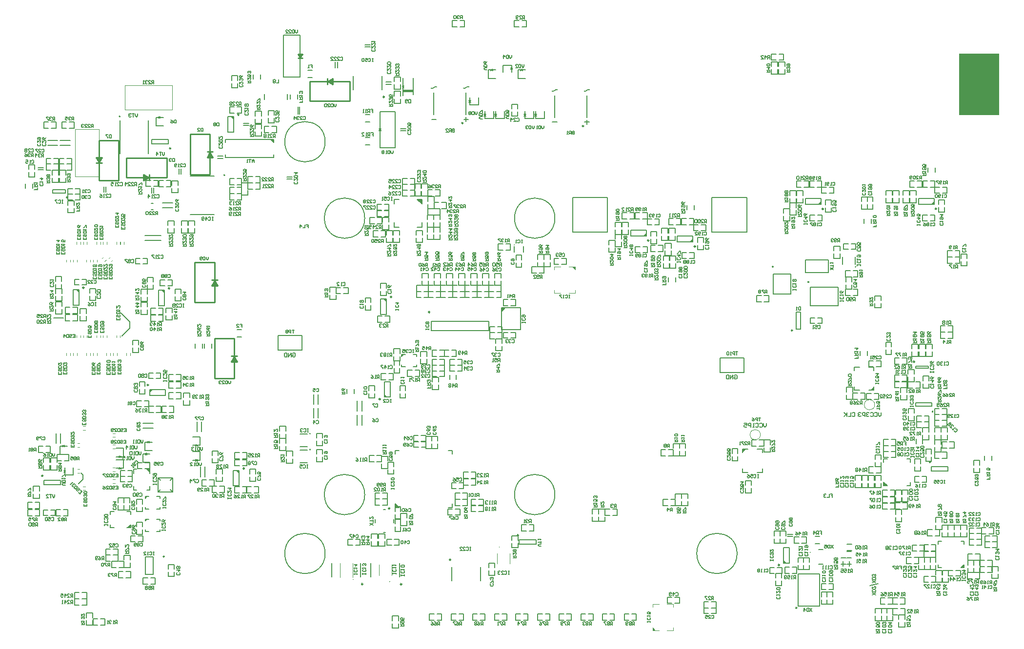
<source format=gbo>
G04*
G04 #@! TF.GenerationSoftware,Altium Limited,Altium Designer,19.1.6 (110)*
G04*
G04 Layer_Color=32896*
%FSLAX44Y44*%
%MOMM*%
G71*
G01*
G75*
%ADD10C,0.1000*%
%ADD11C,0.2500*%
%ADD12C,0.2000*%
%ADD13C,0.3000*%
%ADD17C,0.2540*%
%ADD18C,0.1500*%
%ADD19C,0.1270*%
%ADD428C,0.1524*%
G36*
X223000Y283750D02*
X218000Y288750D01*
X223000D01*
Y283750D01*
D02*
G37*
G36*
X378330Y281290D02*
X372720Y286900D01*
X378330D01*
Y281290D01*
D02*
G37*
G36*
X218500Y241250D02*
X215500Y238250D01*
Y241500D01*
X218250D01*
X218500Y241250D01*
D02*
G37*
G36*
X655750Y222500D02*
X649250D01*
Y229000D01*
X655750Y222500D01*
D02*
G37*
G36*
X218500Y202000D02*
X215500Y199000D01*
Y202250D01*
X218250D01*
X218500Y202000D01*
D02*
G37*
G36*
X190229Y187250D02*
X185229D01*
X190229Y192250D01*
Y187250D01*
D02*
G37*
G36*
X369080Y895670D02*
X363470Y901280D01*
X369080D01*
Y895670D01*
D02*
G37*
G36*
X100080Y595170D02*
X94470Y600780D01*
X100080D01*
Y595170D01*
D02*
G37*
G36*
X248830Y599780D02*
Y594170D01*
X243220Y599780D01*
X248830Y599780D01*
D02*
G37*
G36*
X223050Y421770D02*
Y427380D01*
X228660Y427380D01*
X223050Y421770D01*
D02*
G37*
G36*
X630170Y413970D02*
X635780D01*
X630170Y419580D01*
X630170Y413970D01*
D02*
G37*
G36*
X634080Y584780D02*
X628470D01*
X634080Y579170D01*
Y584780D01*
D02*
G37*
G36*
X438000Y855500D02*
X432500Y861000D01*
X438000Y861000D01*
X438000Y855500D01*
D02*
G37*
G36*
X660478Y485000D02*
Y488250D01*
X663228D01*
X663478Y488000D01*
X660478Y485000D01*
D02*
G37*
G36*
X839250Y569000D02*
X834000Y569000D01*
X834000Y563750D01*
X839250Y569000D01*
D02*
G37*
G36*
X1095750Y13840D02*
X1100750Y8840D01*
X1095750D01*
Y13840D01*
D02*
G37*
G36*
X1252250Y317750D02*
X1258000Y323500D01*
X1252250Y323500D01*
X1252250Y317750D01*
D02*
G37*
G36*
X695500Y749250D02*
X687500Y757250D01*
X695500D01*
Y749250D01*
D02*
G37*
G36*
X961140Y635700D02*
X956140Y640700D01*
X961140D01*
Y635700D01*
D02*
G37*
G36*
X1085030Y693920D02*
X1085030Y699530D01*
X1079420Y693920D01*
X1085030Y693920D01*
D02*
G37*
G36*
X1165800Y683520D02*
X1165800Y689130D01*
X1160190Y683520D01*
X1165800D01*
D02*
G37*
G36*
X1322670Y125720D02*
X1328280Y125720D01*
X1322670Y131330D01*
X1322670Y125720D01*
D02*
G37*
G36*
X1631250Y118000D02*
X1636250D01*
Y123000D01*
X1631250Y118000D01*
D02*
G37*
G36*
X1497000Y266500D02*
Y260500D01*
X1503000D01*
X1497000Y266500D01*
D02*
G37*
G36*
X1480000Y431750D02*
X1474250Y426000D01*
X1480000Y426000D01*
X1480000Y431750D01*
D02*
G37*
G36*
X1387900Y748645D02*
X1387900Y754255D01*
X1382290Y748645D01*
X1387900D01*
D02*
G37*
G36*
X1584280Y748920D02*
X1584280Y754530D01*
X1578670Y748920D01*
X1584280D01*
D02*
G37*
G36*
X1627928Y903745D02*
X1697500Y903745D01*
X1697500Y1010255D01*
X1627928D01*
Y903745D01*
D02*
G37*
D10*
X1481264Y400750D02*
G03*
X1481264Y400750I-9014J0D01*
G01*
X1283014Y348750D02*
G03*
X1283014Y348750I-9014J0D01*
G01*
X144831Y649857D02*
X147660Y652685D01*
X140235Y654453D02*
X143063Y657282D01*
X119931Y648499D02*
Y652498D01*
X113431Y648499D02*
Y652498D01*
X131491Y648499D02*
Y652498D01*
X124991Y648499D02*
Y652498D01*
X156391Y649857D02*
X159220Y652685D01*
X151795Y654453D02*
X154623Y657282D01*
X96811Y648499D02*
Y652498D01*
X90311Y648499D02*
Y652498D01*
X85251Y648499D02*
Y652498D01*
X78751Y648499D02*
Y652498D01*
X96091Y679468D02*
Y683468D01*
X102591Y679468D02*
Y683468D01*
X107651Y679468D02*
Y683468D01*
X114151Y679468D02*
Y683468D01*
X142331Y679468D02*
Y683468D01*
X148831Y679468D02*
Y683468D01*
X130771Y679468D02*
Y683468D01*
X137271Y679468D02*
Y683468D01*
X165451Y679468D02*
Y683468D01*
X171951Y679468D02*
Y683468D01*
X172000Y679500D02*
Y683500D01*
X178500Y679500D02*
Y683500D01*
X165451Y517468D02*
Y521468D01*
X171951Y517468D02*
Y521468D01*
X142331Y517468D02*
Y521468D01*
X148831Y517468D02*
Y521468D01*
X130771Y517468D02*
Y521468D01*
X137271Y517468D02*
Y521468D01*
X96091Y517468D02*
Y521468D01*
X102591Y517468D02*
Y521468D01*
X107651Y517468D02*
Y521468D01*
X114151Y517468D02*
Y521468D01*
X85251Y486499D02*
Y490499D01*
X78751Y486499D02*
Y490499D01*
X96811Y486499D02*
Y490499D01*
X90311Y486499D02*
Y490499D01*
X119931Y486499D02*
Y490499D01*
X113431Y486499D02*
Y490499D01*
X131491Y486499D02*
Y490499D01*
X124991Y486499D02*
Y490499D01*
X154611Y486499D02*
Y490499D01*
X148111Y486499D02*
Y490499D01*
X166171Y486499D02*
Y490499D01*
X159671Y486499D02*
Y490499D01*
X189291Y486499D02*
Y490499D01*
X182791Y486499D02*
Y490499D01*
X97500Y282250D02*
X101500D01*
X97500Y288750D02*
X101500D01*
X159000Y351250D02*
X163000D01*
X159000Y344750D02*
X163000D01*
X159000Y331250D02*
X163000D01*
X159000Y324750D02*
X163000D01*
X159000Y291250D02*
X163000D01*
X159000Y284750D02*
X163000D01*
X159000Y271250D02*
X163000D01*
X159000Y264750D02*
X163000D01*
X107350Y363600D02*
X111350D01*
X107350Y357100D02*
X111350D01*
X97550Y333750D02*
X101550D01*
X97550Y327250D02*
X101550D01*
X107350Y258950D02*
X111350D01*
X107350Y252450D02*
X111350D01*
X826000Y124500D02*
Y142500D01*
X848000Y124500D02*
Y142500D01*
X575250Y125250D02*
X575250Y101250D01*
X553250D02*
Y125250D01*
X642750Y104750D02*
Y122750D01*
X620750Y104750D02*
Y122750D01*
X93500Y797000D02*
X135500D01*
X93500D02*
Y879000D01*
X135500D01*
Y797000D02*
Y879000D01*
X262000Y913250D02*
Y955250D01*
X180000Y913250D02*
X262000D01*
X180000D02*
Y955250D01*
X262000D01*
X950140Y640700D02*
X961140Y640700D01*
X961140Y635700D02*
X961140Y640700D01*
X925140Y635700D02*
Y640700D01*
X936140D01*
X925140Y594700D02*
X936140D01*
X925140Y599700D02*
X925140Y594700D01*
X961140D02*
Y599700D01*
X950140Y594700D02*
X961140Y594700D01*
X956140Y640700D02*
X961140Y635700D01*
X953140Y640700D02*
X956140Y640700D01*
X1100750Y8840D02*
X1103750Y8840D01*
X1095750Y13840D02*
X1100750Y8840D01*
X1095750Y54840D02*
X1106750Y54840D01*
X1095750Y54840D02*
X1095750Y49840D01*
X1131750Y54840D02*
X1131750Y49840D01*
X1120750Y54840D02*
X1131750D01*
X1120750Y8840D02*
X1131750Y8840D01*
Y13840D01*
X1095750Y8840D02*
Y13840D01*
Y8840D02*
X1106750Y8840D01*
D11*
X248267Y137250D02*
G03*
X248267Y137250I-767J0D01*
G01*
X745700Y131750D02*
G03*
X745700Y131750I-1250J0D01*
G01*
X593050Y89250D02*
G03*
X593050Y89250I-1250J0D01*
G01*
X660550D02*
G03*
X660550Y89250I-1250J0D01*
G01*
X1550737Y475494D02*
G03*
X1550737Y475494I-1250J0D01*
G01*
X1346250Y48250D02*
G03*
X1346250Y48250I-1000J0D01*
G01*
X709379Y561771D02*
G03*
X709379Y561771I-1250J0D01*
G01*
X630300Y935250D02*
G03*
X630300Y935250I-1250J0D01*
G01*
D12*
X830059Y153500D02*
G03*
X830059Y153500I-559J0D01*
G01*
X527500Y857500D02*
G03*
X527500Y857500I-35000J0D01*
G01*
Y142500D02*
G03*
X527500Y142500I-35000J0D01*
G01*
X1242500D02*
G03*
X1242500Y142500I-35000J0D01*
G01*
X576604Y97250D02*
G03*
X576604Y97250I-353J0D01*
G01*
X639809Y93750D02*
G03*
X639809Y93750I-559J0D01*
G01*
X930521Y947720D02*
G03*
X925750Y946500I-1357J-4634D01*
G01*
X920979Y945281D02*
G03*
X925750Y946500I1357J4634D01*
G01*
X977100Y945573D02*
G03*
X981871Y946793I1357J4634D01*
G01*
X986643Y948012D02*
G03*
X981871Y946793I-1357J-4634D01*
G01*
X353500Y799500D02*
G03*
X353500Y799500I-1000J0D01*
G01*
X1448707Y640152D02*
G03*
X1448707Y640152I-707J0D01*
G01*
X172000Y901500D02*
G03*
X172000Y901500I-1000J0D01*
G01*
X777143Y953012D02*
G03*
X772371Y951793I-1357J-4634D01*
G01*
X767600Y950573D02*
G03*
X772371Y951793I1357J4634D01*
G01*
X711479Y950280D02*
G03*
X716250Y951500I1357J4634D01*
G01*
X721021Y952720D02*
G03*
X716250Y951500I-1357J-4634D01*
G01*
X501955Y322750D02*
G03*
X501955Y322750I-707J0D01*
G01*
X501955Y350653D02*
G03*
X501955Y350653I-707J0D01*
G01*
X926250Y724750D02*
G03*
X926250Y724750I-35000J0D01*
G01*
X926250Y244750D02*
G03*
X926250Y244750I-35000J0D01*
G01*
X596250Y244750D02*
G03*
X596250Y244750I-35000J0D01*
G01*
X596250Y724750D02*
G03*
X596250Y724750I-35000J0D01*
G01*
X229233Y106250D02*
Y136250D01*
X215767Y106250D02*
X229233D01*
X215767D02*
Y136250D01*
X229233D01*
X1305500Y593000D02*
Y628000D01*
Y593000D02*
X1335500D01*
Y628000D01*
X1305500D02*
X1335500D01*
X747000Y95250D02*
Y119250D01*
X797000Y95250D02*
Y119250D01*
X649250Y229000D02*
X655750Y222500D01*
X649250D02*
Y229000D01*
Y222500D02*
X655750D01*
X741750Y222500D02*
X748250D01*
Y229000D01*
Y315000D02*
Y321500D01*
X741750D02*
X748250D01*
X649250Y315000D02*
Y321500D01*
X655750D01*
X539250Y101750D02*
Y125750D01*
X589250Y101750D02*
Y125750D01*
X606750Y101750D02*
Y125750D01*
X656750Y101750D02*
Y125750D01*
X1497000Y300500D02*
Y306500D01*
X1503000D01*
X1543000Y300500D02*
Y306500D01*
X1537000D02*
X1543000D01*
Y260500D02*
Y266500D01*
X1537000Y260500D02*
X1543000D01*
X1497000Y266500D02*
X1503000Y260500D01*
X1497000D02*
X1503000D01*
X1497000D02*
Y266500D01*
X1580737Y404494D02*
X1580737Y398494D01*
X1552737Y398494D02*
Y404494D01*
Y398494D02*
X1580737Y398494D01*
X1552737Y404494D02*
X1580737D01*
X1631000Y118000D02*
X1636250D01*
Y123250D01*
X1631000Y164000D02*
X1636250D01*
Y158750D02*
Y164000D01*
X1591750D02*
X1597000D01*
X1591750Y158750D02*
Y164000D01*
Y118000D02*
X1597000D01*
X1591750D02*
Y123250D01*
X1631125Y118125D02*
X1636250Y123250D01*
X1552487Y467494D02*
X1552487Y464494D01*
X1574487D02*
Y467494D01*
X1552487Y467494D02*
X1574487Y467494D01*
X1552487Y464494D02*
X1574487D01*
X455250Y969750D02*
X484250Y969750D01*
X455250Y969750D02*
Y1042750D01*
X484250Y969750D02*
Y1042750D01*
X455250Y1042750D02*
X484250Y1042750D01*
X921750Y891500D02*
X929828D01*
X981750Y895500D02*
X981750Y887422D01*
X981750Y937500D02*
X981750Y918500D01*
X977750Y891500D02*
X985828D01*
X981750Y899500D02*
X981750Y918500D01*
X925750D02*
X925750Y899500D01*
X925750Y918500D02*
X925750Y937500D01*
X811579Y529271D02*
Y545271D01*
X711579Y529271D02*
Y545271D01*
Y529271D02*
X811579D01*
X711579Y545271D02*
X811579D01*
X1369250Y605000D02*
X1418250D01*
Y573000D02*
Y605000D01*
X1369250Y573000D02*
X1418250D01*
X1369250D02*
Y605000D01*
X1212750Y457000D02*
X1254250D01*
X1212750D02*
Y482500D01*
X1254250D01*
Y457000D02*
Y482500D01*
X220501Y894249D02*
X220501Y836749D01*
X171501Y836749D02*
Y894249D01*
X576500Y971750D02*
X576500Y947750D01*
X626500D02*
Y971750D01*
X487000Y495500D02*
Y521000D01*
X445500D02*
X487000D01*
X445500Y495500D02*
Y521000D01*
Y495500D02*
X487000D01*
X716250Y923500D02*
X716250Y942500D01*
X716250Y923500D02*
X716250Y904500D01*
X772250D02*
X772250Y923500D01*
X768250Y896500D02*
X776329D01*
X772250Y942500D02*
X772250Y923500D01*
X772250Y900500D02*
X772250Y892421D01*
X712250Y896500D02*
X720329D01*
X470835Y489832D02*
X472001Y490998D01*
X474334D01*
X475500Y489832D01*
Y485166D01*
X474334Y484000D01*
X472001D01*
X470835Y485166D01*
Y487499D01*
X473167D01*
X468502Y484000D02*
Y490998D01*
X463837Y484000D01*
Y490998D01*
X461505D02*
Y484000D01*
X458006D01*
X456839Y485166D01*
Y489832D01*
X458006Y490998D01*
X461505D01*
X1237585Y451581D02*
X1238751Y452748D01*
X1241084D01*
X1242250Y451581D01*
Y446916D01*
X1241084Y445750D01*
X1238751D01*
X1237585Y446916D01*
Y449249D01*
X1239917D01*
X1235252Y445750D02*
Y452748D01*
X1230587Y445750D01*
Y452748D01*
X1228254D02*
Y445750D01*
X1224756D01*
X1223589Y446916D01*
Y451581D01*
X1224756Y452748D01*
X1228254D01*
X1293250Y368748D02*
Y364082D01*
X1290917Y361750D01*
X1288585Y364082D01*
Y368748D01*
X1281587Y367581D02*
X1282753Y368748D01*
X1285086D01*
X1286252Y367581D01*
Y362916D01*
X1285086Y361750D01*
X1282753D01*
X1281587Y362916D01*
X1274589Y367581D02*
X1275756Y368748D01*
X1278088D01*
X1279255Y367581D01*
Y362916D01*
X1278088Y361750D01*
X1275756D01*
X1274589Y362916D01*
X1272257Y361750D02*
X1269924D01*
X1271090D01*
Y368748D01*
X1272257Y367581D01*
X1266425Y361750D02*
Y368748D01*
X1262926D01*
X1261760Y367581D01*
Y365249D01*
X1262926Y364082D01*
X1266425D01*
X1254762Y368748D02*
X1259427D01*
Y365249D01*
X1257095Y366415D01*
X1255929D01*
X1254762Y365249D01*
Y362916D01*
X1255929Y361750D01*
X1258261D01*
X1259427Y362916D01*
X1492500Y387248D02*
Y382583D01*
X1490168Y380250D01*
X1487835Y382583D01*
Y387248D01*
X1480837Y386081D02*
X1482003Y387248D01*
X1484336D01*
X1485502Y386081D01*
Y381416D01*
X1484336Y380250D01*
X1482003D01*
X1480837Y381416D01*
X1473839Y386081D02*
X1475006Y387248D01*
X1477338D01*
X1478504Y386081D01*
Y381416D01*
X1477338Y380250D01*
X1475006D01*
X1473839Y381416D01*
X1471507Y386081D02*
X1470341Y387248D01*
X1468008D01*
X1466842Y386081D01*
Y384915D01*
X1468008Y383749D01*
X1469174D01*
X1468008D01*
X1466842Y382583D01*
Y381416D01*
X1468008Y380250D01*
X1470341D01*
X1471507Y381416D01*
X1464509Y380250D02*
Y387248D01*
X1461010D01*
X1459844Y386081D01*
Y383749D01*
X1461010Y382583D01*
X1464509D01*
X1457511Y386081D02*
X1456345Y387248D01*
X1454012D01*
X1452846Y386081D01*
Y384915D01*
X1454012Y383749D01*
X1455179D01*
X1454012D01*
X1452846Y382583D01*
Y381416D01*
X1454012Y380250D01*
X1456345D01*
X1457511Y381416D01*
X1442335Y386081D02*
X1443501Y387248D01*
X1445834D01*
X1447000Y386081D01*
Y381416D01*
X1445834Y380250D01*
X1443501D01*
X1442335Y381416D01*
X1440002Y387248D02*
Y380250D01*
X1435337D01*
X1433004Y387248D02*
Y380250D01*
Y382583D01*
X1428339Y387248D01*
X1431838Y383749D01*
X1428339Y380250D01*
D13*
X1581841Y388994D02*
G03*
X1581841Y388994I-354J0D01*
G01*
D17*
X1305291Y640500D02*
G03*
X1305291Y640500I-790J0D01*
G01*
X1578146Y301250D02*
G03*
X1578146Y301250I-1016J0D01*
G01*
X387470Y290170D02*
G03*
X387470Y290170I-1270J0D01*
G01*
X639500Y220865D02*
G03*
X639500Y220865I-1000J0D01*
G01*
X862896Y174200D02*
G03*
X862896Y174200I-1016J0D01*
G01*
X80516Y760750D02*
G03*
X80516Y760750I-1016J0D01*
G01*
X1316070Y122450D02*
G03*
X1316070Y122450I-1270J0D01*
G01*
X37646Y277500D02*
G03*
X37646Y277500I-1016J0D01*
G01*
X976164Y884972D02*
G03*
X976164Y884972I-1079J0D01*
G01*
X1338600Y529760D02*
G03*
X1338600Y529760I-1016J0D01*
G01*
X1367041Y614000D02*
G03*
X1367041Y614000I-790J0D01*
G01*
X259386Y846000D02*
G03*
X259386Y846000I-1016J0D01*
G01*
X623570Y410700D02*
G03*
X623570Y410700I-1270J0D01*
G01*
X109220Y604050D02*
G03*
X109220Y604050I-1270J0D01*
G01*
X766665Y889972D02*
G03*
X766665Y889972I-1079J0D01*
G01*
X643220Y588050D02*
G03*
X643220Y588050I-1270J0D01*
G01*
X378220Y904550D02*
G03*
X378220Y904550I-1270J0D01*
G01*
X257970Y603050D02*
G03*
X257970Y603050I-1270J0D01*
G01*
X221050Y435250D02*
G03*
X221050Y435250I-1270J0D01*
G01*
X1588820Y741050D02*
G03*
X1588820Y741050I-1270J0D01*
G01*
X1392440Y740775D02*
G03*
X1392440Y740775I-1270J0D01*
G01*
X1170340Y675650D02*
G03*
X1170340Y675650I-1270J0D01*
G01*
X1089570Y686050D02*
G03*
X1089570Y686050I-1270J0D01*
G01*
X301500Y578250D02*
Y648250D01*
Y578250D02*
X335500D01*
Y648250D01*
X301500D02*
X335500D01*
X333500Y611750D02*
X333500Y607750D01*
X337500Y607750D02*
Y612750D01*
X335500Y607750D02*
X335500Y609750D01*
Y616750D01*
X330500Y617750D02*
X340500D01*
X330500Y607750D02*
X335500Y616750D01*
X340500Y607750D01*
X330500D02*
X340500D01*
X365000Y475750D02*
X375000D01*
X370000Y484750D02*
X375000Y475750D01*
X365000D02*
X370000Y484750D01*
X365000Y485750D02*
X375000D01*
X370000Y477750D02*
Y484750D01*
X370000Y475750D02*
X370000Y477750D01*
X372000Y475750D02*
Y480750D01*
X368000Y479750D02*
X368000Y475750D01*
X336000Y516250D02*
X370000D01*
Y446250D02*
Y516250D01*
X336000Y446250D02*
X370000D01*
X336000D02*
Y516250D01*
X322750Y830250D02*
X332750D01*
X327750Y839250D02*
X332750Y830250D01*
X322750D02*
X327750Y839250D01*
X322750Y840250D02*
X332750D01*
X327750Y832250D02*
Y839250D01*
X327750Y830250D02*
X327750Y832250D01*
X329750Y830250D02*
Y835250D01*
X325750Y830250D02*
Y834250D01*
X293750Y870750D02*
X327750D01*
Y800750D02*
Y870750D01*
X293750Y800750D02*
X327750D01*
X293750D02*
Y870750D01*
X130250Y830500D02*
X140250D01*
X130250D02*
X135250Y821500D01*
X140250Y830500D01*
X130250Y820500D02*
X140250D01*
X135250Y821500D02*
Y828500D01*
X135250Y830500D01*
X133250Y825500D02*
Y830500D01*
X137250Y830500D02*
X137250Y826500D01*
X135250Y790000D02*
X169250D01*
X135250D02*
Y860000D01*
X169250D01*
Y790000D02*
Y860000D01*
X480639Y1010000D02*
X484250Y1003500D01*
X487861Y1010000D01*
X480750Y1002500D02*
X488000Y1002500D01*
X484250Y1003500D02*
Y1010500D01*
X483250Y1008500D02*
X485250Y1008500D01*
X480639Y1010000D02*
X487861D01*
X500500Y928250D02*
X570500D01*
Y962250D01*
X500500D02*
X570500D01*
X500500Y928250D02*
Y962250D01*
X537000Y960250D02*
X541000D01*
X536000Y964250D02*
X541000D01*
X539000Y962250D02*
X541000Y962250D01*
X532000Y962250D02*
X539000D01*
X531000Y957250D02*
Y967250D01*
X532000Y962250D02*
X541000Y957250D01*
X532000Y962250D02*
X541000Y967250D01*
Y957250D02*
Y967250D01*
X182750Y829250D02*
X252750D01*
X182750Y795250D02*
Y829250D01*
Y795250D02*
X252750D01*
Y829250D01*
X212250Y797250D02*
X216250D01*
X212250Y793250D02*
X217250D01*
X212250Y795250D02*
X214250Y795250D01*
X221250D01*
X222250Y790250D02*
Y800250D01*
X212250D02*
X221250Y795250D01*
X212250Y790250D02*
X221250Y795250D01*
X212250Y790250D02*
Y800250D01*
D18*
X855750Y678500D02*
G03*
X855750Y678500I-500J0D01*
G01*
X1369500Y144500D02*
G03*
X1369500Y144500I-500J0D01*
G01*
X215500Y202250D02*
X221500D01*
X215500Y199000D02*
Y202250D01*
Y180750D02*
Y184000D01*
Y180750D02*
X221500D01*
X241000D02*
Y184000D01*
X235000Y180750D02*
X241000D01*
Y199000D02*
Y202250D01*
X235000D02*
X241000D01*
X215500Y199000D02*
X218500Y202000D01*
X218000Y288750D02*
X223000D01*
Y281750D02*
Y288750D01*
X195000Y281750D02*
Y288750D01*
X200000D01*
X195000Y252750D02*
X200000D01*
X195000D02*
Y259750D01*
X223000Y252750D02*
Y259750D01*
X218000Y252750D02*
X223000D01*
X218000Y288750D02*
X223000Y283750D01*
Y281750D02*
Y283750D01*
X183228Y187250D02*
X185229D01*
X190229Y192250D01*
X154228Y187250D02*
Y192250D01*
Y187250D02*
X161229D01*
X154228Y215250D02*
X161229D01*
X154228Y210250D02*
Y215250D01*
X190229Y210250D02*
Y215250D01*
X183228D02*
X190229D01*
X183228Y187250D02*
X190229D01*
Y192250D01*
X660478Y488250D02*
X666478Y488250D01*
X660478Y485000D02*
Y488250D01*
X660478Y466750D02*
Y470000D01*
Y466750D02*
X666478Y466750D01*
X685978Y466750D02*
Y470000D01*
X679978Y466750D02*
X685978Y466750D01*
Y485000D02*
Y488250D01*
X679978Y488250D02*
X685978Y488250D01*
X660478Y485000D02*
X663478Y488000D01*
X855750Y665750D02*
Y675750D01*
X871750Y665750D02*
Y675750D01*
X175000Y520000D02*
X188500Y533500D01*
Y544750D01*
X173500Y559750D02*
X188500Y544750D01*
X56000Y551250D02*
X73000D01*
X99500Y263250D02*
X107500Y271250D01*
Y278500D01*
X104000Y282000D02*
X107500Y278500D01*
X215500Y241500D02*
X221500D01*
X215500Y238250D02*
Y241500D01*
Y220000D02*
Y223250D01*
Y220000D02*
X221500D01*
X241000D02*
Y223250D01*
X235000Y220000D02*
X241000D01*
Y238250D02*
Y241500D01*
X235000D02*
X241000D01*
X215500Y238250D02*
X218500Y241250D01*
X237500Y273750D02*
X263000D01*
X237500D02*
X241750Y269500D01*
X258750D02*
X263000Y273750D01*
X237500Y249000D02*
X263000D01*
X258750Y253250D02*
X263000Y249000D01*
X237500D02*
X241750Y253250D01*
X263000Y249000D02*
Y273750D01*
X237500Y249000D02*
Y273750D01*
X646500Y195865D02*
Y201865D01*
X628500Y218865D02*
X632500D01*
X614500Y195865D02*
Y201865D01*
X628500Y178865D02*
X632500D01*
X354500Y830000D02*
X438000D01*
X354500D02*
Y835000D01*
X438000Y830000D02*
X438000Y835000D01*
X438000Y861000D02*
X438000Y856000D01*
X354500Y856000D02*
Y861000D01*
X438000D01*
X1277250Y283500D02*
X1286250Y283500D01*
Y289500D01*
X1252250Y289500D02*
X1252250Y283500D01*
X1261250D01*
X1252250Y323500D02*
X1261250D01*
X1252250Y317500D02*
X1252250Y323500D01*
X1286250Y323500D02*
X1286250Y317500D01*
X1277250Y323500D02*
X1286250D01*
X622750Y847250D02*
Y909500D01*
X648750D01*
Y847250D02*
Y909500D01*
X622750Y847250D02*
X648750D01*
X1385250Y107250D02*
X1385250Y51250D01*
X1348250Y107250D02*
X1385250D01*
X1348250Y51250D02*
X1348250Y107250D01*
X1348250Y51250D02*
X1385250D01*
X1384000Y124250D02*
X1391500D01*
X1384000Y149750D02*
X1391500D01*
X834000Y569000D02*
X866250D01*
X834000Y531000D02*
Y569000D01*
Y531000D02*
X866250D01*
Y569000D01*
X834250Y563250D02*
X839750Y568750D01*
X1425250Y644902D02*
Y657402D01*
X1447250Y644902D02*
Y657402D01*
X1360799Y630345D02*
X1360800Y652345D01*
X1400800D01*
Y630345D02*
Y652345D01*
X1360799Y630345D02*
X1400800Y630345D01*
X695500Y709250D02*
Y717250D01*
X687500Y709250D02*
X695500D01*
X647500D02*
X655500D01*
X647500D02*
Y717250D01*
Y749250D02*
Y757250D01*
X655500D01*
X687500D02*
X695500D01*
Y749250D02*
Y757250D01*
X687500D02*
X695500Y749250D01*
X1198875Y760625D02*
X1259625D01*
X1198875Y700375D02*
Y760625D01*
Y700375D02*
X1259625D01*
Y760625D01*
X956875D02*
X1017625D01*
X956875Y700375D02*
Y760625D01*
Y700375D02*
X1017625D01*
Y760625D01*
X422250Y930500D02*
Y940500D01*
X462250Y930500D02*
Y940500D01*
X483998Y322000D02*
X496498D01*
X483998Y300000D02*
X496498D01*
X483998Y349903D02*
X496498D01*
X483998Y327903D02*
X496498D01*
X1446000Y426000D02*
X1455000D01*
X1446000D02*
Y432000D01*
X1480000Y426000D02*
Y432000D01*
X1471000Y426000D02*
X1480000D01*
X1471000Y466000D02*
X1480000D01*
Y460000D02*
Y466000D01*
X1446000Y460000D02*
Y466000D01*
X1455000Y466000D01*
X1473125Y86375D02*
X1486875Y90125D01*
X847250Y683500D02*
Y688998D01*
X844501D01*
X843585Y688082D01*
Y686249D01*
X844501Y685333D01*
X847250D01*
X845417D02*
X843585Y683500D01*
X841752D02*
X839919D01*
X840835D01*
Y688998D01*
X841752Y688082D01*
X837170D02*
X836254Y688998D01*
X834421D01*
X833504Y688082D01*
Y687166D01*
X834421Y686249D01*
X835337D01*
X834421D01*
X833504Y685333D01*
Y684416D01*
X834421Y683500D01*
X836254D01*
X837170Y684416D01*
X831672Y688998D02*
X828006D01*
Y688082D01*
X831672Y684416D01*
Y683500D01*
X691000Y441500D02*
Y446998D01*
X688251D01*
X687335Y446082D01*
Y444249D01*
X688251Y443333D01*
X691000D01*
X689167D02*
X687335Y441500D01*
X685502D02*
X683669D01*
X684585D01*
Y446998D01*
X685502Y446082D01*
X680920Y446998D02*
X677254D01*
Y446082D01*
X680920Y442416D01*
Y441500D01*
X675422D02*
X673589D01*
X674505D01*
Y446998D01*
X675422Y446082D01*
X681250Y496748D02*
X679417D01*
X680334D01*
Y491250D01*
X681250D01*
X679417D01*
X673003Y495832D02*
X673919Y496748D01*
X675752D01*
X676668Y495832D01*
Y492166D01*
X675752Y491250D01*
X673919D01*
X673003Y492166D01*
X671170Y495832D02*
X670254Y496748D01*
X668421D01*
X667505Y495832D01*
Y494916D01*
X668421Y493999D01*
X669337D01*
X668421D01*
X667505Y493083D01*
Y492166D01*
X668421Y491250D01*
X670254D01*
X671170Y492166D01*
X662006Y496748D02*
X665672D01*
Y493999D01*
X663839Y494916D01*
X662923D01*
X662006Y493999D01*
Y492166D01*
X662923Y491250D01*
X664755D01*
X665672Y492166D01*
X231000Y145498D02*
X229167D01*
X230084D01*
Y140000D01*
X231000D01*
X229167D01*
X222753Y144582D02*
X223669Y145498D01*
X225502D01*
X226418Y144582D01*
Y140916D01*
X225502Y140000D01*
X223669D01*
X222753Y140916D01*
X220920Y140000D02*
X219087D01*
X220004D01*
Y145498D01*
X220920Y144582D01*
X212673Y140000D02*
X216338D01*
X212673Y143666D01*
Y144582D01*
X213589Y145498D01*
X215422D01*
X216338Y144582D01*
X643000Y484750D02*
Y490248D01*
X640251D01*
X639334Y489332D01*
Y487499D01*
X640251Y486583D01*
X643000D01*
X641167D02*
X639334Y484750D01*
X637502D02*
X635669D01*
X636585D01*
Y490248D01*
X637502Y489332D01*
X632920D02*
X632004Y490248D01*
X630171D01*
X629254Y489332D01*
Y488415D01*
X630171Y487499D01*
X629254Y486583D01*
Y485666D01*
X630171Y484750D01*
X632004D01*
X632920Y485666D01*
Y486583D01*
X632004Y487499D01*
X632920Y488415D01*
Y489332D01*
X632004Y487499D02*
X630171D01*
X627422Y489332D02*
X626505Y490248D01*
X624673D01*
X623756Y489332D01*
Y488415D01*
X624673Y487499D01*
X625589D01*
X624673D01*
X623756Y486583D01*
Y485666D01*
X624673Y484750D01*
X626505D01*
X627422Y485666D01*
X166750Y20750D02*
Y26248D01*
X164001D01*
X163085Y25332D01*
Y23499D01*
X164001Y22583D01*
X166750D01*
X164917D02*
X163085Y20750D01*
X161252D02*
X159419D01*
X160335D01*
Y26248D01*
X161252Y25332D01*
X156670D02*
X155754Y26248D01*
X153921D01*
X153005Y25332D01*
Y24416D01*
X153921Y23499D01*
X154837D01*
X153921D01*
X153005Y22583D01*
Y21666D01*
X153921Y20750D01*
X155754D01*
X156670Y21666D01*
X151172Y20750D02*
X149339D01*
X150255D01*
Y26248D01*
X151172Y25332D01*
X104500Y18750D02*
X109998D01*
Y21499D01*
X109082Y22415D01*
X107249D01*
X106333Y21499D01*
Y18750D01*
Y20583D02*
X104500Y22415D01*
Y24248D02*
Y26081D01*
Y25165D01*
X109998D01*
X109082Y24248D01*
Y28830D02*
X109998Y29746D01*
Y31579D01*
X109082Y32496D01*
X108166D01*
X107249Y31579D01*
Y30663D01*
Y31579D01*
X106333Y32496D01*
X105416D01*
X104500Y31579D01*
Y29746D01*
X105416Y28830D01*
X104500Y37994D02*
Y34328D01*
X108166Y37994D01*
X109082D01*
X109998Y37077D01*
Y35245D01*
X109082Y34328D01*
X165500Y102750D02*
Y108248D01*
X162751D01*
X161835Y107332D01*
Y105499D01*
X162751Y104583D01*
X165500D01*
X163667D02*
X161835Y102750D01*
X160002Y108248D02*
X156336D01*
Y107332D01*
X160002Y103666D01*
Y102750D01*
X154504Y107332D02*
X153587Y108248D01*
X151755D01*
X150838Y107332D01*
Y106416D01*
X151755Y105499D01*
X152671D01*
X151755D01*
X150838Y104583D01*
Y103666D01*
X151755Y102750D01*
X153587D01*
X154504Y103666D01*
X143500Y131750D02*
Y137248D01*
X140751D01*
X139834Y136332D01*
Y134499D01*
X140751Y133583D01*
X143500D01*
X141667D02*
X139834Y131750D01*
X134336Y137248D02*
X136169Y136332D01*
X138002Y134499D01*
Y132666D01*
X137085Y131750D01*
X135253D01*
X134336Y132666D01*
Y133583D01*
X135253Y134499D01*
X138002D01*
X132504Y132666D02*
X131587Y131750D01*
X129754D01*
X128838Y132666D01*
Y136332D01*
X129754Y137248D01*
X131587D01*
X132504Y136332D01*
Y135415D01*
X131587Y134499D01*
X128838D01*
X153750Y120250D02*
Y125748D01*
X151001D01*
X150084Y124832D01*
Y122999D01*
X151001Y122083D01*
X153750D01*
X151917D02*
X150084Y120250D01*
X148252Y125748D02*
X144586D01*
Y124832D01*
X148252Y121166D01*
Y120250D01*
X142754Y124832D02*
X141837Y125748D01*
X140005D01*
X139088Y124832D01*
Y121166D01*
X140005Y120250D01*
X141837D01*
X142754Y121166D01*
Y124832D01*
X181000Y143000D02*
X186498D01*
Y145749D01*
X185582Y146665D01*
X183749D01*
X182833Y145749D01*
Y143000D01*
Y144833D02*
X181000Y146665D01*
X186498Y148498D02*
Y152164D01*
X185582D01*
X181916Y148498D01*
X181000D01*
Y157662D02*
Y153996D01*
X184666Y157662D01*
X185582D01*
X186498Y156746D01*
Y154913D01*
X185582Y153996D01*
X230250Y80250D02*
Y85748D01*
X227501D01*
X226584Y84832D01*
Y82999D01*
X227501Y82083D01*
X230250D01*
X228417D02*
X226584Y80250D01*
X224752Y84832D02*
X223835Y85748D01*
X222003D01*
X221086Y84832D01*
Y83916D01*
X222003Y82999D01*
X221086Y82083D01*
Y81166D01*
X222003Y80250D01*
X223835D01*
X224752Y81166D01*
Y82083D01*
X223835Y82999D01*
X224752Y83916D01*
Y84832D01*
X223835Y82999D02*
X222003D01*
X219254Y84832D02*
X218337Y85748D01*
X216504D01*
X215588Y84832D01*
Y83916D01*
X216504Y82999D01*
X215588Y82083D01*
Y81166D01*
X216504Y80250D01*
X218337D01*
X219254Y81166D01*
Y82083D01*
X218337Y82999D01*
X219254Y83916D01*
Y84832D01*
X218337Y82999D02*
X216504D01*
X870000Y687186D02*
X868167D01*
X869084D01*
Y681687D01*
X870000D01*
X868167D01*
X861753Y686269D02*
X862669Y687186D01*
X864502D01*
X865418Y686269D01*
Y682604D01*
X864502Y681687D01*
X862669D01*
X861753Y682604D01*
X859920Y681687D02*
X858087D01*
X859004D01*
Y687186D01*
X859920Y686269D01*
X855082Y648416D02*
X855998Y647499D01*
Y645666D01*
X855082Y644750D01*
X851416D01*
X850500Y645666D01*
Y647499D01*
X851416Y648416D01*
Y650248D02*
X850500Y651165D01*
Y652997D01*
X851416Y653914D01*
X855082D01*
X855998Y652997D01*
Y651165D01*
X855082Y650248D01*
X854165D01*
X853249Y651165D01*
Y653914D01*
X164084Y158332D02*
X165001Y159248D01*
X166834D01*
X167750Y158332D01*
Y154666D01*
X166834Y153750D01*
X165001D01*
X164084Y154666D01*
X158586Y159248D02*
X162252D01*
Y156499D01*
X160419Y157416D01*
X159503D01*
X158586Y156499D01*
Y154666D01*
X159503Y153750D01*
X161335D01*
X162252Y154666D01*
X153088Y153750D02*
X156754D01*
X153088Y157416D01*
Y158332D01*
X154004Y159248D01*
X155837D01*
X156754Y158332D01*
X274582Y109165D02*
X275498Y108249D01*
Y106416D01*
X274582Y105500D01*
X270916D01*
X270000Y106416D01*
Y108249D01*
X270916Y109165D01*
X270000Y113747D02*
X275498D01*
X272749Y110998D01*
Y114664D01*
X274582Y116496D02*
X275498Y117413D01*
Y119246D01*
X274582Y120162D01*
X273666D01*
X272749Y119246D01*
X271833Y120162D01*
X270916D01*
X270000Y119246D01*
Y117413D01*
X270916Y116496D01*
X271833D01*
X272749Y117413D01*
X273666Y116496D01*
X274582D01*
X272749Y117413D02*
Y119246D01*
X76498Y260750D02*
X72833D01*
X71000Y262583D01*
X72833Y264415D01*
X76498D01*
Y266248D02*
X71000D01*
Y268997D01*
X71916Y269914D01*
X75582D01*
X76498Y268997D01*
Y266248D01*
X71000Y271746D02*
Y273579D01*
Y272663D01*
X76498D01*
X75582Y271746D01*
X76498Y276328D02*
Y279994D01*
X75582D01*
X71916Y276328D01*
X71000D01*
X58250Y316498D02*
Y312833D01*
X56417Y311000D01*
X54584Y312833D01*
Y316498D01*
X52752D02*
Y311000D01*
X50003D01*
X49086Y311916D01*
Y315582D01*
X50003Y316498D01*
X52752D01*
X47254Y311000D02*
X45421D01*
X46337D01*
Y316498D01*
X47254Y315582D01*
X39006Y316498D02*
X40839Y315582D01*
X42672Y313749D01*
Y311916D01*
X41755Y311000D01*
X39923D01*
X39006Y311916D01*
Y312833D01*
X39923Y313749D01*
X42672D01*
X195750Y310998D02*
Y307333D01*
X193917Y305500D01*
X192085Y307333D01*
Y310998D01*
X190252D02*
Y305500D01*
X187503D01*
X186586Y306416D01*
Y310082D01*
X187503Y310998D01*
X190252D01*
X184754Y305500D02*
X182921D01*
X183837D01*
Y310998D01*
X184754Y310082D01*
X176506Y310998D02*
X180172D01*
Y308249D01*
X178339Y309165D01*
X177423D01*
X176506Y308249D01*
Y306416D01*
X177423Y305500D01*
X179255D01*
X180172Y306416D01*
X201000Y329498D02*
Y325833D01*
X199167Y324000D01*
X197334Y325833D01*
Y329498D01*
X195502D02*
Y324000D01*
X192753D01*
X191836Y324916D01*
Y328582D01*
X192753Y329498D01*
X195502D01*
X190004Y324000D02*
X188171D01*
X189087D01*
Y329498D01*
X190004Y328582D01*
X182673Y324000D02*
Y329498D01*
X185422Y326749D01*
X181756D01*
X112248Y369916D02*
Y366250D01*
X106750D01*
Y369916D01*
X109499Y366250D02*
Y368083D01*
X111332Y375414D02*
X112248Y374497D01*
Y372665D01*
X111332Y371748D01*
X110415D01*
X109499Y372665D01*
Y374497D01*
X108583Y375414D01*
X107666D01*
X106750Y374497D01*
Y372665D01*
X107666Y371748D01*
X112248Y377246D02*
X106750D01*
Y379995D01*
X107666Y380912D01*
X111332D01*
X112248Y379995D01*
Y377246D01*
X111332Y382745D02*
X112248Y383661D01*
Y385494D01*
X111332Y386410D01*
X110415D01*
X109499Y385494D01*
Y384577D01*
Y385494D01*
X108583Y386410D01*
X107666D01*
X106750Y385494D01*
Y383661D01*
X107666Y382745D01*
X111332Y388243D02*
X112248Y389159D01*
Y390992D01*
X111332Y391908D01*
X110415D01*
X109499Y390992D01*
Y390076D01*
Y390992D01*
X108583Y391908D01*
X107666D01*
X106750Y390992D01*
Y389159D01*
X107666Y388243D01*
X91998Y331166D02*
Y327500D01*
X86500D01*
Y331166D01*
X89249Y327500D02*
Y329333D01*
X91082Y336664D02*
X91998Y335747D01*
Y333915D01*
X91082Y332998D01*
X90166D01*
X89249Y333915D01*
Y335747D01*
X88333Y336664D01*
X87416D01*
X86500Y335747D01*
Y333915D01*
X87416Y332998D01*
X91998Y338496D02*
X86500D01*
Y341245D01*
X87416Y342162D01*
X91082D01*
X91998Y341245D01*
Y338496D01*
X91082Y343995D02*
X91998Y344911D01*
Y346744D01*
X91082Y347660D01*
X90166D01*
X89249Y346744D01*
Y345827D01*
Y346744D01*
X88333Y347660D01*
X87416D01*
X86500Y346744D01*
Y344911D01*
X87416Y343995D01*
X86500Y353158D02*
Y349493D01*
X90166Y353158D01*
X91082D01*
X91998Y352242D01*
Y350409D01*
X91082Y349493D01*
X103296Y252730D02*
X105888Y250138D01*
X102000Y246250D01*
X99408Y248842D01*
X103944Y248194D02*
X102648Y249490D01*
X98760Y255970D02*
X100056Y255970D01*
X101352Y254674D01*
X101352Y253378D01*
X100704Y252730D01*
X99408D01*
X98112Y254026D01*
X96816Y254026D01*
X96168Y253378D01*
Y252082D01*
X97464Y250786D01*
X98760D01*
X98112Y257913D02*
X94224Y254026D01*
X92281Y255970D01*
Y257265D01*
X94872Y259857D01*
X96168Y259857D01*
X98112Y257913D01*
X93576Y261153D02*
X93576Y262449D01*
X92281Y263745D01*
X90984Y263745D01*
X90337Y263097D01*
Y261801D01*
X90984Y261153D01*
X90337Y261801D01*
X89041D01*
X88393Y261153D01*
Y259857D01*
X89689Y258561D01*
X90984D01*
X86449Y261801D02*
X85153Y263097D01*
X85801Y262449D01*
X89689Y266337D01*
X89689Y265041D01*
X114248Y228416D02*
Y224750D01*
X108750D01*
Y228416D01*
X111499Y224750D02*
Y226583D01*
X113332Y233914D02*
X114248Y232997D01*
Y231165D01*
X113332Y230248D01*
X112416D01*
X111499Y231165D01*
Y232997D01*
X110583Y233914D01*
X109666D01*
X108750Y232997D01*
Y231165D01*
X109666Y230248D01*
X114248Y235746D02*
X108750D01*
Y238496D01*
X109666Y239412D01*
X113332D01*
X114248Y238496D01*
Y235746D01*
X113332Y241245D02*
X114248Y242161D01*
Y243994D01*
X113332Y244910D01*
X112416D01*
X111499Y243994D01*
Y243077D01*
Y243994D01*
X110583Y244910D01*
X109666D01*
X108750Y243994D01*
Y242161D01*
X109666Y241245D01*
X113332Y246743D02*
X114248Y247659D01*
Y249492D01*
X113332Y250408D01*
X109666D01*
X108750Y249492D01*
Y247659D01*
X109666Y246743D01*
X113332D01*
X178584Y359748D02*
X182250D01*
Y354250D01*
X178584D01*
X182250Y356999D02*
X180417D01*
X173086Y358832D02*
X174003Y359748D01*
X175835D01*
X176752Y358832D01*
Y357915D01*
X175835Y356999D01*
X174003D01*
X173086Y356083D01*
Y355166D01*
X174003Y354250D01*
X175835D01*
X176752Y355166D01*
X171254Y359748D02*
Y354250D01*
X168505D01*
X167588Y355166D01*
Y358832D01*
X168505Y359748D01*
X171254D01*
X162090Y354250D02*
X165755D01*
X162090Y357915D01*
Y358832D01*
X163006Y359748D01*
X164839D01*
X165755Y358832D01*
X160257Y355166D02*
X159341Y354250D01*
X157508D01*
X156592Y355166D01*
Y358832D01*
X157508Y359748D01*
X159341D01*
X160257Y358832D01*
Y357915D01*
X159341Y356999D01*
X156592D01*
X178085Y339248D02*
X181750D01*
Y333750D01*
X178085D01*
X181750Y336499D02*
X179917D01*
X172586Y338332D02*
X173503Y339248D01*
X175335D01*
X176252Y338332D01*
Y337416D01*
X175335Y336499D01*
X173503D01*
X172586Y335583D01*
Y334666D01*
X173503Y333750D01*
X175335D01*
X176252Y334666D01*
X170754Y339248D02*
Y333750D01*
X168004D01*
X167088Y334666D01*
Y338332D01*
X168004Y339248D01*
X170754D01*
X161590Y333750D02*
X165255D01*
X161590Y337416D01*
Y338332D01*
X162506Y339248D01*
X164339D01*
X165255Y338332D01*
X159757D02*
X158841Y339248D01*
X157008D01*
X156092Y338332D01*
Y337416D01*
X157008Y336499D01*
X156092Y335583D01*
Y334666D01*
X157008Y333750D01*
X158841D01*
X159757Y334666D01*
Y335583D01*
X158841Y336499D01*
X159757Y337416D01*
Y338332D01*
X158841Y336499D02*
X157008D01*
X164084Y280998D02*
X167750D01*
Y275500D01*
X164084D01*
X167750Y278249D02*
X165917D01*
X158586Y280082D02*
X159503Y280998D01*
X161335D01*
X162252Y280082D01*
Y279165D01*
X161335Y278249D01*
X159503D01*
X158586Y277333D01*
Y276416D01*
X159503Y275500D01*
X161335D01*
X162252Y276416D01*
X156754Y280998D02*
Y275500D01*
X154004D01*
X153088Y276416D01*
Y280082D01*
X154004Y280998D01*
X156754D01*
X147590Y275500D02*
X151255D01*
X147590Y279165D01*
Y280082D01*
X148506Y280998D01*
X150339D01*
X151255Y280082D01*
X145757Y280998D02*
X142092D01*
Y280082D01*
X145757Y276416D01*
Y275500D01*
X164084Y259748D02*
X167750D01*
Y254250D01*
X164084D01*
X167750Y256999D02*
X165917D01*
X158586Y258832D02*
X159503Y259748D01*
X161335D01*
X162252Y258832D01*
Y257915D01*
X161335Y256999D01*
X159503D01*
X158586Y256083D01*
Y255166D01*
X159503Y254250D01*
X161335D01*
X162252Y255166D01*
X156754Y259748D02*
Y254250D01*
X154004D01*
X153088Y255166D01*
Y258832D01*
X154004Y259748D01*
X156754D01*
X147590Y254250D02*
X151255D01*
X147590Y257915D01*
Y258832D01*
X148506Y259748D01*
X150339D01*
X151255Y258832D01*
X142092Y259748D02*
X143924Y258832D01*
X145757Y256999D01*
Y255166D01*
X144841Y254250D01*
X143008D01*
X142092Y255166D01*
Y256083D01*
X143008Y256999D01*
X145757D01*
X640085Y468082D02*
X641001Y468998D01*
X642834D01*
X643750Y468082D01*
Y464416D01*
X642834Y463500D01*
X641001D01*
X640085Y464416D01*
X638252Y463500D02*
X636419D01*
X637335D01*
Y468998D01*
X638252Y468082D01*
X630921Y463500D02*
Y468998D01*
X633670Y466249D01*
X630005D01*
X628172Y468998D02*
X624506D01*
Y468082D01*
X628172Y464416D01*
Y463500D01*
X684250Y493000D02*
X689748D01*
Y495749D01*
X688832Y496665D01*
X686999D01*
X686083Y495749D01*
Y493000D01*
Y494833D02*
X684250Y496665D01*
Y498498D02*
Y500331D01*
Y499415D01*
X689748D01*
X688832Y498498D01*
X689748Y503080D02*
Y506745D01*
X688832D01*
X685166Y503080D01*
X684250D01*
X688832Y508578D02*
X689748Y509495D01*
Y511327D01*
X688832Y512244D01*
X687915D01*
X686999Y511327D01*
Y510411D01*
Y511327D01*
X686083Y512244D01*
X685166D01*
X684250Y511327D01*
Y509495D01*
X685166Y508578D01*
X1420406Y683632D02*
Y689130D01*
X1417657D01*
X1416741Y688214D01*
Y686381D01*
X1417657Y685465D01*
X1420406D01*
X1418573D02*
X1416741Y683632D01*
X1414908Y684548D02*
X1413992Y683632D01*
X1412159D01*
X1411242Y684548D01*
Y688214D01*
X1412159Y689130D01*
X1413992D01*
X1414908Y688214D01*
Y687298D01*
X1413992Y686381D01*
X1411242D01*
X1409410Y688214D02*
X1408493Y689130D01*
X1406660D01*
X1405744Y688214D01*
Y687298D01*
X1406660Y686381D01*
X1407577D01*
X1406660D01*
X1405744Y685465D01*
Y684548D01*
X1406660Y683632D01*
X1408493D01*
X1409410Y684548D01*
X1294500Y594500D02*
Y599998D01*
X1291751D01*
X1290835Y599082D01*
Y597249D01*
X1291751Y596333D01*
X1294500D01*
X1292667D02*
X1290835Y594500D01*
X1289002Y599998D02*
X1285336D01*
Y599082D01*
X1289002Y595416D01*
Y594500D01*
X1283504Y599082D02*
X1282587Y599998D01*
X1280755D01*
X1279838Y599082D01*
Y598166D01*
X1280755Y597249D01*
X1279838Y596333D01*
Y595416D01*
X1280755Y594500D01*
X1282587D01*
X1283504Y595416D01*
Y596333D01*
X1282587Y597249D01*
X1283504Y598166D01*
Y599082D01*
X1282587Y597249D02*
X1280755D01*
X251248Y221250D02*
Y223083D01*
Y222166D01*
X245750D01*
Y221250D01*
Y223083D01*
X250332Y229497D02*
X251248Y228581D01*
Y226748D01*
X250332Y225832D01*
X246666D01*
X245750Y226748D01*
Y228581D01*
X246666Y229497D01*
X245750Y234995D02*
Y231330D01*
X249415Y234995D01*
X250332D01*
X251248Y234079D01*
Y232246D01*
X250332Y231330D01*
X251248Y236828D02*
Y240494D01*
X250332D01*
X246666Y236828D01*
X245750D01*
X150248Y191250D02*
Y193083D01*
Y192166D01*
X144750D01*
Y191250D01*
Y193083D01*
X149332Y199497D02*
X150248Y198581D01*
Y196748D01*
X149332Y195832D01*
X145666D01*
X144750Y196748D01*
Y198581D01*
X145666Y199497D01*
X149332Y201330D02*
X150248Y202246D01*
Y204079D01*
X149332Y204996D01*
X148415D01*
X147499Y204079D01*
Y203163D01*
Y204079D01*
X146583Y204996D01*
X145666D01*
X144750Y204079D01*
Y202246D01*
X145666Y201330D01*
X149332Y206828D02*
X150248Y207745D01*
Y209577D01*
X149332Y210494D01*
X145666D01*
X144750Y209577D01*
Y207745D01*
X145666Y206828D01*
X149332D01*
X250248Y182000D02*
Y183833D01*
Y182916D01*
X244750D01*
Y182000D01*
Y183833D01*
X249332Y190247D02*
X250248Y189331D01*
Y187498D01*
X249332Y186582D01*
X245666D01*
X244750Y187498D01*
Y189331D01*
X245666Y190247D01*
X244750Y195746D02*
Y192080D01*
X248416Y195746D01*
X249332D01*
X250248Y194829D01*
Y192996D01*
X249332Y192080D01*
X250248Y201244D02*
X249332Y199411D01*
X247499Y197578D01*
X245666D01*
X244750Y198495D01*
Y200327D01*
X245666Y201244D01*
X246583D01*
X247499Y200327D01*
Y197578D01*
X234748Y262250D02*
Y264083D01*
Y263166D01*
X229250D01*
Y262250D01*
Y264083D01*
X233832Y270497D02*
X234748Y269581D01*
Y267748D01*
X233832Y266832D01*
X230166D01*
X229250Y267748D01*
Y269581D01*
X230166Y270497D01*
X229250Y275996D02*
Y272330D01*
X232915Y275996D01*
X233832D01*
X234748Y275079D01*
Y273246D01*
X233832Y272330D01*
X230166Y277828D02*
X229250Y278745D01*
Y280577D01*
X230166Y281494D01*
X233832D01*
X234748Y280577D01*
Y278745D01*
X233832Y277828D01*
X232915D01*
X231999Y278745D01*
Y281494D01*
X179748Y709666D02*
Y706000D01*
X174250D01*
Y709666D01*
X176999Y706000D02*
Y707833D01*
X178832Y715164D02*
X179748Y714247D01*
Y712415D01*
X178832Y711498D01*
X177915D01*
X176999Y712415D01*
Y714247D01*
X176083Y715164D01*
X175166D01*
X174250Y714247D01*
Y712415D01*
X175166Y711498D01*
X179748Y716996D02*
X174250D01*
Y719745D01*
X175166Y720662D01*
X178832D01*
X179748Y719745D01*
Y716996D01*
X174250Y726160D02*
Y722495D01*
X177915Y726160D01*
X178832D01*
X179748Y725244D01*
Y723411D01*
X178832Y722495D01*
X179748Y731658D02*
Y727993D01*
X176999D01*
X177915Y729826D01*
Y730742D01*
X176999Y731658D01*
X175166D01*
X174250Y730742D01*
Y728909D01*
X175166Y727993D01*
X169248Y712415D02*
Y708750D01*
X163750D01*
Y712415D01*
X166499Y708750D02*
Y710583D01*
X168332Y717914D02*
X169248Y716997D01*
Y715165D01*
X168332Y714248D01*
X167416D01*
X166499Y715165D01*
Y716997D01*
X165583Y717914D01*
X164666D01*
X163750Y716997D01*
Y715165D01*
X164666Y714248D01*
X169248Y719746D02*
X163750D01*
Y722495D01*
X164666Y723412D01*
X168332D01*
X169248Y722495D01*
Y719746D01*
X163750Y728910D02*
Y725245D01*
X167416Y728910D01*
X168332D01*
X169248Y727994D01*
Y726161D01*
X168332Y725245D01*
X163750Y733492D02*
X169248D01*
X166499Y730743D01*
Y734408D01*
X158248Y622915D02*
Y619250D01*
X152750D01*
Y622915D01*
X155499Y619250D02*
Y621083D01*
X157332Y628414D02*
X158248Y627497D01*
Y625665D01*
X157332Y624748D01*
X156416D01*
X155499Y625665D01*
Y627497D01*
X154583Y628414D01*
X153666D01*
X152750Y627497D01*
Y625665D01*
X153666Y624748D01*
X158248Y630246D02*
X152750D01*
Y632995D01*
X153666Y633912D01*
X157332D01*
X158248Y632995D01*
Y630246D01*
X152750Y639410D02*
Y635745D01*
X156416Y639410D01*
X157332D01*
X158248Y638494D01*
Y636661D01*
X157332Y635745D01*
Y641243D02*
X158248Y642159D01*
Y643992D01*
X157332Y644908D01*
X156416D01*
X155499Y643992D01*
Y643076D01*
Y643992D01*
X154583Y644908D01*
X153666D01*
X152750Y643992D01*
Y642159D01*
X153666Y641243D01*
X149498Y622915D02*
Y619250D01*
X144000D01*
Y622915D01*
X146749Y619250D02*
Y621083D01*
X148582Y628414D02*
X149498Y627497D01*
Y625665D01*
X148582Y624748D01*
X147666D01*
X146749Y625665D01*
Y627497D01*
X145833Y628414D01*
X144916D01*
X144000Y627497D01*
Y625665D01*
X144916Y624748D01*
X149498Y630246D02*
X144000D01*
Y632995D01*
X144916Y633912D01*
X148582D01*
X149498Y632995D01*
Y630246D01*
X144000Y639410D02*
Y635745D01*
X147666Y639410D01*
X148582D01*
X149498Y638494D01*
Y636661D01*
X148582Y635745D01*
X144000Y644908D02*
Y641243D01*
X147666Y644908D01*
X148582D01*
X149498Y643992D01*
Y642159D01*
X148582Y641243D01*
X142248Y691415D02*
Y687750D01*
X136750D01*
Y691415D01*
X139499Y687750D02*
Y689583D01*
X141332Y696914D02*
X142248Y695997D01*
Y694165D01*
X141332Y693248D01*
X140415D01*
X139499Y694165D01*
Y695997D01*
X138583Y696914D01*
X137666D01*
X136750Y695997D01*
Y694165D01*
X137666Y693248D01*
X142248Y698746D02*
X136750D01*
Y701496D01*
X137666Y702412D01*
X141332D01*
X142248Y701496D01*
Y698746D01*
X136750Y707910D02*
Y704245D01*
X140415Y707910D01*
X141332D01*
X142248Y706994D01*
Y705161D01*
X141332Y704245D01*
X136750Y709743D02*
Y711576D01*
Y710659D01*
X142248D01*
X141332Y709743D01*
X132998Y691165D02*
Y687500D01*
X127500D01*
Y691165D01*
X130249Y687500D02*
Y689333D01*
X132082Y696664D02*
X132998Y695747D01*
Y693915D01*
X132082Y692998D01*
X131166D01*
X130249Y693915D01*
Y695747D01*
X129333Y696664D01*
X128416D01*
X127500Y695747D01*
Y693915D01*
X128416Y692998D01*
X132998Y698496D02*
X127500D01*
Y701245D01*
X128416Y702162D01*
X132082D01*
X132998Y701245D01*
Y698496D01*
X127500Y707660D02*
Y703995D01*
X131166Y707660D01*
X132082D01*
X132998Y706744D01*
Y704911D01*
X132082Y703995D01*
Y709493D02*
X132998Y710409D01*
Y712242D01*
X132082Y713158D01*
X128416D01*
X127500Y712242D01*
Y710409D01*
X128416Y709493D01*
X132082D01*
X139998Y622915D02*
Y619250D01*
X134500D01*
Y622915D01*
X137249Y619250D02*
Y621083D01*
X139082Y628414D02*
X139998Y627497D01*
Y625665D01*
X139082Y624748D01*
X138166D01*
X137249Y625665D01*
Y627497D01*
X136333Y628414D01*
X135416D01*
X134500Y627497D01*
Y625665D01*
X135416Y624748D01*
X139998Y630246D02*
X134500D01*
Y632995D01*
X135416Y633912D01*
X139082D01*
X139998Y632995D01*
Y630246D01*
X134500Y635745D02*
Y637577D01*
Y636661D01*
X139998D01*
X139082Y635745D01*
X135416Y640327D02*
X134500Y641243D01*
Y643076D01*
X135416Y643992D01*
X139082D01*
X139998Y643076D01*
Y641243D01*
X139082Y640327D01*
X138166D01*
X137249Y641243D01*
Y643992D01*
X130748Y622915D02*
Y619250D01*
X125250D01*
Y622915D01*
X127999Y619250D02*
Y621083D01*
X129832Y628414D02*
X130748Y627497D01*
Y625665D01*
X129832Y624748D01*
X128916D01*
X127999Y625665D01*
Y627497D01*
X127083Y628414D01*
X126166D01*
X125250Y627497D01*
Y625665D01*
X126166Y624748D01*
X130748Y630246D02*
X125250D01*
Y632995D01*
X126166Y633912D01*
X129832D01*
X130748Y632995D01*
Y630246D01*
X125250Y635745D02*
Y637577D01*
Y636661D01*
X130748D01*
X129832Y635745D01*
Y640327D02*
X130748Y641243D01*
Y643076D01*
X129832Y643992D01*
X128916D01*
X127999Y643076D01*
X127083Y643992D01*
X126166D01*
X125250Y643076D01*
Y641243D01*
X126166Y640327D01*
X127083D01*
X127999Y641243D01*
X128916Y640327D01*
X129832D01*
X127999Y641243D02*
Y643076D01*
X113248Y691165D02*
Y687500D01*
X107750D01*
Y691165D01*
X110499Y687500D02*
Y689333D01*
X112332Y696664D02*
X113248Y695747D01*
Y693915D01*
X112332Y692998D01*
X111416D01*
X110499Y693915D01*
Y695747D01*
X109583Y696664D01*
X108666D01*
X107750Y695747D01*
Y693915D01*
X108666Y692998D01*
X113248Y698496D02*
X107750D01*
Y701245D01*
X108666Y702162D01*
X112332D01*
X113248Y701245D01*
Y698496D01*
X107750Y703995D02*
Y705827D01*
Y704911D01*
X113248D01*
X112332Y703995D01*
X113248Y708577D02*
Y712242D01*
X112332D01*
X108666Y708577D01*
X107750D01*
X103248Y691165D02*
Y687500D01*
X97750D01*
Y691165D01*
X100499Y687500D02*
Y689333D01*
X102332Y696664D02*
X103248Y695747D01*
Y693915D01*
X102332Y692998D01*
X101416D01*
X100499Y693915D01*
Y695747D01*
X99583Y696664D01*
X98666D01*
X97750Y695747D01*
Y693915D01*
X98666Y692998D01*
X103248Y698496D02*
X97750D01*
Y701245D01*
X98666Y702162D01*
X102332D01*
X103248Y701245D01*
Y698496D01*
X97750Y703995D02*
Y705827D01*
Y704911D01*
X103248D01*
X102332Y703995D01*
X103248Y712242D02*
X102332Y710409D01*
X100499Y708577D01*
X98666D01*
X97750Y709493D01*
Y711326D01*
X98666Y712242D01*
X99583D01*
X100499Y711326D01*
Y708577D01*
X75498Y665916D02*
Y662250D01*
X70000D01*
Y665916D01*
X72749Y662250D02*
Y664083D01*
X74582Y671414D02*
X75498Y670497D01*
Y668665D01*
X74582Y667748D01*
X73665D01*
X72749Y668665D01*
Y670497D01*
X71833Y671414D01*
X70916D01*
X70000Y670497D01*
Y668665D01*
X70916Y667748D01*
X75498Y673246D02*
X70000D01*
Y675995D01*
X70916Y676912D01*
X74582D01*
X75498Y675995D01*
Y673246D01*
X70000Y678745D02*
Y680577D01*
Y679661D01*
X75498D01*
X74582Y678745D01*
X75498Y686992D02*
Y683326D01*
X72749D01*
X73665Y685159D01*
Y686076D01*
X72749Y686992D01*
X70916D01*
X70000Y686076D01*
Y684243D01*
X70916Y683326D01*
X66748Y665916D02*
Y662250D01*
X61250D01*
Y665916D01*
X63999Y662250D02*
Y664083D01*
X65832Y671414D02*
X66748Y670497D01*
Y668665D01*
X65832Y667748D01*
X64915D01*
X63999Y668665D01*
Y670497D01*
X63083Y671414D01*
X62166D01*
X61250Y670497D01*
Y668665D01*
X62166Y667748D01*
X66748Y673246D02*
X61250D01*
Y675995D01*
X62166Y676912D01*
X65832D01*
X66748Y675995D01*
Y673246D01*
X61250Y678745D02*
Y680577D01*
Y679661D01*
X66748D01*
X65832Y678745D01*
X61250Y686076D02*
X66748D01*
X63999Y683326D01*
Y686992D01*
X173248Y457416D02*
Y453750D01*
X167750D01*
Y457416D01*
X170499Y453750D02*
Y455583D01*
X172332Y462914D02*
X173248Y461997D01*
Y460165D01*
X172332Y459248D01*
X171416D01*
X170499Y460165D01*
Y461997D01*
X169583Y462914D01*
X168666D01*
X167750Y461997D01*
Y460165D01*
X168666Y459248D01*
X173248Y464746D02*
X167750D01*
Y467495D01*
X168666Y468412D01*
X172332D01*
X173248Y467495D01*
Y464746D01*
X167750Y470245D02*
Y472077D01*
Y471161D01*
X173248D01*
X172332Y470245D01*
Y474827D02*
X173248Y475743D01*
Y477576D01*
X172332Y478492D01*
X171416D01*
X170499Y477576D01*
Y476659D01*
Y477576D01*
X169583Y478492D01*
X168666D01*
X167750Y477576D01*
Y475743D01*
X168666Y474827D01*
X171248Y551415D02*
Y547750D01*
X165750D01*
Y551415D01*
X168499Y547750D02*
Y549583D01*
X170332Y556914D02*
X171248Y555997D01*
Y554165D01*
X170332Y553248D01*
X169415D01*
X168499Y554165D01*
Y555997D01*
X167583Y556914D01*
X166666D01*
X165750Y555997D01*
Y554165D01*
X166666Y553248D01*
X171248Y558746D02*
X165750D01*
Y561496D01*
X166666Y562412D01*
X170332D01*
X171248Y561496D01*
Y558746D01*
X165750Y564245D02*
Y566077D01*
Y565161D01*
X171248D01*
X170332Y564245D01*
X165750Y572492D02*
Y568826D01*
X169415Y572492D01*
X170332D01*
X171248Y571576D01*
Y569743D01*
X170332Y568826D01*
X163248Y457165D02*
Y453500D01*
X157750D01*
Y457165D01*
X160499Y453500D02*
Y455333D01*
X162332Y462664D02*
X163248Y461747D01*
Y459915D01*
X162332Y458998D01*
X161416D01*
X160499Y459915D01*
Y461747D01*
X159583Y462664D01*
X158666D01*
X157750Y461747D01*
Y459915D01*
X158666Y458998D01*
X163248Y464496D02*
X157750D01*
Y467245D01*
X158666Y468162D01*
X162332D01*
X163248Y467245D01*
Y464496D01*
X157750Y469995D02*
Y471827D01*
Y470911D01*
X163248D01*
X162332Y469995D01*
X157750Y474576D02*
Y476409D01*
Y475493D01*
X163248D01*
X162332Y474576D01*
X154498Y457165D02*
Y453500D01*
X149000D01*
Y457165D01*
X151749Y453500D02*
Y455333D01*
X153582Y462664D02*
X154498Y461747D01*
Y459915D01*
X153582Y458998D01*
X152666D01*
X151749Y459915D01*
Y461747D01*
X150833Y462664D01*
X149916D01*
X149000Y461747D01*
Y459915D01*
X149916Y458998D01*
X154498Y464496D02*
X149000D01*
Y467245D01*
X149916Y468162D01*
X153582D01*
X154498Y467245D01*
Y464496D01*
X149000Y469995D02*
Y471827D01*
Y470911D01*
X154498D01*
X153582Y469995D01*
Y474576D02*
X154498Y475493D01*
Y477326D01*
X153582Y478242D01*
X149916D01*
X149000Y477326D01*
Y475493D01*
X149916Y474576D01*
X153582D01*
X143498Y529416D02*
Y525750D01*
X138000D01*
Y529416D01*
X140749Y525750D02*
Y527583D01*
X142582Y534914D02*
X143498Y533997D01*
Y532165D01*
X142582Y531248D01*
X141665D01*
X140749Y532165D01*
Y533997D01*
X139833Y534914D01*
X138916D01*
X138000Y533997D01*
Y532165D01*
X138916Y531248D01*
X143498Y536746D02*
X138000D01*
Y539496D01*
X138916Y540412D01*
X142582D01*
X143498Y539496D01*
Y536746D01*
X138916Y542245D02*
X138000Y543161D01*
Y544994D01*
X138916Y545910D01*
X142582D01*
X143498Y544994D01*
Y543161D01*
X142582Y542245D01*
X141665D01*
X140749Y543161D01*
Y545910D01*
X132748Y529665D02*
Y526000D01*
X127250D01*
Y529665D01*
X129999Y526000D02*
Y527833D01*
X131832Y535164D02*
X132748Y534247D01*
Y532415D01*
X131832Y531498D01*
X130915D01*
X129999Y532415D01*
Y534247D01*
X129083Y535164D01*
X128166D01*
X127250Y534247D01*
Y532415D01*
X128166Y531498D01*
X132748Y536996D02*
X127250D01*
Y539745D01*
X128166Y540662D01*
X131832D01*
X132748Y539745D01*
Y536996D01*
X131832Y542495D02*
X132748Y543411D01*
Y545244D01*
X131832Y546160D01*
X130915D01*
X129999Y545244D01*
X129083Y546160D01*
X128166D01*
X127250Y545244D01*
Y543411D01*
X128166Y542495D01*
X129083D01*
X129999Y543411D01*
X130915Y542495D01*
X131832D01*
X129999Y543411D02*
Y545244D01*
X137248Y457416D02*
Y453750D01*
X131750D01*
Y457416D01*
X134499Y453750D02*
Y455583D01*
X136332Y462914D02*
X137248Y461997D01*
Y460165D01*
X136332Y459248D01*
X135415D01*
X134499Y460165D01*
Y461997D01*
X133583Y462914D01*
X132666D01*
X131750Y461997D01*
Y460165D01*
X132666Y459248D01*
X137248Y464746D02*
X131750D01*
Y467495D01*
X132666Y468412D01*
X136332D01*
X137248Y467495D01*
Y464746D01*
Y470245D02*
Y473910D01*
X136332D01*
X132666Y470245D01*
X131750D01*
X128498Y457165D02*
Y453500D01*
X123000D01*
Y457165D01*
X125749Y453500D02*
Y455333D01*
X127582Y462664D02*
X128498Y461747D01*
Y459915D01*
X127582Y458998D01*
X126665D01*
X125749Y459915D01*
Y461747D01*
X124833Y462664D01*
X123916D01*
X123000Y461747D01*
Y459915D01*
X123916Y458998D01*
X128498Y464496D02*
X123000D01*
Y467245D01*
X123916Y468162D01*
X127582D01*
X128498Y467245D01*
Y464496D01*
Y473660D02*
X127582Y471827D01*
X125749Y469995D01*
X123916D01*
X123000Y470911D01*
Y472744D01*
X123916Y473660D01*
X124833D01*
X125749Y472744D01*
Y469995D01*
X121748Y521415D02*
Y517750D01*
X116250D01*
Y521415D01*
X118999Y517750D02*
Y519583D01*
X120832Y526914D02*
X121748Y525997D01*
Y524165D01*
X120832Y523248D01*
X119916D01*
X118999Y524165D01*
Y525997D01*
X118083Y526914D01*
X117166D01*
X116250Y525997D01*
Y524165D01*
X117166Y523248D01*
X121748Y528746D02*
X116250D01*
Y531496D01*
X117166Y532412D01*
X120832D01*
X121748Y531496D01*
Y528746D01*
Y537910D02*
Y534245D01*
X118999D01*
X119916Y536077D01*
Y536994D01*
X118999Y537910D01*
X117166D01*
X116250Y536994D01*
Y535161D01*
X117166Y534245D01*
X89585Y522998D02*
X93250D01*
Y517500D01*
X89585D01*
X93250Y520249D02*
X91417D01*
X84086Y522082D02*
X85003Y522998D01*
X86835D01*
X87752Y522082D01*
Y521166D01*
X86835Y520249D01*
X85003D01*
X84086Y519333D01*
Y518416D01*
X85003Y517500D01*
X86835D01*
X87752Y518416D01*
X82254Y522998D02*
Y517500D01*
X79504D01*
X78588Y518416D01*
Y522082D01*
X79504Y522998D01*
X82254D01*
X74006Y517500D02*
Y522998D01*
X76755Y520249D01*
X73090D01*
X78998Y457416D02*
Y453750D01*
X73500D01*
Y457416D01*
X76249Y453750D02*
Y455583D01*
X78082Y462914D02*
X78998Y461997D01*
Y460165D01*
X78082Y459248D01*
X77165D01*
X76249Y460165D01*
Y461997D01*
X75333Y462914D01*
X74416D01*
X73500Y461997D01*
Y460165D01*
X74416Y459248D01*
X78998Y464746D02*
X73500D01*
Y467495D01*
X74416Y468412D01*
X78082D01*
X78998Y467495D01*
Y464746D01*
X78082Y470245D02*
X78998Y471161D01*
Y472994D01*
X78082Y473910D01*
X77165D01*
X76249Y472994D01*
Y472077D01*
Y472994D01*
X75333Y473910D01*
X74416D01*
X73500Y472994D01*
Y471161D01*
X74416Y470245D01*
X69998Y457165D02*
Y453500D01*
X64500D01*
Y457165D01*
X67249Y453500D02*
Y455333D01*
X69082Y462664D02*
X69998Y461747D01*
Y459915D01*
X69082Y458998D01*
X68165D01*
X67249Y459915D01*
Y461747D01*
X66333Y462664D01*
X65416D01*
X64500Y461747D01*
Y459915D01*
X65416Y458998D01*
X69998Y464496D02*
X64500D01*
Y467245D01*
X65416Y468162D01*
X69082D01*
X69998Y467245D01*
Y464496D01*
X64500Y473660D02*
Y469995D01*
X68165Y473660D01*
X69082D01*
X69998Y472744D01*
Y470911D01*
X69082Y469995D01*
X164082Y222416D02*
X164998Y221499D01*
Y219666D01*
X164082Y218750D01*
X160416D01*
X159500Y219666D01*
Y221499D01*
X160416Y222416D01*
Y224248D02*
X159500Y225165D01*
Y226997D01*
X160416Y227914D01*
X164082D01*
X164998Y226997D01*
Y225165D01*
X164082Y224248D01*
X163165D01*
X162249Y225165D01*
Y227914D01*
X159500Y232495D02*
X164998D01*
X162249Y229746D01*
Y233412D01*
X196332Y222666D02*
X197248Y221749D01*
Y219916D01*
X196332Y219000D01*
X192666D01*
X191750Y219916D01*
Y221749D01*
X192666Y222666D01*
Y224498D02*
X191750Y225415D01*
Y227247D01*
X192666Y228164D01*
X196332D01*
X197248Y227247D01*
Y225415D01*
X196332Y224498D01*
X195415D01*
X194499Y225415D01*
Y228164D01*
X191750Y233662D02*
Y229996D01*
X195415Y233662D01*
X196332D01*
X197248Y232745D01*
Y230913D01*
X196332Y229996D01*
X197332Y180415D02*
X198248Y179499D01*
Y177666D01*
X197332Y176750D01*
X193666D01*
X192750Y177666D01*
Y179499D01*
X193666Y180415D01*
Y182248D02*
X192750Y183165D01*
Y184997D01*
X193666Y185914D01*
X197332D01*
X198248Y184997D01*
Y183165D01*
X197332Y182248D01*
X196416D01*
X195499Y183165D01*
Y185914D01*
X198248Y191412D02*
X197332Y189579D01*
X195499Y187746D01*
X193666D01*
X192750Y188663D01*
Y190495D01*
X193666Y191412D01*
X194583D01*
X195499Y190495D01*
Y187746D01*
X187834Y262082D02*
X188751Y262998D01*
X190584D01*
X191500Y262082D01*
Y258416D01*
X190584Y257500D01*
X188751D01*
X187834Y258416D01*
X186002D02*
X185085Y257500D01*
X183253D01*
X182336Y258416D01*
Y262082D01*
X183253Y262998D01*
X185085D01*
X186002Y262082D01*
Y261166D01*
X185085Y260249D01*
X182336D01*
X180504Y262082D02*
X179587Y262998D01*
X177754D01*
X176838Y262082D01*
Y261166D01*
X177754Y260249D01*
X178671D01*
X177754D01*
X176838Y259333D01*
Y258416D01*
X177754Y257500D01*
X179587D01*
X180504Y258416D01*
X197668Y301148D02*
X197668Y302444D01*
X198964Y303740D01*
X200260Y303740D01*
X202852Y301148D01*
Y299852D01*
X201556Y298556D01*
X200260D01*
X198964Y297260D02*
Y295964D01*
X197668Y294668D01*
X196372D01*
X193780Y297260D01*
X193780Y298556D01*
X195076Y299852D01*
X196372Y299852D01*
X197020Y299204D01*
Y297908D01*
X195076Y295964D01*
X195724Y292724D02*
X194428Y291428D01*
X195076Y292076D01*
X191189Y295964D01*
X192484Y295964D01*
X242085Y300332D02*
X243001Y301248D01*
X244834D01*
X245750Y300332D01*
Y296666D01*
X244834Y295750D01*
X243001D01*
X242085Y296666D01*
X240252D02*
X239335Y295750D01*
X237503D01*
X236586Y296666D01*
Y300332D01*
X237503Y301248D01*
X239335D01*
X240252Y300332D01*
Y299415D01*
X239335Y298499D01*
X236586D01*
X231088Y301248D02*
X234754D01*
Y298499D01*
X232921Y299415D01*
X232005D01*
X231088Y298499D01*
Y296666D01*
X232005Y295750D01*
X233837D01*
X234754Y296666D01*
X37585Y344332D02*
X38501Y345248D01*
X40334D01*
X41250Y344332D01*
Y340666D01*
X40334Y339750D01*
X38501D01*
X37585Y340666D01*
X35752Y345248D02*
X32086D01*
Y344332D01*
X35752Y340666D01*
Y339750D01*
X30254Y340666D02*
X29337Y339750D01*
X27504D01*
X26588Y340666D01*
Y344332D01*
X27504Y345248D01*
X29337D01*
X30254Y344332D01*
Y343415D01*
X29337Y342499D01*
X26588D01*
X205585Y246332D02*
X206501Y247248D01*
X208334D01*
X209250Y246332D01*
Y242666D01*
X208334Y241750D01*
X206501D01*
X205585Y242666D01*
X203752D02*
X202835Y241750D01*
X201003D01*
X200086Y242666D01*
Y246332D01*
X201003Y247248D01*
X202835D01*
X203752Y246332D01*
Y245415D01*
X202835Y244499D01*
X200086D01*
X198254Y246332D02*
X197337Y247248D01*
X195504D01*
X194588Y246332D01*
Y242666D01*
X195504Y241750D01*
X197337D01*
X198254Y242666D01*
Y246332D01*
X206835Y159582D02*
X207751Y160498D01*
X209584D01*
X210500Y159582D01*
Y155916D01*
X209584Y155000D01*
X207751D01*
X206835Y155916D01*
X205002Y159582D02*
X204085Y160498D01*
X202253D01*
X201336Y159582D01*
Y158666D01*
X202253Y157749D01*
X201336Y156833D01*
Y155916D01*
X202253Y155000D01*
X204085D01*
X205002Y155916D01*
Y156833D01*
X204085Y157749D01*
X205002Y158666D01*
Y159582D01*
X204085Y157749D02*
X202253D01*
X199504Y155916D02*
X198587Y155000D01*
X196754D01*
X195838Y155916D01*
Y159582D01*
X196754Y160498D01*
X198587D01*
X199504Y159582D01*
Y158666D01*
X198587Y157749D01*
X195838D01*
X89300Y66800D02*
Y72298D01*
X86551D01*
X85635Y71382D01*
Y69549D01*
X86551Y68633D01*
X89300D01*
X87467D02*
X85635Y66800D01*
X80136D02*
X83802D01*
X80136Y70465D01*
Y71382D01*
X81053Y72298D01*
X82885D01*
X83802Y71382D01*
X75554Y66800D02*
Y72298D01*
X78304Y69549D01*
X74638D01*
X69140Y72298D02*
X72805D01*
Y69549D01*
X70973Y70465D01*
X70056D01*
X69140Y69549D01*
Y67716D01*
X70056Y66800D01*
X71889D01*
X72805Y67716D01*
X1536647Y485250D02*
Y490748D01*
X1533898D01*
X1532982Y489832D01*
Y487999D01*
X1533898Y487083D01*
X1536647D01*
X1534814D02*
X1532982Y485250D01*
X1531149D02*
X1529316D01*
X1530233D01*
Y490748D01*
X1531149Y489832D01*
X1526567Y490748D02*
X1522902D01*
Y489832D01*
X1526567Y486166D01*
Y485250D01*
X1521069Y490748D02*
X1517403D01*
Y489832D01*
X1521069Y486166D01*
Y485250D01*
X1344748Y600000D02*
Y601833D01*
Y600916D01*
X1339250D01*
Y600000D01*
Y601833D01*
X1343832Y608247D02*
X1344748Y607331D01*
Y605498D01*
X1343832Y604582D01*
X1340166D01*
X1339250Y605498D01*
Y607331D01*
X1340166Y608247D01*
X1339250Y610080D02*
Y611913D01*
Y610996D01*
X1344748D01*
X1343832Y610080D01*
Y614662D02*
X1344748Y615578D01*
Y617411D01*
X1343832Y618327D01*
X1342915D01*
X1341999Y617411D01*
X1341083Y618327D01*
X1340166D01*
X1339250Y617411D01*
Y615578D01*
X1340166Y614662D01*
X1341083D01*
X1341999Y615578D01*
X1342915Y614662D01*
X1343832D01*
X1341999Y615578D02*
Y617411D01*
X650000Y972750D02*
X655498D01*
Y975499D01*
X654582Y976415D01*
X652749D01*
X651833Y975499D01*
Y972750D01*
Y974583D02*
X650000Y976415D01*
Y981914D02*
Y978248D01*
X653665Y981914D01*
X654582D01*
X655498Y980997D01*
Y979165D01*
X654582Y978248D01*
Y983746D02*
X655498Y984663D01*
Y986496D01*
X654582Y987412D01*
X653665D01*
X652749Y986496D01*
Y985579D01*
Y986496D01*
X651833Y987412D01*
X650916D01*
X650000Y986496D01*
Y984663D01*
X650916Y983746D01*
X654582Y989245D02*
X655498Y990161D01*
Y991994D01*
X654582Y992910D01*
X653665D01*
X652749Y991994D01*
Y991077D01*
Y991994D01*
X651833Y992910D01*
X650916D01*
X650000Y991994D01*
Y990161D01*
X650916Y989245D01*
X191334Y652082D02*
X192251Y652998D01*
X194084D01*
X195000Y652082D01*
Y648416D01*
X194084Y647500D01*
X192251D01*
X191334Y648416D01*
X189502Y652082D02*
X188585Y652998D01*
X186753D01*
X185836Y652082D01*
Y651165D01*
X186753Y650249D01*
X185836Y649333D01*
Y648416D01*
X186753Y647500D01*
X188585D01*
X189502Y648416D01*
Y649333D01*
X188585Y650249D01*
X189502Y651165D01*
Y652082D01*
X188585Y650249D02*
X186753D01*
X184004Y652998D02*
X180338D01*
Y652082D01*
X184004Y648416D01*
Y647500D01*
X211582Y499165D02*
X212498Y498249D01*
Y496416D01*
X211582Y495500D01*
X207916D01*
X207000Y496416D01*
Y498249D01*
X207916Y499165D01*
X211582Y500998D02*
X212498Y501915D01*
Y503747D01*
X211582Y504664D01*
X210665D01*
X209749Y503747D01*
X208833Y504664D01*
X207916D01*
X207000Y503747D01*
Y501915D01*
X207916Y500998D01*
X208833D01*
X209749Y501915D01*
X210665Y500998D01*
X211582D01*
X209749Y501915D02*
Y503747D01*
X212498Y510162D02*
X211582Y508329D01*
X209749Y506496D01*
X207916D01*
X207000Y507413D01*
Y509245D01*
X207916Y510162D01*
X208833D01*
X209749Y509245D01*
Y506496D01*
X312750Y300498D02*
Y296833D01*
X310917Y295000D01*
X309084Y296833D01*
Y300498D01*
X307252D02*
Y295000D01*
X304503D01*
X303586Y295916D01*
Y299582D01*
X304503Y300498D01*
X307252D01*
X301754Y295000D02*
X299921D01*
X300837D01*
Y300498D01*
X301754Y299582D01*
X293506Y295000D02*
X297172D01*
X293506Y298666D01*
Y299582D01*
X294423Y300498D01*
X296255D01*
X297172Y299582D01*
X208000Y319248D02*
Y315583D01*
X206167Y313750D01*
X204335Y315583D01*
Y319248D01*
X202502D02*
Y313750D01*
X199753D01*
X198836Y314666D01*
Y318332D01*
X199753Y319248D01*
X202502D01*
X197004Y313750D02*
X195171D01*
X196087D01*
Y319248D01*
X197004Y318332D01*
X192422D02*
X191505Y319248D01*
X189673D01*
X188756Y318332D01*
Y314666D01*
X189673Y313750D01*
X191505D01*
X192422Y314666D01*
Y318332D01*
X389250Y239000D02*
Y244498D01*
X386501D01*
X385584Y243582D01*
Y241749D01*
X386501Y240833D01*
X389250D01*
X387417D02*
X385584Y239000D01*
X383752D02*
X381919D01*
X382835D01*
Y244498D01*
X383752Y243582D01*
X375504Y239000D02*
X379170D01*
X375504Y242666D01*
Y243582D01*
X376421Y244498D01*
X378254D01*
X379170Y243582D01*
X370006Y244498D02*
X371839Y243582D01*
X373672Y241749D01*
Y239916D01*
X372755Y239000D01*
X370923D01*
X370006Y239916D01*
Y240833D01*
X370923Y241749D01*
X373672D01*
X413750Y310250D02*
Y315748D01*
X411001D01*
X410084Y314832D01*
Y312999D01*
X411001Y312083D01*
X413750D01*
X411917D02*
X410084Y310250D01*
X408252D02*
X406419D01*
X407335D01*
Y315748D01*
X408252Y314832D01*
X400005Y310250D02*
X403670D01*
X400005Y313916D01*
Y314832D01*
X400921Y315748D01*
X402754D01*
X403670Y314832D01*
X394506Y315748D02*
X398172D01*
Y312999D01*
X396339Y313916D01*
X395423D01*
X394506Y312999D01*
Y311166D01*
X395423Y310250D01*
X397255D01*
X398172Y311166D01*
X824250Y228250D02*
Y233748D01*
X821501D01*
X820584Y232832D01*
Y230999D01*
X821501Y230083D01*
X824250D01*
X822417D02*
X820584Y228250D01*
X818752D02*
X816919D01*
X817835D01*
Y233748D01*
X818752Y232832D01*
X814170Y228250D02*
X812337D01*
X813253D01*
Y233748D01*
X814170Y232832D01*
X809588D02*
X808672Y233748D01*
X806839D01*
X805923Y232832D01*
Y231915D01*
X806839Y230999D01*
X807755D01*
X806839D01*
X805923Y230083D01*
Y229166D01*
X806839Y228250D01*
X808672D01*
X809588Y229166D01*
X632250Y251000D02*
Y256498D01*
X629501D01*
X628585Y255582D01*
Y253749D01*
X629501Y252833D01*
X632250D01*
X630417D02*
X628585Y251000D01*
X626752D02*
X624919D01*
X625835D01*
Y256498D01*
X626752Y255582D01*
X622170D02*
X621254Y256498D01*
X619421D01*
X618504Y255582D01*
Y251916D01*
X619421Y251000D01*
X621254D01*
X622170Y251916D01*
Y255582D01*
X613006Y251000D02*
X616672D01*
X613006Y254666D01*
Y255582D01*
X613923Y256498D01*
X615755D01*
X616672Y255582D01*
X632250Y259250D02*
Y264748D01*
X629501D01*
X628585Y263832D01*
Y261999D01*
X629501Y261083D01*
X632250D01*
X630417D02*
X628585Y259250D01*
X626752Y260166D02*
X625835Y259250D01*
X624003D01*
X623086Y260166D01*
Y263832D01*
X624003Y264748D01*
X625835D01*
X626752Y263832D01*
Y262915D01*
X625835Y261999D01*
X623086D01*
X621254Y260166D02*
X620337Y259250D01*
X618504D01*
X617588Y260166D01*
Y263832D01*
X618504Y264748D01*
X620337D01*
X621254Y263832D01*
Y262915D01*
X620337Y261999D01*
X617588D01*
X810250Y263250D02*
Y268748D01*
X807501D01*
X806585Y267832D01*
Y265999D01*
X807501Y265083D01*
X810250D01*
X808417D02*
X806585Y263250D01*
X804752D02*
X802919D01*
X803836D01*
Y268748D01*
X804752Y267832D01*
X796505Y263250D02*
X800170D01*
X796505Y266915D01*
Y267832D01*
X797421Y268748D01*
X799254D01*
X800170Y267832D01*
X791923Y263250D02*
Y268748D01*
X794672Y265999D01*
X791006D01*
X769000Y203250D02*
X774498D01*
Y205999D01*
X773582Y206915D01*
X771749D01*
X770833Y205999D01*
Y203250D01*
Y205083D02*
X769000Y206915D01*
Y208748D02*
Y210581D01*
Y209665D01*
X774498D01*
X773582Y208748D01*
Y213330D02*
X774498Y214247D01*
Y216079D01*
X773582Y216996D01*
X769916D01*
X769000Y216079D01*
Y214247D01*
X769916Y213330D01*
X773582D01*
X774498Y222494D02*
X773582Y220661D01*
X771749Y218828D01*
X769916D01*
X769000Y219745D01*
Y221577D01*
X769916Y222494D01*
X770833D01*
X771749Y221577D01*
Y218828D01*
X674000Y192250D02*
X679498D01*
Y194999D01*
X678582Y195916D01*
X676749D01*
X675833Y194999D01*
Y192250D01*
Y194083D02*
X674000Y195916D01*
Y197748D02*
Y199581D01*
Y198665D01*
X679498D01*
X678582Y197748D01*
Y202330D02*
X679498Y203246D01*
Y205079D01*
X678582Y205996D01*
X674916D01*
X674000Y205079D01*
Y203246D01*
X674916Y202330D01*
X678582D01*
X679498Y207828D02*
Y211494D01*
X678582D01*
X674916Y207828D01*
X674000D01*
X810500Y275750D02*
Y281248D01*
X807751D01*
X806835Y280332D01*
Y278499D01*
X807751Y277583D01*
X810500D01*
X808667D02*
X806835Y275750D01*
X805002D02*
X803169D01*
X804085D01*
Y281248D01*
X805002Y280332D01*
X796755Y275750D02*
X800420D01*
X796755Y279415D01*
Y280332D01*
X797671Y281248D01*
X799504D01*
X800420Y280332D01*
X794922D02*
X794005Y281248D01*
X792173D01*
X791256Y280332D01*
Y279415D01*
X792173Y278499D01*
X793089D01*
X792173D01*
X791256Y277583D01*
Y276666D01*
X792173Y275750D01*
X794005D01*
X794922Y276666D01*
X709067Y352890D02*
X709983Y351974D01*
Y350141D01*
X709067Y349225D01*
X705401D01*
X704485Y350141D01*
Y351974D01*
X705401Y352890D01*
X709983Y358389D02*
X709067Y356556D01*
X707234Y354723D01*
X705401D01*
X704485Y355639D01*
Y357472D01*
X705401Y358389D01*
X706318D01*
X707234Y357472D01*
Y354723D01*
X709067Y360221D02*
X709983Y361138D01*
Y362970D01*
X709067Y363887D01*
X708150D01*
X707234Y362970D01*
Y362054D01*
Y362970D01*
X706318Y363887D01*
X705401D01*
X704485Y362970D01*
Y361138D01*
X705401Y360221D01*
X719567Y352890D02*
X720483Y351974D01*
Y350141D01*
X719567Y349225D01*
X715901D01*
X714985Y350141D01*
Y351974D01*
X715901Y352890D01*
X720483Y358389D02*
X719567Y356556D01*
X717734Y354723D01*
X715901D01*
X714985Y355639D01*
Y357472D01*
X715901Y358389D01*
X716818D01*
X717734Y357472D01*
Y354723D01*
X714985Y363887D02*
Y360221D01*
X718651Y363887D01*
X719567D01*
X720483Y362970D01*
Y361138D01*
X719567Y360221D01*
X647748Y254500D02*
Y256333D01*
Y255416D01*
X642250D01*
Y254500D01*
Y256333D01*
X646832Y262747D02*
X647748Y261831D01*
Y259998D01*
X646832Y259082D01*
X643166D01*
X642250Y259998D01*
Y261831D01*
X643166Y262747D01*
X642250Y268246D02*
Y264580D01*
X645916Y268246D01*
X646832D01*
X647748Y267329D01*
Y265496D01*
X646832Y264580D01*
Y270078D02*
X647748Y270995D01*
Y272827D01*
X646832Y273744D01*
X643166D01*
X642250Y272827D01*
Y270995D01*
X643166Y270078D01*
X646832D01*
X672335Y219832D02*
X673251Y220748D01*
X675084D01*
X676000Y219832D01*
Y216166D01*
X675084Y215250D01*
X673251D01*
X672335Y216166D01*
X666836Y220748D02*
X668669Y219832D01*
X670502Y217999D01*
Y216166D01*
X669585Y215250D01*
X667753D01*
X666836Y216166D01*
Y217083D01*
X667753Y217999D01*
X670502D01*
X665004Y219832D02*
X664087Y220748D01*
X662254D01*
X661338Y219832D01*
Y216166D01*
X662254Y215250D01*
X664087D01*
X665004Y216166D01*
Y219832D01*
X853750Y135000D02*
X859248D01*
Y137749D01*
X858332Y138666D01*
X856499D01*
X855583Y137749D01*
Y135000D01*
Y136833D02*
X853750Y138666D01*
Y144164D02*
Y140498D01*
X857415Y144164D01*
X858332D01*
X859248Y143247D01*
Y141415D01*
X858332Y140498D01*
Y145996D02*
X859248Y146913D01*
Y148745D01*
X858332Y149662D01*
X857415D01*
X856499Y148745D01*
X855583Y149662D01*
X854666D01*
X853750Y148745D01*
Y146913D01*
X854666Y145996D01*
X855583D01*
X856499Y146913D01*
X857415Y145996D01*
X858332D01*
X856499Y146913D02*
Y148745D01*
X599000Y158250D02*
X604498D01*
Y160999D01*
X603582Y161915D01*
X601749D01*
X600833Y160999D01*
Y158250D01*
Y160083D02*
X599000Y161915D01*
Y166497D02*
X604498D01*
X601749Y163748D01*
Y167414D01*
X599000Y171996D02*
X604498D01*
X601749Y169246D01*
Y172912D01*
X590750Y158250D02*
X596248D01*
Y160999D01*
X595332Y161915D01*
X593499D01*
X592583Y160999D01*
Y158250D01*
Y160083D02*
X590750Y161915D01*
Y166497D02*
X596248D01*
X593499Y163748D01*
Y167414D01*
X595332Y169246D02*
X596248Y170163D01*
Y171996D01*
X595332Y172912D01*
X594416D01*
X593499Y171996D01*
Y171079D01*
Y171996D01*
X592583Y172912D01*
X591666D01*
X590750Y171996D01*
Y170163D01*
X591666Y169246D01*
X598248Y106500D02*
Y108333D01*
Y107416D01*
X592750D01*
Y106500D01*
Y108333D01*
X597332Y114747D02*
X598248Y113831D01*
Y111998D01*
X597332Y111082D01*
X593666D01*
X592750Y111998D01*
Y113831D01*
X593666Y114747D01*
X592750Y116580D02*
Y118413D01*
Y117496D01*
X598248D01*
X597332Y116580D01*
Y121162D02*
X598248Y122078D01*
Y123911D01*
X597332Y124827D01*
X596415D01*
X595499Y123911D01*
Y122995D01*
Y123911D01*
X594583Y124827D01*
X593666D01*
X592750Y123911D01*
Y122078D01*
X593666Y121162D01*
X583248Y106000D02*
Y107833D01*
Y106916D01*
X577750D01*
Y106000D01*
Y107833D01*
X582332Y114247D02*
X583248Y113331D01*
Y111498D01*
X582332Y110582D01*
X578666D01*
X577750Y111498D01*
Y113331D01*
X578666Y114247D01*
X577750Y116080D02*
Y117913D01*
Y116996D01*
X583248D01*
X582332Y116080D01*
X577750Y123411D02*
X583248D01*
X580499Y120662D01*
Y124327D01*
X664998Y104000D02*
Y105833D01*
Y104916D01*
X659500D01*
Y104000D01*
Y105833D01*
X664082Y112247D02*
X664998Y111331D01*
Y109498D01*
X664082Y108582D01*
X660416D01*
X659500Y109498D01*
Y111331D01*
X660416Y112247D01*
X659500Y114080D02*
Y115913D01*
Y114996D01*
X664998D01*
X664082Y114080D01*
Y118662D02*
X664998Y119578D01*
Y121411D01*
X664082Y122327D01*
X660416D01*
X659500Y121411D01*
Y119578D01*
X660416Y118662D01*
X664082D01*
X650498Y106750D02*
Y108583D01*
Y107666D01*
X645000D01*
Y106750D01*
Y108583D01*
X649582Y114997D02*
X650498Y114081D01*
Y112248D01*
X649582Y111332D01*
X645916D01*
X645000Y112248D01*
Y114081D01*
X645916Y114997D01*
X645000Y116830D02*
Y118663D01*
Y117746D01*
X650498D01*
X649582Y116830D01*
X645000Y121412D02*
Y123245D01*
Y122328D01*
X650498D01*
X649582Y121412D01*
X581085Y174332D02*
X582001Y175248D01*
X583834D01*
X584750Y174332D01*
Y170666D01*
X583834Y169750D01*
X582001D01*
X581085Y170666D01*
X576503Y169750D02*
Y175248D01*
X579252Y172499D01*
X575586D01*
X573754Y175248D02*
X570088D01*
Y174332D01*
X573754Y170666D01*
Y169750D01*
X670334Y163832D02*
X671251Y164748D01*
X673084D01*
X674000Y163832D01*
Y160166D01*
X673084Y159250D01*
X671251D01*
X670334Y160166D01*
X665753Y159250D02*
Y164748D01*
X668502Y161999D01*
X664836D01*
X663004Y163832D02*
X662087Y164748D01*
X660255D01*
X659338Y163832D01*
Y160166D01*
X660255Y159250D01*
X662087D01*
X663004Y160166D01*
Y163832D01*
X610787Y191595D02*
X605289Y195260D01*
X610787D02*
X605289Y191595D01*
X610787Y197093D02*
Y200758D01*
Y198926D01*
X605289D01*
Y206257D02*
Y202591D01*
X608955Y206257D01*
X609871D01*
X610787Y205340D01*
Y203507D01*
X609871Y202591D01*
X315000Y326998D02*
Y323333D01*
X313167Y321500D01*
X311334Y323333D01*
Y326998D01*
X309502D02*
Y321500D01*
X306753D01*
X305836Y322416D01*
Y326082D01*
X306753Y326998D01*
X309502D01*
X304004Y321500D02*
X302171D01*
X303087D01*
Y326998D01*
X304004Y326082D01*
X299422D02*
X298505Y326998D01*
X296673D01*
X295756Y326082D01*
Y325165D01*
X296673Y324249D01*
X297589D01*
X296673D01*
X295756Y323333D01*
Y322416D01*
X296673Y321500D01*
X298505D01*
X299422Y322416D01*
X211500Y339748D02*
Y336083D01*
X209667Y334250D01*
X207834Y336083D01*
Y339748D01*
X206002D02*
Y334250D01*
X203253D01*
X202336Y335166D01*
Y338832D01*
X203253Y339748D01*
X206002D01*
X200504Y334250D02*
X198671D01*
X199587D01*
Y339748D01*
X200504Y338832D01*
X195922Y334250D02*
X194089D01*
X195005D01*
Y339748D01*
X195922Y338832D01*
X324750Y657748D02*
Y654083D01*
X322917Y652250D01*
X321085Y654083D01*
Y657748D01*
X319252D02*
Y652250D01*
X316503D01*
X315586Y653166D01*
Y656832D01*
X316503Y657748D01*
X319252D01*
X313754Y653166D02*
X312837Y652250D01*
X311005D01*
X310088Y653166D01*
Y656832D01*
X311005Y657748D01*
X312837D01*
X313754Y656832D01*
Y655916D01*
X312837Y654999D01*
X310088D01*
X794404Y241394D02*
Y246892D01*
X791655D01*
X790738Y245976D01*
Y244143D01*
X791655Y243227D01*
X794404D01*
X792571D02*
X790738Y241394D01*
X788905D02*
X787073D01*
X787989D01*
Y246892D01*
X788905Y245976D01*
X784324D02*
X783407Y246892D01*
X781575D01*
X780658Y245976D01*
Y242311D01*
X781575Y241394D01*
X783407D01*
X784324Y242311D01*
Y245976D01*
X778825Y241394D02*
X776993D01*
X777909D01*
Y246892D01*
X778825Y245976D01*
X1302500Y319250D02*
X1307998D01*
Y321999D01*
X1307082Y322915D01*
X1305249D01*
X1304333Y321999D01*
Y319250D01*
Y321083D02*
X1302500Y322915D01*
Y328414D02*
Y324748D01*
X1306165Y328414D01*
X1307082D01*
X1307998Y327497D01*
Y325665D01*
X1307082Y324748D01*
X1307998Y330246D02*
Y333912D01*
X1307082D01*
X1303416Y330246D01*
X1302500D01*
Y339410D02*
Y335745D01*
X1306165Y339410D01*
X1307082D01*
X1307998Y338494D01*
Y336661D01*
X1307082Y335745D01*
X1264750Y331000D02*
Y336498D01*
X1262001D01*
X1261085Y335582D01*
Y333749D01*
X1262001Y332833D01*
X1264750D01*
X1262917D02*
X1261085Y331000D01*
X1255586D02*
X1259252D01*
X1255586Y334665D01*
Y335582D01*
X1256503Y336498D01*
X1258335D01*
X1259252Y335582D01*
X1253754Y336498D02*
X1250088D01*
Y335582D01*
X1253754Y331916D01*
Y331000D01*
X1248255D02*
X1246423D01*
X1247339D01*
Y336498D01*
X1248255Y335582D01*
X379585Y540748D02*
X383250D01*
Y537999D01*
X381417D01*
X383250D01*
Y535250D01*
X374086D02*
X377752D01*
X374086Y538915D01*
Y539832D01*
X375003Y540748D01*
X376835D01*
X377752Y539832D01*
X1609750Y397750D02*
Y403248D01*
X1607001D01*
X1606084Y402332D01*
Y400499D01*
X1607001Y399583D01*
X1609750D01*
X1607917D02*
X1606084Y397750D01*
X1600586D02*
X1604252D01*
X1600586Y401415D01*
Y402332D01*
X1601503Y403248D01*
X1603335D01*
X1604252Y402332D01*
X1595088Y403248D02*
X1596921Y402332D01*
X1598754Y400499D01*
Y398666D01*
X1597837Y397750D01*
X1596004D01*
X1595088Y398666D01*
Y399583D01*
X1596004Y400499D01*
X1598754D01*
X1593255Y398666D02*
X1592339Y397750D01*
X1590506D01*
X1589590Y398666D01*
Y402332D01*
X1590506Y403248D01*
X1592339D01*
X1593255Y402332D01*
Y401415D01*
X1592339Y400499D01*
X1589590D01*
X1591000Y405750D02*
X1596498D01*
Y408499D01*
X1595582Y409416D01*
X1593749D01*
X1592833Y408499D01*
Y405750D01*
Y407583D02*
X1591000Y409416D01*
Y414914D02*
Y411248D01*
X1594666Y414914D01*
X1595582D01*
X1596498Y413997D01*
Y412165D01*
X1595582Y411248D01*
X1596498Y420412D02*
X1595582Y418579D01*
X1593749Y416746D01*
X1591916D01*
X1591000Y417663D01*
Y419496D01*
X1591916Y420412D01*
X1592833D01*
X1593749Y419496D01*
Y416746D01*
X1596498Y422245D02*
Y425910D01*
X1595582D01*
X1591916Y422245D01*
X1591000D01*
X1619750Y415000D02*
Y420498D01*
X1617001D01*
X1616084Y419582D01*
Y417749D01*
X1617001Y416833D01*
X1619750D01*
X1617917D02*
X1616084Y415000D01*
X1610586D02*
X1614252D01*
X1610586Y418666D01*
Y419582D01*
X1611503Y420498D01*
X1613335D01*
X1614252Y419582D01*
X1605088Y420498D02*
X1606921Y419582D01*
X1608754Y417749D01*
Y415916D01*
X1607837Y415000D01*
X1606004D01*
X1605088Y415916D01*
Y416833D01*
X1606004Y417749D01*
X1608754D01*
X1599590Y420498D02*
X1601423Y419582D01*
X1603255Y417749D01*
Y415916D01*
X1602339Y415000D01*
X1600506D01*
X1599590Y415916D01*
Y416833D01*
X1600506Y417749D01*
X1603255D01*
X697500Y787250D02*
X702998D01*
Y789999D01*
X702082Y790916D01*
X700249D01*
X699333Y789999D01*
Y787250D01*
Y789083D02*
X697500Y790916D01*
Y796414D02*
Y792748D01*
X701165Y796414D01*
X702082D01*
X702998Y795497D01*
Y793665D01*
X702082Y792748D01*
X697500Y800995D02*
X702998D01*
X700249Y798246D01*
Y801912D01*
X702082Y803745D02*
X702998Y804661D01*
Y806494D01*
X702082Y807410D01*
X698416D01*
X697500Y806494D01*
Y804661D01*
X698416Y803745D01*
X702082D01*
X727500Y777250D02*
Y782748D01*
X724751D01*
X723835Y781832D01*
Y779999D01*
X724751Y779083D01*
X727500D01*
X725667D02*
X723835Y777250D01*
X718336D02*
X722002D01*
X718336Y780916D01*
Y781832D01*
X719253Y782748D01*
X721085D01*
X722002Y781832D01*
X716504D02*
X715587Y782748D01*
X713755D01*
X712838Y781832D01*
Y780916D01*
X713755Y779999D01*
X714671D01*
X713755D01*
X712838Y779083D01*
Y778166D01*
X713755Y777250D01*
X715587D01*
X716504Y778166D01*
X707340Y782748D02*
X709173Y781832D01*
X711005Y779999D01*
Y778166D01*
X710089Y777250D01*
X708256D01*
X707340Y778166D01*
Y779083D01*
X708256Y779999D01*
X711005D01*
X1022250Y642750D02*
X1027748D01*
Y645499D01*
X1026832Y646415D01*
X1024999D01*
X1024083Y645499D01*
Y642750D01*
Y644583D02*
X1022250Y646415D01*
Y651914D02*
Y648248D01*
X1025916Y651914D01*
X1026832D01*
X1027748Y650997D01*
Y649165D01*
X1026832Y648248D01*
Y653746D02*
X1027748Y654663D01*
Y656496D01*
X1026832Y657412D01*
X1023166D01*
X1022250Y656496D01*
Y654663D01*
X1023166Y653746D01*
X1026832D01*
X1022250Y661994D02*
X1027748D01*
X1024999Y659245D01*
Y662910D01*
X1099750Y617250D02*
X1105248D01*
Y619999D01*
X1104332Y620915D01*
X1102499D01*
X1101583Y619999D01*
Y617250D01*
Y619083D02*
X1099750Y620915D01*
Y626414D02*
Y622748D01*
X1103416Y626414D01*
X1104332D01*
X1105248Y625497D01*
Y623665D01*
X1104332Y622748D01*
Y628246D02*
X1105248Y629163D01*
Y630995D01*
X1104332Y631912D01*
X1100666D01*
X1099750Y630995D01*
Y629163D01*
X1100666Y628246D01*
X1104332D01*
Y633745D02*
X1105248Y634661D01*
Y636494D01*
X1104332Y637410D01*
X1103416D01*
X1102499Y636494D01*
Y635577D01*
Y636494D01*
X1101583Y637410D01*
X1100666D01*
X1099750Y636494D01*
Y634661D01*
X1100666Y633745D01*
X1325500Y698000D02*
X1330998D01*
Y700749D01*
X1330082Y701665D01*
X1328249D01*
X1327333Y700749D01*
Y698000D01*
Y699833D02*
X1325500Y701665D01*
Y707164D02*
Y703498D01*
X1329165Y707164D01*
X1330082D01*
X1330998Y706247D01*
Y704415D01*
X1330082Y703498D01*
Y708996D02*
X1330998Y709913D01*
Y711746D01*
X1330082Y712662D01*
X1326416D01*
X1325500Y711746D01*
Y709913D01*
X1326416Y708996D01*
X1330082D01*
X1325500Y718160D02*
Y714495D01*
X1329165Y718160D01*
X1330082D01*
X1330998Y717244D01*
Y715411D01*
X1330082Y714495D01*
X1502250Y729000D02*
X1507748D01*
Y731749D01*
X1506832Y732665D01*
X1504999D01*
X1504083Y731749D01*
Y729000D01*
Y730833D02*
X1502250Y732665D01*
Y738164D02*
Y734498D01*
X1505916Y738164D01*
X1506832D01*
X1507748Y737247D01*
Y735415D01*
X1506832Y734498D01*
Y739996D02*
X1507748Y740913D01*
Y742746D01*
X1506832Y743662D01*
X1503166D01*
X1502250Y742746D01*
Y740913D01*
X1503166Y739996D01*
X1506832D01*
X1502250Y745495D02*
Y747327D01*
Y746411D01*
X1507748D01*
X1506832Y745495D01*
X1034750Y653250D02*
X1040248D01*
Y655999D01*
X1039332Y656916D01*
X1037499D01*
X1036583Y655999D01*
Y653250D01*
Y655083D02*
X1034750Y656916D01*
Y658748D02*
Y660581D01*
Y659665D01*
X1040248D01*
X1039332Y658748D01*
X1035666Y663330D02*
X1034750Y664246D01*
Y666079D01*
X1035666Y666995D01*
X1039332D01*
X1040248Y666079D01*
Y664246D01*
X1039332Y663330D01*
X1038416D01*
X1037499Y664246D01*
Y666995D01*
X1034750Y671577D02*
X1040248D01*
X1037499Y668828D01*
Y672494D01*
X1096500Y622500D02*
Y627998D01*
X1093751D01*
X1092834Y627082D01*
Y625249D01*
X1093751Y624333D01*
X1096500D01*
X1094667D02*
X1092834Y622500D01*
X1091002D02*
X1089169D01*
X1090085D01*
Y627998D01*
X1091002Y627082D01*
X1086420Y623416D02*
X1085503Y622500D01*
X1083671D01*
X1082755Y623416D01*
Y627082D01*
X1083671Y627998D01*
X1085503D01*
X1086420Y627082D01*
Y626166D01*
X1085503Y625249D01*
X1082755D01*
X1080922Y627082D02*
X1080005Y627998D01*
X1078173D01*
X1077256Y627082D01*
Y626166D01*
X1078173Y625249D01*
X1079089D01*
X1078173D01*
X1077256Y624333D01*
Y623416D01*
X1078173Y622500D01*
X1080005D01*
X1080922Y623416D01*
X1337250Y707500D02*
X1342748D01*
Y710249D01*
X1341832Y711165D01*
X1339999D01*
X1339083Y710249D01*
Y707500D01*
Y709333D02*
X1337250Y711165D01*
Y712998D02*
Y714831D01*
Y713915D01*
X1342748D01*
X1341832Y712998D01*
X1338166Y717580D02*
X1337250Y718496D01*
Y720329D01*
X1338166Y721245D01*
X1341832D01*
X1342748Y720329D01*
Y718496D01*
X1341832Y717580D01*
X1340916D01*
X1339999Y718496D01*
Y721245D01*
X1337250Y726744D02*
Y723078D01*
X1340916Y726744D01*
X1341832D01*
X1342748Y725827D01*
Y723995D01*
X1341832Y723078D01*
X1515500Y729000D02*
X1520998D01*
Y731749D01*
X1520082Y732665D01*
X1518249D01*
X1517333Y731749D01*
Y729000D01*
Y730833D02*
X1515500Y732665D01*
Y734498D02*
Y736331D01*
Y735415D01*
X1520998D01*
X1520082Y734498D01*
X1516416Y739080D02*
X1515500Y739996D01*
Y741829D01*
X1516416Y742746D01*
X1520082D01*
X1520998Y741829D01*
Y739996D01*
X1520082Y739080D01*
X1519165D01*
X1518249Y739996D01*
Y742746D01*
X1515500Y744578D02*
Y746411D01*
Y745495D01*
X1520998D01*
X1520082Y744578D01*
X351500Y240000D02*
Y245498D01*
X348751D01*
X347835Y244582D01*
Y242749D01*
X348751Y241833D01*
X351500D01*
X349667D02*
X347835Y240000D01*
X346002D02*
X344169D01*
X345085D01*
Y245498D01*
X346002Y244582D01*
X341420D02*
X340504Y245498D01*
X338671D01*
X337755Y244582D01*
Y243666D01*
X338671Y242749D01*
X339587D01*
X338671D01*
X337755Y241833D01*
Y240916D01*
X338671Y240000D01*
X340504D01*
X341420Y240916D01*
X335922Y244582D02*
X335005Y245498D01*
X333173D01*
X332256Y244582D01*
Y240916D01*
X333173Y240000D01*
X335005D01*
X335922Y240916D01*
Y244582D01*
X325250Y250750D02*
Y256248D01*
X322501D01*
X321585Y255332D01*
Y253499D01*
X322501Y252583D01*
X325250D01*
X323417D02*
X321585Y250750D01*
X319752D02*
X317919D01*
X318835D01*
Y256248D01*
X319752Y255332D01*
X311504Y250750D02*
X315170D01*
X311504Y254415D01*
Y255332D01*
X312421Y256248D01*
X314254D01*
X315170Y255332D01*
X309672Y251666D02*
X308755Y250750D01*
X306923D01*
X306006Y251666D01*
Y255332D01*
X306923Y256248D01*
X308755D01*
X309672Y255332D01*
Y254415D01*
X308755Y253499D01*
X306006D01*
X358500Y291000D02*
Y296498D01*
X355751D01*
X354835Y295582D01*
Y293749D01*
X355751Y292833D01*
X358500D01*
X356667D02*
X354835Y291000D01*
X353002D02*
X351169D01*
X352085D01*
Y296498D01*
X353002Y295582D01*
X344754Y291000D02*
X348420D01*
X344754Y294666D01*
Y295582D01*
X345671Y296498D01*
X347504D01*
X348420Y295582D01*
X342922D02*
X342005Y296498D01*
X340173D01*
X339256Y295582D01*
Y294666D01*
X340173Y293749D01*
X339256Y292833D01*
Y291916D01*
X340173Y291000D01*
X342005D01*
X342922Y291916D01*
Y292833D01*
X342005Y293749D01*
X342922Y294666D01*
Y295582D01*
X342005Y293749D02*
X340173D01*
X412500Y239000D02*
Y244498D01*
X409751D01*
X408834Y243582D01*
Y241749D01*
X409751Y240833D01*
X412500D01*
X410667D02*
X408834Y239000D01*
X407002D02*
X405169D01*
X406085D01*
Y244498D01*
X407002Y243582D01*
X398754Y239000D02*
X402420D01*
X398754Y242666D01*
Y243582D01*
X399671Y244498D01*
X401503D01*
X402420Y243582D01*
X396922Y244498D02*
X393256D01*
Y243582D01*
X396922Y239916D01*
Y239000D01*
X823750Y217250D02*
Y222748D01*
X821001D01*
X820085Y221832D01*
Y219999D01*
X821001Y219083D01*
X823750D01*
X821917D02*
X820085Y217250D01*
X818252D02*
X816419D01*
X817335D01*
Y222748D01*
X818252Y221832D01*
X813670Y217250D02*
X811837D01*
X812754D01*
Y222748D01*
X813670Y221832D01*
X809088D02*
X808172Y222748D01*
X806339D01*
X805423Y221832D01*
Y220916D01*
X806339Y219999D01*
X805423Y219083D01*
Y218166D01*
X806339Y217250D01*
X808172D01*
X809088Y218166D01*
Y219083D01*
X808172Y219999D01*
X809088Y220916D01*
Y221832D01*
X808172Y219999D02*
X806339D01*
X599750Y302750D02*
Y308248D01*
X597001D01*
X596085Y307332D01*
Y305499D01*
X597001Y304583D01*
X599750D01*
X597917D02*
X596085Y302750D01*
X594252D02*
X592419D01*
X593335D01*
Y308248D01*
X594252Y307332D01*
X589670Y302750D02*
X587837D01*
X588754D01*
Y308248D01*
X589670Y307332D01*
X581423Y308248D02*
X583255Y307332D01*
X585088Y305499D01*
Y303666D01*
X584172Y302750D01*
X582339D01*
X581423Y303666D01*
Y304583D01*
X582339Y305499D01*
X585088D01*
X899250Y664250D02*
X904748D01*
Y666999D01*
X903832Y667915D01*
X901999D01*
X901083Y666999D01*
Y664250D01*
Y666083D02*
X899250Y667915D01*
X900166Y669748D02*
X899250Y670665D01*
Y672497D01*
X900166Y673414D01*
X903832D01*
X904748Y672497D01*
Y670665D01*
X903832Y669748D01*
X902915D01*
X901999Y670665D01*
Y673414D01*
X904748Y678912D02*
X903832Y677079D01*
X901999Y675246D01*
X900166D01*
X899250Y676163D01*
Y677996D01*
X900166Y678912D01*
X901083D01*
X901999Y677996D01*
Y675246D01*
X910500Y664250D02*
X915998D01*
Y666999D01*
X915082Y667915D01*
X913249D01*
X912333Y666999D01*
Y664250D01*
Y666083D02*
X910500Y667915D01*
X911416Y669748D02*
X910500Y670665D01*
Y672497D01*
X911416Y673414D01*
X915082D01*
X915998Y672497D01*
Y670665D01*
X915082Y669748D01*
X914165D01*
X913249Y670665D01*
Y673414D01*
X910500Y677996D02*
X915998D01*
X913249Y675246D01*
Y678912D01*
X904000Y620500D02*
Y625998D01*
X901251D01*
X900334Y625082D01*
Y623249D01*
X901251Y622333D01*
X904000D01*
X902167D02*
X900334Y620500D01*
X898502Y621416D02*
X897585Y620500D01*
X895753D01*
X894836Y621416D01*
Y625082D01*
X895753Y625998D01*
X897585D01*
X898502Y625082D01*
Y624165D01*
X897585Y623249D01*
X894836D01*
X889338Y620500D02*
X893004D01*
X889338Y624165D01*
Y625082D01*
X890255Y625998D01*
X892087D01*
X893004Y625082D01*
X30250Y291000D02*
X35748D01*
Y293749D01*
X34832Y294665D01*
X32999D01*
X32083Y293749D01*
Y291000D01*
Y292833D02*
X30250Y294665D01*
X34832Y296498D02*
X35748Y297414D01*
Y299247D01*
X34832Y300164D01*
X33916D01*
X32999Y299247D01*
X32083Y300164D01*
X31166D01*
X30250Y299247D01*
Y297414D01*
X31166Y296498D01*
X32083D01*
X32999Y297414D01*
X33916Y296498D01*
X34832D01*
X32999Y297414D02*
Y299247D01*
X35748Y305662D02*
X34832Y303829D01*
X32999Y301996D01*
X31166D01*
X30250Y302913D01*
Y304746D01*
X31166Y305662D01*
X32083D01*
X32999Y304746D01*
Y301996D01*
X100500Y305000D02*
Y310498D01*
X97751D01*
X96834Y309582D01*
Y307749D01*
X97751Y306833D01*
X100500D01*
X98667D02*
X96834Y305000D01*
X95002Y309582D02*
X94085Y310498D01*
X92253D01*
X91336Y309582D01*
Y308666D01*
X92253Y307749D01*
X91336Y306833D01*
Y305916D01*
X92253Y305000D01*
X94085D01*
X95002Y305916D01*
Y306833D01*
X94085Y307749D01*
X95002Y308666D01*
Y309582D01*
X94085Y307749D02*
X92253D01*
X85838Y310498D02*
X89504D01*
Y307749D01*
X87671Y308666D01*
X86755D01*
X85838Y307749D01*
Y305916D01*
X86755Y305000D01*
X88587D01*
X89504Y305916D01*
X64750Y285500D02*
X70248D01*
Y288249D01*
X69332Y289165D01*
X67499D01*
X66583Y288249D01*
Y285500D01*
Y287333D02*
X64750Y289165D01*
X69332Y290998D02*
X70248Y291915D01*
Y293747D01*
X69332Y294664D01*
X68415D01*
X67499Y293747D01*
X66583Y294664D01*
X65666D01*
X64750Y293747D01*
Y291915D01*
X65666Y290998D01*
X66583D01*
X67499Y291915D01*
X68415Y290998D01*
X69332D01*
X67499Y291915D02*
Y293747D01*
X64750Y299245D02*
X70248D01*
X67499Y296496D01*
Y300162D01*
X757000Y431500D02*
Y436998D01*
X754251D01*
X753335Y436082D01*
Y434249D01*
X754251Y433333D01*
X757000D01*
X755167D02*
X753335Y431500D01*
X748753D02*
Y436998D01*
X751502Y434249D01*
X747836D01*
X746004Y436082D02*
X745087Y436998D01*
X743254D01*
X742338Y436082D01*
Y435165D01*
X743254Y434249D01*
X742338Y433333D01*
Y432416D01*
X743254Y431500D01*
X745087D01*
X746004Y432416D01*
Y433333D01*
X745087Y434249D01*
X746004Y435165D01*
Y436082D01*
X745087Y434249D02*
X743254D01*
X711250Y496500D02*
Y501998D01*
X708501D01*
X707585Y501082D01*
Y499249D01*
X708501Y498333D01*
X711250D01*
X709417D02*
X707585Y496500D01*
X703003D02*
Y501998D01*
X705752Y499249D01*
X702086D01*
X696588Y501998D02*
X700254D01*
Y499249D01*
X698421Y500165D01*
X697505D01*
X696588Y499249D01*
Y497416D01*
X697505Y496500D01*
X699337D01*
X700254Y497416D01*
X451250Y301500D02*
X456748D01*
Y304249D01*
X455832Y305166D01*
X453999D01*
X453083Y304249D01*
Y301500D01*
Y303333D02*
X451250Y305166D01*
Y310664D02*
Y306998D01*
X454916Y310664D01*
X455832D01*
X456748Y309747D01*
Y307915D01*
X455832Y306998D01*
X451250Y312496D02*
Y314329D01*
Y313413D01*
X456748D01*
X455832Y312496D01*
X439500Y325000D02*
X444998D01*
Y327749D01*
X444082Y328666D01*
X442249D01*
X441333Y327749D01*
Y325000D01*
Y326833D02*
X439500Y328666D01*
Y330498D02*
Y332331D01*
Y331415D01*
X444998D01*
X444082Y330498D01*
X444998Y338746D02*
Y335080D01*
X442249D01*
X443166Y336913D01*
Y337829D01*
X442249Y338746D01*
X440416D01*
X439500Y337829D01*
Y335997D01*
X440416Y335080D01*
X439500Y344500D02*
X444998D01*
Y347249D01*
X444082Y348166D01*
X442249D01*
X441333Y347249D01*
Y344500D01*
Y346333D02*
X439500Y348166D01*
Y349998D02*
Y351831D01*
Y350915D01*
X444998D01*
X444082Y349998D01*
X439500Y358246D02*
Y354580D01*
X443166Y358246D01*
X444082D01*
X444998Y357329D01*
Y355496D01*
X444082Y354580D01*
X1603500Y269998D02*
X1601667D01*
X1602584D01*
Y264500D01*
X1603500D01*
X1601667D01*
X1595253Y269082D02*
X1596169Y269998D01*
X1598002D01*
X1598918Y269082D01*
Y265416D01*
X1598002Y264500D01*
X1596169D01*
X1595253Y265416D01*
X1589754Y269998D02*
X1593420D01*
Y267249D01*
X1591587Y268165D01*
X1590671D01*
X1589754Y267249D01*
Y265416D01*
X1590671Y264500D01*
X1592504D01*
X1593420Y265416D01*
X1584256Y269998D02*
X1587922D01*
Y267249D01*
X1586089Y268165D01*
X1585173D01*
X1584256Y267249D01*
Y265416D01*
X1585173Y264500D01*
X1587005D01*
X1587922Y265416D01*
X364498Y237750D02*
Y239583D01*
Y238666D01*
X359000D01*
Y237750D01*
Y239583D01*
X363582Y245997D02*
X364498Y245081D01*
Y243248D01*
X363582Y242332D01*
X359916D01*
X359000Y243248D01*
Y245081D01*
X359916Y245997D01*
X359000Y251495D02*
Y247830D01*
X362665Y251495D01*
X363582D01*
X364498Y250579D01*
Y248746D01*
X363582Y247830D01*
X359000Y256077D02*
X364498D01*
X361749Y253328D01*
Y256994D01*
X847000Y111998D02*
X845167D01*
X846084D01*
Y106500D01*
X847000D01*
X845167D01*
X838753Y111082D02*
X839669Y111998D01*
X841502D01*
X842418Y111082D01*
Y107416D01*
X841502Y106500D01*
X839669D01*
X838753Y107416D01*
X833254Y106500D02*
X836920D01*
X833254Y110166D01*
Y111082D01*
X834171Y111998D01*
X836004D01*
X836920Y111082D01*
X831422D02*
X830505Y111998D01*
X828673D01*
X827756Y111082D01*
Y110166D01*
X828673Y109249D01*
X829589D01*
X828673D01*
X827756Y108333D01*
Y107416D01*
X828673Y106500D01*
X830505D01*
X831422Y107416D01*
X780500Y153498D02*
X778667D01*
X779584D01*
Y148000D01*
X780500D01*
X778667D01*
X772253Y152582D02*
X773169Y153498D01*
X775002D01*
X775918Y152582D01*
Y148916D01*
X775002Y148000D01*
X773169D01*
X772253Y148916D01*
X766754Y148000D02*
X770420D01*
X766754Y151665D01*
Y152582D01*
X767671Y153498D01*
X769503D01*
X770420Y152582D01*
X761256Y148000D02*
X764922D01*
X761256Y151665D01*
Y152582D01*
X762173Y153498D01*
X764005D01*
X764922Y152582D01*
X405335Y301332D02*
X406251Y302248D01*
X408084D01*
X409000Y301332D01*
Y297666D01*
X408084Y296750D01*
X406251D01*
X405335Y297666D01*
X403502Y302248D02*
X399836D01*
Y301332D01*
X403502Y297666D01*
Y296750D01*
X398004Y301332D02*
X397087Y302248D01*
X395255D01*
X394338Y301332D01*
Y300415D01*
X395255Y299499D01*
X394338Y298583D01*
Y297666D01*
X395255Y296750D01*
X397087D01*
X398004Y297666D01*
Y298583D01*
X397087Y299499D01*
X398004Y300415D01*
Y301332D01*
X397087Y299499D02*
X395255D01*
X312834Y379082D02*
X313751Y379998D01*
X315584D01*
X316500Y379082D01*
Y375416D01*
X315584Y374500D01*
X313751D01*
X312834Y375416D01*
X311002Y379998D02*
X307336D01*
Y379082D01*
X311002Y375416D01*
Y374500D01*
X305504Y379998D02*
X301838D01*
Y379082D01*
X305504Y375416D01*
Y374500D01*
X349082Y306915D02*
X349998Y305999D01*
Y304166D01*
X349082Y303250D01*
X345416D01*
X344500Y304166D01*
Y305999D01*
X345416Y306915D01*
X349998Y308748D02*
Y312414D01*
X349082D01*
X345416Y308748D01*
X344500D01*
X349998Y317912D02*
X349082Y316079D01*
X347249Y314246D01*
X345416D01*
X344500Y315163D01*
Y316996D01*
X345416Y317912D01*
X346333D01*
X347249Y316996D01*
Y314246D01*
X303834Y270332D02*
X304751Y271248D01*
X306584D01*
X307500Y270332D01*
Y266666D01*
X306584Y265750D01*
X304751D01*
X303834Y266666D01*
X302002Y271248D02*
X298336D01*
Y270332D01*
X302002Y266666D01*
Y265750D01*
X293755D02*
Y271248D01*
X296504Y268499D01*
X292838D01*
X414582Y273416D02*
X415498Y272499D01*
Y270666D01*
X414582Y269750D01*
X410916D01*
X410000Y270666D01*
Y272499D01*
X410916Y273416D01*
X415498Y275248D02*
Y278914D01*
X414582D01*
X410916Y275248D01*
X410000D01*
X415498Y284412D02*
Y280746D01*
X412749D01*
X413666Y282579D01*
Y283496D01*
X412749Y284412D01*
X410916D01*
X410000Y283496D01*
Y281663D01*
X410916Y280746D01*
X818332Y89916D02*
X819248Y88999D01*
Y87166D01*
X818332Y86250D01*
X814666D01*
X813750Y87166D01*
Y88999D01*
X814666Y89916D01*
X819248Y91748D02*
Y95414D01*
X818332D01*
X814666Y91748D01*
X813750D01*
X818332Y97246D02*
X819248Y98163D01*
Y99995D01*
X818332Y100912D01*
X817415D01*
X816499Y99995D01*
Y99079D01*
Y99995D01*
X815583Y100912D01*
X814666D01*
X813750Y99995D01*
Y98163D01*
X814666Y97246D01*
X674835Y333332D02*
X675751Y334248D01*
X677584D01*
X678500Y333332D01*
Y329666D01*
X677584Y328750D01*
X675751D01*
X674835Y329666D01*
X669336Y334248D02*
X671169Y333332D01*
X673002Y331499D01*
Y329666D01*
X672085Y328750D01*
X670253D01*
X669336Y329666D01*
Y330583D01*
X670253Y331499D01*
X673002D01*
X667504Y329666D02*
X666587Y328750D01*
X664754D01*
X663838Y329666D01*
Y333332D01*
X664754Y334248D01*
X666587D01*
X667504Y333332D01*
Y332416D01*
X666587Y331499D01*
X663838D01*
X754334Y206082D02*
X755251Y206998D01*
X757084D01*
X758000Y206082D01*
Y202416D01*
X757084Y201500D01*
X755251D01*
X754334Y202416D01*
X748836Y206998D02*
X750669Y206082D01*
X752502Y204249D01*
Y202416D01*
X751585Y201500D01*
X749753D01*
X748836Y202416D01*
Y203333D01*
X749753Y204249D01*
X752502D01*
X747004Y206998D02*
X743338D01*
Y206082D01*
X747004Y202416D01*
Y201500D01*
X675085Y344832D02*
X676001Y345748D01*
X677834D01*
X678750Y344832D01*
Y341166D01*
X677834Y340250D01*
X676001D01*
X675085Y341166D01*
X669586Y345748D02*
X671419Y344832D01*
X673252Y342999D01*
Y341166D01*
X672335Y340250D01*
X670503D01*
X669586Y341166D01*
Y342083D01*
X670503Y342999D01*
X673252D01*
X665005Y340250D02*
Y345748D01*
X667754Y342999D01*
X664088D01*
X671335Y185832D02*
X672251Y186748D01*
X674084D01*
X675000Y185832D01*
Y182166D01*
X674084Y181250D01*
X672251D01*
X671335Y182166D01*
X665836Y186748D02*
X667669Y185832D01*
X669502Y183999D01*
Y182166D01*
X668585Y181250D01*
X666753D01*
X665836Y182166D01*
Y183083D01*
X666753Y183999D01*
X669502D01*
X664004Y181250D02*
X662171D01*
X663087D01*
Y186748D01*
X664004Y185832D01*
X643082Y307416D02*
X643998Y306499D01*
Y304666D01*
X643082Y303750D01*
X639416D01*
X638500Y304666D01*
Y306499D01*
X639416Y307416D01*
X643998Y312914D02*
Y309248D01*
X641249D01*
X642166Y311081D01*
Y311997D01*
X641249Y312914D01*
X639416D01*
X638500Y311997D01*
Y310165D01*
X639416Y309248D01*
Y314746D02*
X638500Y315663D01*
Y317495D01*
X639416Y318412D01*
X643082D01*
X643998Y317495D01*
Y315663D01*
X643082Y314746D01*
X642166D01*
X641249Y315663D01*
Y318412D01*
X760584Y272832D02*
X761501Y273748D01*
X763334D01*
X764250Y272832D01*
Y269166D01*
X763334Y268250D01*
X761501D01*
X760584Y269166D01*
X755086Y273748D02*
X758752D01*
Y270999D01*
X756919Y271915D01*
X756003D01*
X755086Y270999D01*
Y269166D01*
X756003Y268250D01*
X757835D01*
X758752Y269166D01*
X749588Y273748D02*
X751421Y272832D01*
X753254Y270999D01*
Y269166D01*
X752337Y268250D01*
X750505D01*
X749588Y269166D01*
Y270083D01*
X750505Y270999D01*
X753254D01*
X89300Y55550D02*
Y61048D01*
X86551D01*
X85634Y60132D01*
Y58299D01*
X86551Y57383D01*
X89300D01*
X87467D02*
X85634Y55550D01*
X80136D02*
X83802D01*
X80136Y59215D01*
Y60132D01*
X81053Y61048D01*
X82885D01*
X83802Y60132D01*
X75554Y55550D02*
Y61048D01*
X78304Y58299D01*
X74638D01*
X72805Y55550D02*
X70973D01*
X71889D01*
Y61048D01*
X72805Y60132D01*
X1299000Y1001500D02*
Y1006998D01*
X1296251D01*
X1295334Y1006082D01*
Y1004249D01*
X1296251Y1003333D01*
X1299000D01*
X1297167D02*
X1295334Y1001500D01*
X1290753D02*
Y1006998D01*
X1293502Y1004249D01*
X1289836D01*
X1284338Y1001500D02*
X1288004D01*
X1284338Y1005165D01*
Y1006082D01*
X1285255Y1006998D01*
X1287087D01*
X1288004Y1006082D01*
X1294000Y978250D02*
X1299498D01*
Y980999D01*
X1298582Y981916D01*
X1296749D01*
X1295833Y980999D01*
Y978250D01*
Y980083D02*
X1294000Y981916D01*
Y986497D02*
X1299498D01*
X1296749Y983748D01*
Y987414D01*
X1298582Y989246D02*
X1299498Y990163D01*
Y991995D01*
X1298582Y992912D01*
X1294916D01*
X1294000Y991995D01*
Y990163D01*
X1294916Y989246D01*
X1298582D01*
X1328750Y978250D02*
X1334248D01*
Y980999D01*
X1333332Y981916D01*
X1331499D01*
X1330583Y980999D01*
Y978250D01*
Y980083D02*
X1328750Y981916D01*
X1333332Y983748D02*
X1334248Y984665D01*
Y986497D01*
X1333332Y987414D01*
X1332415D01*
X1331499Y986497D01*
Y985581D01*
Y986497D01*
X1330583Y987414D01*
X1329666D01*
X1328750Y986497D01*
Y984665D01*
X1329666Y983748D01*
Y989246D02*
X1328750Y990163D01*
Y991995D01*
X1329666Y992912D01*
X1333332D01*
X1334248Y991995D01*
Y990163D01*
X1333332Y989246D01*
X1332415D01*
X1331499Y990163D01*
Y992912D01*
X306250Y520000D02*
X311748D01*
Y522749D01*
X310832Y523666D01*
X308999D01*
X308083Y522749D01*
Y520000D01*
Y521833D02*
X306250Y523666D01*
Y529164D02*
Y525498D01*
X309916Y529164D01*
X310832D01*
X311748Y528247D01*
Y526415D01*
X310832Y525498D01*
X311748Y534662D02*
X310832Y532829D01*
X308999Y530996D01*
X307166D01*
X306250Y531913D01*
Y533745D01*
X307166Y534662D01*
X308083D01*
X308999Y533745D01*
Y530996D01*
X306250Y540160D02*
Y536495D01*
X309916Y540160D01*
X310832D01*
X311748Y539244D01*
Y537411D01*
X310832Y536495D01*
X494334Y713498D02*
X498000D01*
Y710749D01*
X496167D01*
X498000D01*
Y708000D01*
X492502Y713498D02*
Y708000D01*
X488836D01*
X484254D02*
Y713498D01*
X487004Y710749D01*
X483338D01*
X1404084Y245748D02*
X1407750D01*
Y242999D01*
X1405917D01*
X1407750D01*
Y240250D01*
X1402252Y245748D02*
Y240250D01*
X1398586D01*
X1396754Y244832D02*
X1395837Y245748D01*
X1394005D01*
X1393088Y244832D01*
Y243916D01*
X1394005Y242999D01*
X1394921D01*
X1394005D01*
X1393088Y242083D01*
Y241166D01*
X1394005Y240250D01*
X1395837D01*
X1396754Y241166D01*
X546750Y923248D02*
Y919583D01*
X544917Y917750D01*
X543084Y919583D01*
Y923248D01*
X541252D02*
Y917750D01*
X538503D01*
X537586Y918666D01*
Y922332D01*
X538503Y923248D01*
X541252D01*
X532088Y917750D02*
X535754D01*
X532088Y921415D01*
Y922332D01*
X533004Y923248D01*
X534837D01*
X535754Y922332D01*
X530255D02*
X529339Y923248D01*
X527506D01*
X526590Y922332D01*
Y918666D01*
X527506Y917750D01*
X529339D01*
X530255Y918666D01*
Y922332D01*
X747770Y641450D02*
Y646948D01*
X745021D01*
X744105Y646032D01*
Y644199D01*
X745021Y643283D01*
X747770D01*
X745937D02*
X744105Y641450D01*
X738606Y646948D02*
X740439Y646032D01*
X742272Y644199D01*
Y642366D01*
X741356Y641450D01*
X739523D01*
X738606Y642366D01*
Y643283D01*
X739523Y644199D01*
X742272D01*
X733108Y641450D02*
X736774D01*
X733108Y645115D01*
Y646032D01*
X734025Y646948D01*
X735857D01*
X736774Y646032D01*
X727020Y640700D02*
Y646198D01*
X724271D01*
X723355Y645282D01*
Y643449D01*
X724271Y642533D01*
X727020D01*
X725187D02*
X723355Y640700D01*
X717857Y646198D02*
X719689Y645282D01*
X721522Y643449D01*
Y641616D01*
X720605Y640700D01*
X718773D01*
X717857Y641616D01*
Y642533D01*
X718773Y643449D01*
X721522D01*
X716024Y640700D02*
X714191D01*
X715107D01*
Y646198D01*
X716024Y645282D01*
X705020Y640950D02*
Y646448D01*
X702271D01*
X701355Y645532D01*
Y643699D01*
X702271Y642783D01*
X705020D01*
X703187D02*
X701355Y640950D01*
X695856Y646448D02*
X697689Y645532D01*
X699522Y643699D01*
Y641866D01*
X698605Y640950D01*
X696773D01*
X695856Y641866D01*
Y642783D01*
X696773Y643699D01*
X699522D01*
X694024Y645532D02*
X693107Y646448D01*
X691275D01*
X690358Y645532D01*
Y641866D01*
X691275Y640950D01*
X693107D01*
X694024Y641866D01*
Y645532D01*
X742500Y651500D02*
X747998D01*
Y654249D01*
X747082Y655165D01*
X745249D01*
X744333Y654249D01*
Y651500D01*
Y653333D02*
X742500Y655165D01*
X747998Y660664D02*
Y656998D01*
X745249D01*
X746165Y658831D01*
Y659747D01*
X745249Y660664D01*
X743416D01*
X742500Y659747D01*
Y657915D01*
X743416Y656998D01*
X747998Y666162D02*
X747082Y664329D01*
X745249Y662496D01*
X743416D01*
X742500Y663413D01*
Y665246D01*
X743416Y666162D01*
X744333D01*
X745249Y665246D01*
Y662496D01*
X719750Y651750D02*
X725248D01*
Y654499D01*
X724332Y655415D01*
X722499D01*
X721583Y654499D01*
Y651750D01*
Y653583D02*
X719750Y655415D01*
X725248Y660914D02*
Y657248D01*
X722499D01*
X723416Y659081D01*
Y659997D01*
X722499Y660914D01*
X720666D01*
X719750Y659997D01*
Y658165D01*
X720666Y657248D01*
X725248Y666412D02*
Y662746D01*
X722499D01*
X723416Y664579D01*
Y665496D01*
X722499Y666412D01*
X720666D01*
X719750Y665496D01*
Y663663D01*
X720666Y662746D01*
X700500Y651750D02*
X705998D01*
Y654499D01*
X705082Y655415D01*
X703249D01*
X702333Y654499D01*
Y651750D01*
Y653583D02*
X700500Y655415D01*
X705998Y660914D02*
Y657248D01*
X703249D01*
X704165Y659081D01*
Y659997D01*
X703249Y660914D01*
X701416D01*
X700500Y659997D01*
Y658165D01*
X701416Y657248D01*
X700500Y665496D02*
X705998D01*
X703249Y662746D01*
Y666412D01*
X830750Y475750D02*
Y481248D01*
X828001D01*
X827085Y480332D01*
Y478499D01*
X828001Y477583D01*
X830750D01*
X828917D02*
X827085Y475750D01*
X821586Y481248D02*
X825252D01*
Y478499D01*
X823419Y479416D01*
X822503D01*
X821586Y478499D01*
Y476666D01*
X822503Y475750D01*
X824335D01*
X825252Y476666D01*
X819754Y475750D02*
X817921D01*
X818837D01*
Y481248D01*
X819754Y480332D01*
X825000Y457500D02*
X830498D01*
Y460249D01*
X829582Y461166D01*
X827749D01*
X826833Y460249D01*
Y457500D01*
Y459333D02*
X825000Y461166D01*
Y465747D02*
X830498D01*
X827749Y462998D01*
Y466664D01*
X830498Y468496D02*
Y472162D01*
X829582D01*
X825916Y468496D01*
X825000D01*
X744084Y637832D02*
X745001Y638748D01*
X746834D01*
X747750Y637832D01*
Y634166D01*
X746834Y633250D01*
X745001D01*
X744084Y634166D01*
X739503Y633250D02*
Y638748D01*
X742252Y635999D01*
X738586D01*
X736754Y637832D02*
X735837Y638748D01*
X734005D01*
X733088Y637832D01*
Y636916D01*
X734005Y635999D01*
X734921D01*
X734005D01*
X733088Y635083D01*
Y634166D01*
X734005Y633250D01*
X735837D01*
X736754Y634166D01*
X722585Y637832D02*
X723501Y638748D01*
X725334D01*
X726250Y637832D01*
Y634166D01*
X725334Y633250D01*
X723501D01*
X722585Y634166D01*
X718003Y633250D02*
Y638748D01*
X720752Y635999D01*
X717086D01*
X711588Y633250D02*
X715254D01*
X711588Y636916D01*
Y637832D01*
X712505Y638748D01*
X714337D01*
X715254Y637832D01*
X1681498Y275166D02*
Y271500D01*
X1678749D01*
Y273333D01*
Y271500D01*
X1676000D01*
Y276998D02*
X1681498D01*
Y279747D01*
X1680582Y280664D01*
X1678749D01*
X1677833Y279747D01*
Y276998D01*
Y278831D02*
X1676000Y280664D01*
Y282496D02*
Y284329D01*
Y283413D01*
X1681498D01*
X1680582Y282496D01*
X1681498Y290744D02*
Y287078D01*
X1678749D01*
X1679665Y288911D01*
Y289827D01*
X1678749Y290744D01*
X1676916D01*
X1676000Y289827D01*
Y287995D01*
X1676916Y287078D01*
X1660332Y263666D02*
X1661248Y262749D01*
Y260916D01*
X1660332Y260000D01*
X1656666D01*
X1655750Y260916D01*
Y262749D01*
X1656666Y263666D01*
X1655750Y269164D02*
Y265498D01*
X1659415Y269164D01*
X1660332D01*
X1661248Y268247D01*
Y266415D01*
X1660332Y265498D01*
X1661248Y274662D02*
Y270996D01*
X1658499D01*
X1659415Y272829D01*
Y273745D01*
X1658499Y274662D01*
X1656666D01*
X1655750Y273745D01*
Y271913D01*
X1656666Y270996D01*
X1660332Y276495D02*
X1661248Y277411D01*
Y279244D01*
X1660332Y280160D01*
X1659415D01*
X1658499Y279244D01*
Y278327D01*
Y279244D01*
X1657583Y280160D01*
X1656666D01*
X1655750Y279244D01*
Y277411D01*
X1656666Y276495D01*
X621250Y446750D02*
Y452248D01*
X618501D01*
X617584Y451332D01*
Y449499D01*
X618501Y448583D01*
X621250D01*
X619417D02*
X617584Y446750D01*
X615752D02*
X613919D01*
X614835D01*
Y452248D01*
X615752Y451332D01*
X607504Y452248D02*
X609337Y451332D01*
X611170Y449499D01*
Y447666D01*
X610253Y446750D01*
X608421D01*
X607504Y447666D01*
Y448583D01*
X608421Y449499D01*
X611170D01*
X636750Y535750D02*
Y541248D01*
X634001D01*
X633084Y540332D01*
Y538499D01*
X634001Y537583D01*
X636750D01*
X634917D02*
X633084Y535750D01*
X627586D02*
X631252D01*
X627586Y539416D01*
Y540332D01*
X628503Y541248D01*
X630335D01*
X631252Y540332D01*
X625754D02*
X624837Y541248D01*
X623004D01*
X622088Y540332D01*
Y539416D01*
X623004Y538499D01*
X623921D01*
X623004D01*
X622088Y537583D01*
Y536666D01*
X623004Y535750D01*
X624837D01*
X625754Y536666D01*
X642250Y410248D02*
X640417D01*
X641334D01*
Y404750D01*
X642250D01*
X640417D01*
X634003Y409332D02*
X634919Y410248D01*
X636752D01*
X637668Y409332D01*
Y405666D01*
X636752Y404750D01*
X634919D01*
X634003Y405666D01*
X628504Y404750D02*
X632170D01*
X628504Y408415D01*
Y409332D01*
X629421Y410248D01*
X631254D01*
X632170Y409332D01*
X655248Y565250D02*
Y567083D01*
Y566166D01*
X649750D01*
Y565250D01*
Y567083D01*
X654332Y573497D02*
X655248Y572581D01*
Y570748D01*
X654332Y569832D01*
X650666D01*
X649750Y570748D01*
Y572581D01*
X650666Y573497D01*
X649750Y578079D02*
X655248D01*
X652499Y575330D01*
Y578996D01*
X663832Y440666D02*
X664748Y439749D01*
Y437916D01*
X663832Y437000D01*
X660166D01*
X659250Y437916D01*
Y439749D01*
X660166Y440666D01*
X659250Y442498D02*
Y444331D01*
Y443415D01*
X664748D01*
X663832Y442498D01*
X659250Y447080D02*
Y448913D01*
Y447996D01*
X664748D01*
X663832Y447080D01*
X599082Y421916D02*
X599998Y420999D01*
Y419166D01*
X599082Y418250D01*
X595416D01*
X594500Y419166D01*
Y420999D01*
X595416Y421916D01*
X594500Y423748D02*
Y425581D01*
Y424665D01*
X599998D01*
X599082Y423748D01*
Y428330D02*
X599998Y429246D01*
Y431079D01*
X599082Y431996D01*
X595416D01*
X594500Y431079D01*
Y429246D01*
X595416Y428330D01*
X599082D01*
X592832Y572165D02*
X593748Y571249D01*
Y569416D01*
X592832Y568500D01*
X589166D01*
X588250Y569416D01*
Y571249D01*
X589166Y572165D01*
X588250Y573998D02*
Y575831D01*
Y574915D01*
X593748D01*
X592832Y573998D01*
Y578580D02*
X593748Y579496D01*
Y581329D01*
X592832Y582245D01*
X591916D01*
X590999Y581329D01*
X590083Y582245D01*
X589166D01*
X588250Y581329D01*
Y579496D01*
X589166Y578580D01*
X590083D01*
X590999Y579496D01*
X591916Y578580D01*
X592832D01*
X590999Y579496D02*
Y581329D01*
X641082Y597915D02*
X641998Y596999D01*
Y595166D01*
X641082Y594250D01*
X637416D01*
X636500Y595166D01*
Y596999D01*
X637416Y597915D01*
X636500Y599748D02*
Y601581D01*
Y600665D01*
X641998D01*
X641082Y599748D01*
X641998Y607995D02*
X641082Y606163D01*
X639249Y604330D01*
X637416D01*
X636500Y605246D01*
Y607079D01*
X637416Y607995D01*
X638333D01*
X639249Y607079D01*
Y604330D01*
X1624750Y671500D02*
Y676998D01*
X1622001D01*
X1621084Y676082D01*
Y674249D01*
X1622001Y673333D01*
X1624750D01*
X1622917D02*
X1621084Y671500D01*
X1619252D02*
X1617419D01*
X1618335D01*
Y676998D01*
X1619252Y676082D01*
X1614670Y672416D02*
X1613754Y671500D01*
X1611921D01*
X1611004Y672416D01*
Y676082D01*
X1611921Y676998D01*
X1613754D01*
X1614670Y676082D01*
Y675165D01*
X1613754Y674249D01*
X1611004D01*
X1625000Y638000D02*
Y643498D01*
X1622251D01*
X1621335Y642582D01*
Y640749D01*
X1622251Y639833D01*
X1625000D01*
X1623167D02*
X1621335Y638000D01*
X1619502D02*
X1617669D01*
X1618585D01*
Y643498D01*
X1619502Y642582D01*
X1614920Y643498D02*
X1611254D01*
Y642582D01*
X1614920Y638916D01*
Y638000D01*
X50000Y563750D02*
X55498D01*
Y566499D01*
X54582Y567416D01*
X52749D01*
X51833Y566499D01*
Y563750D01*
Y565583D02*
X50000Y567416D01*
Y572914D02*
Y569248D01*
X53665Y572914D01*
X54582D01*
X55498Y571997D01*
Y570165D01*
X54582Y569248D01*
X55498Y578412D02*
X54582Y576579D01*
X52749Y574746D01*
X50916D01*
X50000Y575663D01*
Y577495D01*
X50916Y578412D01*
X51833D01*
X52749Y577495D01*
Y574746D01*
X42500Y552250D02*
Y557748D01*
X39751D01*
X38835Y556832D01*
Y554999D01*
X39751Y554083D01*
X42500D01*
X40667D02*
X38835Y552250D01*
X33336D02*
X37002D01*
X33336Y555915D01*
Y556832D01*
X34253Y557748D01*
X36085D01*
X37002Y556832D01*
X27838Y557748D02*
X31504D01*
Y554999D01*
X29671Y555915D01*
X28754D01*
X27838Y554999D01*
Y553166D01*
X28754Y552250D01*
X30587D01*
X31504Y553166D01*
X50250Y585000D02*
X55748D01*
Y587749D01*
X54832Y588666D01*
X52999D01*
X52083Y587749D01*
Y585000D01*
Y586833D02*
X50250Y588666D01*
Y594164D02*
Y590498D01*
X53916Y594164D01*
X54832D01*
X55748Y593247D01*
Y591415D01*
X54832Y590498D01*
X50250Y598745D02*
X55748D01*
X52999Y595996D01*
Y599662D01*
X45483Y542483D02*
X50982D01*
Y545233D01*
X50065Y546149D01*
X48232D01*
X47316Y545233D01*
Y542483D01*
Y544316D02*
X45483Y546149D01*
Y551647D02*
Y547982D01*
X49149Y551647D01*
X50065D01*
X50982Y550731D01*
Y548898D01*
X50065Y547982D01*
X45483Y557145D02*
Y553480D01*
X49149Y557145D01*
X50065D01*
X50982Y556229D01*
Y554396D01*
X50065Y553480D01*
X42250Y542250D02*
Y547748D01*
X39501D01*
X38584Y546832D01*
Y544999D01*
X39501Y544083D01*
X42250D01*
X40417D02*
X38584Y542250D01*
X33086D02*
X36752D01*
X33086Y545915D01*
Y546832D01*
X34003Y547748D01*
X35835D01*
X36752Y546832D01*
X31254D02*
X30337Y547748D01*
X28505D01*
X27588Y546832D01*
Y543166D01*
X28505Y542250D01*
X30337D01*
X31254Y543166D01*
Y546832D01*
X1638332Y669415D02*
X1639248Y668499D01*
Y666666D01*
X1638332Y665750D01*
X1634666D01*
X1633750Y666666D01*
Y668499D01*
X1634666Y669415D01*
X1633750Y671248D02*
Y673081D01*
Y672165D01*
X1639248D01*
X1638332Y671248D01*
X1639248Y675830D02*
Y679495D01*
X1638332D01*
X1634666Y675830D01*
X1633750D01*
X126334Y616082D02*
X127251Y616998D01*
X129084D01*
X130000Y616082D01*
Y612416D01*
X129084Y611500D01*
X127251D01*
X126334Y612416D01*
X120836Y611500D02*
X124502D01*
X120836Y615165D01*
Y616082D01*
X121753Y616998D01*
X123585D01*
X124502Y616082D01*
X115338Y611500D02*
X119004D01*
X115338Y615165D01*
Y616082D01*
X116255Y616998D01*
X118087D01*
X119004Y616082D01*
X55332Y609165D02*
X56248Y608249D01*
Y606416D01*
X55332Y605500D01*
X51666D01*
X50750Y606416D01*
Y608249D01*
X51666Y609165D01*
X50750Y614664D02*
Y610998D01*
X54415Y614664D01*
X55332D01*
X56248Y613747D01*
Y611915D01*
X55332Y610998D01*
X50750Y616496D02*
Y618329D01*
Y617413D01*
X56248D01*
X55332Y616496D01*
X136582Y589416D02*
X137498Y588499D01*
Y586666D01*
X136582Y585750D01*
X132916D01*
X132000Y586666D01*
Y588499D01*
X132916Y589416D01*
X132000Y594914D02*
Y591248D01*
X135666Y594914D01*
X136582D01*
X137498Y593997D01*
Y592165D01*
X136582Y591248D01*
Y596746D02*
X137498Y597663D01*
Y599496D01*
X136582Y600412D01*
X132916D01*
X132000Y599496D01*
Y597663D01*
X132916Y596746D01*
X136582D01*
X269000Y895498D02*
Y890000D01*
X266251D01*
X265334Y890916D01*
Y894582D01*
X266251Y895498D01*
X269000D01*
X259836D02*
X261669Y894582D01*
X263502Y892749D01*
Y890916D01*
X262585Y890000D01*
X260753D01*
X259836Y890916D01*
Y891833D01*
X260753Y892749D01*
X263502D01*
X610750Y1001998D02*
X608917D01*
X609834D01*
Y996500D01*
X610750D01*
X608917D01*
X602503Y1001082D02*
X603419Y1001998D01*
X605252D01*
X606168Y1001082D01*
Y997416D01*
X605252Y996500D01*
X603419D01*
X602503Y997416D01*
X597005Y1001998D02*
X600670D01*
Y999249D01*
X598837Y1000165D01*
X597921D01*
X597005Y999249D01*
Y997416D01*
X597921Y996500D01*
X599754D01*
X600670Y997416D01*
X595172Y1001082D02*
X594255Y1001998D01*
X592423D01*
X591506Y1001082D01*
Y997416D01*
X592423Y996500D01*
X594255D01*
X595172Y997416D01*
Y1001082D01*
X643750Y761498D02*
X641917D01*
X642834D01*
Y756000D01*
X643750D01*
X641917D01*
X635503Y760582D02*
X636419Y761498D01*
X638252D01*
X639168Y760582D01*
Y756916D01*
X638252Y756000D01*
X636419D01*
X635503Y756916D01*
X630005Y761498D02*
X633670D01*
Y758749D01*
X631837Y759666D01*
X630921D01*
X630005Y758749D01*
Y756916D01*
X630921Y756000D01*
X632753D01*
X633670Y756916D01*
X628172Y756000D02*
X626339D01*
X627255D01*
Y761498D01*
X628172Y760582D01*
X846498Y897750D02*
X842833D01*
X841000Y899583D01*
X842833Y901415D01*
X846498D01*
Y903248D02*
X841000D01*
Y905997D01*
X841916Y906914D01*
X845582D01*
X846498Y905997D01*
Y903248D01*
Y912412D02*
Y908746D01*
X843749D01*
X844666Y910579D01*
Y911496D01*
X843749Y912412D01*
X841916D01*
X841000Y911496D01*
Y909663D01*
X841916Y908746D01*
X808498Y982250D02*
X804833D01*
X803000Y984083D01*
X804833Y985916D01*
X808498D01*
Y987748D02*
X803000D01*
Y990497D01*
X803916Y991414D01*
X807582D01*
X808498Y990497D01*
Y987748D01*
Y996912D02*
X807582Y995079D01*
X805749Y993246D01*
X803916D01*
X803000Y994163D01*
Y995995D01*
X803916Y996912D01*
X804833D01*
X805749Y995995D01*
Y993246D01*
X800498Y897250D02*
X796833D01*
X795000Y899083D01*
X796833Y900916D01*
X800498D01*
Y902748D02*
X795000D01*
Y905497D01*
X795916Y906414D01*
X799582D01*
X800498Y905497D01*
Y902748D01*
Y908246D02*
Y911912D01*
X799582D01*
X795916Y908246D01*
X795000D01*
X791500Y909748D02*
Y906083D01*
X789667Y904250D01*
X787834Y906083D01*
Y909748D01*
X786002D02*
Y904250D01*
X783253D01*
X782336Y905166D01*
Y908832D01*
X783253Y909748D01*
X786002D01*
X780504Y908832D02*
X779587Y909748D01*
X777755D01*
X776838Y908832D01*
Y907915D01*
X777755Y906999D01*
X776838Y906083D01*
Y905166D01*
X777755Y904250D01*
X779587D01*
X780504Y905166D01*
Y906083D01*
X779587Y906999D01*
X780504Y907915D01*
Y908832D01*
X779587Y906999D02*
X777755D01*
X1125000Y326750D02*
Y332248D01*
X1122251D01*
X1121335Y331332D01*
Y329499D01*
X1122251Y328583D01*
X1125000D01*
X1123167D02*
X1121335Y326750D01*
X1119502Y331332D02*
X1118585Y332248D01*
X1116753D01*
X1115836Y331332D01*
Y330415D01*
X1116753Y329499D01*
X1115836Y328583D01*
Y327666D01*
X1116753Y326750D01*
X1118585D01*
X1119502Y327666D01*
Y328583D01*
X1118585Y329499D01*
X1119502Y330415D01*
Y331332D01*
X1118585Y329499D02*
X1116753D01*
X1145750Y336500D02*
X1151248D01*
Y339249D01*
X1150332Y340165D01*
X1148499D01*
X1147583Y339249D01*
Y336500D01*
Y338333D02*
X1145750Y340165D01*
Y341998D02*
Y343831D01*
Y342915D01*
X1151248D01*
X1150332Y341998D01*
X1145750Y346580D02*
Y348413D01*
Y347496D01*
X1151248D01*
X1150332Y346580D01*
X1134000Y336500D02*
X1139498D01*
Y339249D01*
X1138582Y340165D01*
X1136749D01*
X1135833Y339249D01*
Y336500D01*
Y338333D02*
X1134000Y340165D01*
Y341998D02*
Y343831D01*
Y342915D01*
X1139498D01*
X1138582Y341998D01*
Y346580D02*
X1139498Y347496D01*
Y349329D01*
X1138582Y350246D01*
X1134916D01*
X1134000Y349329D01*
Y347496D01*
X1134916Y346580D01*
X1138582D01*
X1409498Y635000D02*
X1404000Y638666D01*
X1409498D02*
X1404000Y635000D01*
X1409498Y640498D02*
Y644164D01*
Y642331D01*
X1404000D01*
Y645996D02*
Y647829D01*
Y646913D01*
X1409498D01*
X1408582Y645996D01*
X249000Y838998D02*
Y835333D01*
X247167Y833500D01*
X245334Y835333D01*
Y838998D01*
X243502D02*
X239836D01*
X241669D01*
Y833500D01*
X235254D02*
Y838998D01*
X238004Y836249D01*
X234338D01*
X201750Y906248D02*
Y902583D01*
X199917Y900750D01*
X198085Y902583D01*
Y906248D01*
X196252D02*
X192586D01*
X194419D01*
Y900750D01*
X190754Y905332D02*
X189837Y906248D01*
X188004D01*
X187088Y905332D01*
Y904416D01*
X188004Y903499D01*
X188921D01*
X188004D01*
X187088Y902583D01*
Y901666D01*
X188004Y900750D01*
X189837D01*
X190754Y901666D01*
X363500Y442498D02*
Y438833D01*
X361667Y437000D01*
X359835Y438833D01*
Y442498D01*
X358002D02*
Y437000D01*
X355253D01*
X354336Y437916D01*
Y441582D01*
X355253Y442498D01*
X358002D01*
X348838Y437000D02*
X352504D01*
X348838Y440666D01*
Y441582D01*
X349754Y442498D01*
X351587D01*
X352504Y441582D01*
X347005D02*
X346089Y442498D01*
X344256D01*
X343340Y441582D01*
Y440666D01*
X344256Y439749D01*
X345173D01*
X344256D01*
X343340Y438833D01*
Y437916D01*
X344256Y437000D01*
X346089D01*
X347005Y437916D01*
X1243750Y492748D02*
X1240085D01*
X1241917D01*
Y487250D01*
X1238252D02*
Y492748D01*
X1235503D01*
X1234586Y491832D01*
Y489999D01*
X1235503Y489083D01*
X1238252D01*
X1232754Y487250D02*
X1230921D01*
X1231837D01*
Y492748D01*
X1232754Y491832D01*
X1228172D02*
X1227255Y492748D01*
X1225423D01*
X1224506Y491832D01*
Y488166D01*
X1225423Y487250D01*
X1227255D01*
X1228172Y488166D01*
Y491832D01*
X473750Y530498D02*
X470084D01*
X471917D01*
Y525000D01*
X468252D02*
Y530498D01*
X465503D01*
X464586Y529582D01*
Y527749D01*
X465503Y526833D01*
X468252D01*
X462754Y529582D02*
X461837Y530498D01*
X460005D01*
X459088Y529582D01*
Y528666D01*
X460005Y527749D01*
X459088Y526833D01*
Y525916D01*
X460005Y525000D01*
X461837D01*
X462754Y525916D01*
Y526833D01*
X461837Y527749D01*
X462754Y528666D01*
Y529582D01*
X461837Y527749D02*
X460005D01*
X1283500Y378248D02*
X1279835D01*
X1281667D01*
Y372750D01*
X1278002D02*
Y378248D01*
X1275253D01*
X1274336Y377332D01*
Y375499D01*
X1275253Y374583D01*
X1278002D01*
X1268838Y378248D02*
X1270671Y377332D01*
X1272504Y375499D01*
Y373666D01*
X1271587Y372750D01*
X1269754D01*
X1268838Y373666D01*
Y374583D01*
X1269754Y375499D01*
X1272504D01*
X1489998Y392000D02*
Y395666D01*
Y393833D01*
X1484500D01*
Y397498D02*
X1489998D01*
Y400247D01*
X1489082Y401164D01*
X1487249D01*
X1486333Y400247D01*
Y397498D01*
X1489998Y406662D02*
Y402996D01*
X1487249D01*
X1488165Y404829D01*
Y405746D01*
X1487249Y406662D01*
X1485416D01*
X1484500Y405746D01*
Y403913D01*
X1485416Y402996D01*
X198750Y559000D02*
X204248D01*
Y561749D01*
X203332Y562665D01*
X201499D01*
X200583Y561749D01*
Y559000D01*
Y560833D02*
X198750Y562665D01*
Y564498D02*
Y566331D01*
Y565415D01*
X204248D01*
X203332Y564498D01*
X198750Y571829D02*
X204248D01*
X201499Y569080D01*
Y572746D01*
X198750Y577327D02*
X204248D01*
X201499Y574578D01*
Y578244D01*
X1365500Y792000D02*
Y797498D01*
X1362751D01*
X1361835Y796582D01*
Y794749D01*
X1362751Y793833D01*
X1365500D01*
X1363667D02*
X1361835Y792000D01*
X1356336D02*
X1360002D01*
X1356336Y795666D01*
Y796582D01*
X1357253Y797498D01*
X1359085D01*
X1360002Y796582D01*
X1354504Y792000D02*
X1352671D01*
X1353587D01*
Y797498D01*
X1354504Y796582D01*
X1349922D02*
X1349005Y797498D01*
X1347173D01*
X1346256Y796582D01*
Y792916D01*
X1347173Y792000D01*
X1349005D01*
X1349922Y792916D01*
Y796582D01*
X1562500Y792500D02*
Y797998D01*
X1559751D01*
X1558835Y797082D01*
Y795249D01*
X1559751Y794333D01*
X1562500D01*
X1560667D02*
X1558835Y792500D01*
X1553336D02*
X1557002D01*
X1553336Y796165D01*
Y797082D01*
X1554253Y797998D01*
X1556085D01*
X1557002Y797082D01*
X1551504D02*
X1550587Y797998D01*
X1548754D01*
X1547838Y797082D01*
Y793416D01*
X1548754Y792500D01*
X1550587D01*
X1551504Y793416D01*
Y797082D01*
X1546005Y793416D02*
X1545089Y792500D01*
X1543256D01*
X1542340Y793416D01*
Y797082D01*
X1543256Y797998D01*
X1545089D01*
X1546005Y797082D01*
Y796165D01*
X1545089Y795249D01*
X1542340D01*
X1062000Y737250D02*
Y742748D01*
X1059251D01*
X1058335Y741832D01*
Y739999D01*
X1059251Y739083D01*
X1062000D01*
X1060167D02*
X1058335Y737250D01*
X1052836D02*
X1056502D01*
X1052836Y740916D01*
Y741832D01*
X1053753Y742748D01*
X1055585D01*
X1056502Y741832D01*
X1051004Y737250D02*
X1049171D01*
X1050087D01*
Y742748D01*
X1051004Y741832D01*
X1042756Y737250D02*
X1046422D01*
X1042756Y740916D01*
Y741832D01*
X1043673Y742748D01*
X1045505D01*
X1046422Y741832D01*
X1142500Y727000D02*
Y732498D01*
X1139751D01*
X1138835Y731582D01*
Y729749D01*
X1139751Y728833D01*
X1142500D01*
X1140667D02*
X1138835Y727000D01*
X1133336D02*
X1137002D01*
X1133336Y730666D01*
Y731582D01*
X1134253Y732498D01*
X1136085D01*
X1137002Y731582D01*
X1131504Y727000D02*
X1129671D01*
X1130587D01*
Y732498D01*
X1131504Y731582D01*
X1126922Y727000D02*
X1125089D01*
X1126005D01*
Y732498D01*
X1126922Y731582D01*
X316580Y412050D02*
Y417548D01*
X313831D01*
X312915Y416632D01*
Y414799D01*
X313831Y413883D01*
X316580D01*
X314747D02*
X312915Y412050D01*
X311082D02*
X309249D01*
X310166D01*
Y417548D01*
X311082Y416632D01*
X306500D02*
X305584Y417548D01*
X303751D01*
X302834Y416632D01*
Y415715D01*
X303751Y414799D01*
X304667D01*
X303751D01*
X302834Y413883D01*
Y412966D01*
X303751Y412050D01*
X305584D01*
X306500Y412966D01*
X301002D02*
X300085Y412050D01*
X298253D01*
X297336Y412966D01*
Y416632D01*
X298253Y417548D01*
X300085D01*
X301002Y416632D01*
Y415715D01*
X300085Y414799D01*
X297336D01*
X299750Y444750D02*
Y450248D01*
X297001D01*
X296084Y449332D01*
Y447499D01*
X297001Y446583D01*
X299750D01*
X297917D02*
X296084Y444750D01*
X294252D02*
X292419D01*
X293335D01*
Y450248D01*
X294252Y449332D01*
X289670D02*
X288754Y450248D01*
X286921D01*
X286005Y449332D01*
Y448415D01*
X286921Y447499D01*
X287837D01*
X286921D01*
X286005Y446583D01*
Y445666D01*
X286921Y444750D01*
X288754D01*
X289670Y445666D01*
X280506Y450248D02*
X284172D01*
Y447499D01*
X282339Y448415D01*
X281423D01*
X280506Y447499D01*
Y445666D01*
X281423Y444750D01*
X283255D01*
X284172Y445666D01*
X299750Y432750D02*
Y438248D01*
X297001D01*
X296084Y437332D01*
Y435499D01*
X297001Y434583D01*
X299750D01*
X297917D02*
X296084Y432750D01*
X294252D02*
X292419D01*
X293335D01*
Y438248D01*
X294252Y437332D01*
X289670D02*
X288754Y438248D01*
X286921D01*
X286005Y437332D01*
Y436415D01*
X286921Y435499D01*
X287837D01*
X286921D01*
X286005Y434583D01*
Y433666D01*
X286921Y432750D01*
X288754D01*
X289670Y433666D01*
X281423Y432750D02*
Y438248D01*
X284172Y435499D01*
X280506D01*
X263500Y377000D02*
Y382498D01*
X260751D01*
X259834Y381582D01*
Y379749D01*
X260751Y378833D01*
X263500D01*
X261667D02*
X259834Y377000D01*
X258002D02*
X256169D01*
X257085D01*
Y382498D01*
X258002Y381582D01*
X253420D02*
X252504Y382498D01*
X250671D01*
X249755Y381582D01*
Y380666D01*
X250671Y379749D01*
X251587D01*
X250671D01*
X249755Y378833D01*
Y377916D01*
X250671Y377000D01*
X252504D01*
X253420Y377916D01*
X247922Y381582D02*
X247005Y382498D01*
X245173D01*
X244256Y381582D01*
Y380666D01*
X245173Y379749D01*
X244256Y378833D01*
Y377916D01*
X245173Y377000D01*
X247005D01*
X247922Y377916D01*
Y378833D01*
X247005Y379749D01*
X247922Y380666D01*
Y381582D01*
X247005Y379749D02*
X245173D01*
X770661Y742701D02*
Y748199D01*
X767912D01*
X766995Y747282D01*
Y745450D01*
X767912Y744533D01*
X770661D01*
X768828D02*
X766995Y742701D01*
X761497D02*
X765163D01*
X761497Y746366D01*
Y747282D01*
X762413Y748199D01*
X764246D01*
X765163Y747282D01*
X759664D02*
X758748Y748199D01*
X756915D01*
X755999Y747282D01*
Y746366D01*
X756915Y745450D01*
X757831D01*
X756915D01*
X755999Y744533D01*
Y743617D01*
X756915Y742701D01*
X758748D01*
X759664Y743617D01*
X754166Y748199D02*
X750501D01*
Y747282D01*
X754166Y743617D01*
Y742701D01*
X639000Y919000D02*
X644498D01*
Y921749D01*
X643582Y922665D01*
X641749D01*
X640833Y921749D01*
Y919000D01*
Y920833D02*
X639000Y922665D01*
Y928164D02*
Y924498D01*
X642665Y928164D01*
X643582D01*
X644498Y927247D01*
Y925415D01*
X643582Y924498D01*
Y929996D02*
X644498Y930913D01*
Y932746D01*
X643582Y933662D01*
X642665D01*
X641749Y932746D01*
Y931829D01*
Y932746D01*
X640833Y933662D01*
X639916D01*
X639000Y932746D01*
Y930913D01*
X639916Y929996D01*
X644498Y939160D02*
Y935495D01*
X641749D01*
X642665Y937327D01*
Y938244D01*
X641749Y939160D01*
X639916D01*
X639000Y938244D01*
Y936411D01*
X639916Y935495D01*
X758750Y734000D02*
Y739498D01*
X756001D01*
X755085Y738582D01*
Y736749D01*
X756001Y735833D01*
X758750D01*
X756917D02*
X755085Y734000D01*
X749586D02*
X753252D01*
X749586Y737665D01*
Y738582D01*
X750503Y739498D01*
X752335D01*
X753252Y738582D01*
X747754D02*
X746837Y739498D01*
X745005D01*
X744088Y738582D01*
Y737665D01*
X745005Y736749D01*
X745921D01*
X745005D01*
X744088Y735833D01*
Y734916D01*
X745005Y734000D01*
X746837D01*
X747754Y734916D01*
X739506Y734000D02*
Y739498D01*
X742255Y736749D01*
X738590D01*
X635750Y659250D02*
X641248D01*
Y661999D01*
X640332Y662915D01*
X638499D01*
X637583Y661999D01*
Y659250D01*
Y661083D02*
X635750Y662915D01*
Y668414D02*
Y664748D01*
X639416Y668414D01*
X640332D01*
X641248Y667497D01*
Y665665D01*
X640332Y664748D01*
X635750Y672996D02*
X641248D01*
X638499Y670246D01*
Y673912D01*
X641248Y675745D02*
Y679410D01*
X640332D01*
X636666Y675745D01*
X635750D01*
X687500Y659500D02*
X692998D01*
Y662249D01*
X692082Y663166D01*
X690249D01*
X689333Y662249D01*
Y659500D01*
Y661333D02*
X687500Y663166D01*
Y668664D02*
Y664998D01*
X691165Y668664D01*
X692082D01*
X692998Y667747D01*
Y665915D01*
X692082Y664998D01*
X687500Y673245D02*
X692998D01*
X690249Y670496D01*
Y674162D01*
X692082Y675995D02*
X692998Y676911D01*
Y678744D01*
X692082Y679660D01*
X691165D01*
X690249Y678744D01*
X689333Y679660D01*
X688416D01*
X687500Y678744D01*
Y676911D01*
X688416Y675995D01*
X689333D01*
X690249Y676911D01*
X691165Y675995D01*
X692082D01*
X690249Y676911D02*
Y678744D01*
X624411Y706701D02*
Y712199D01*
X621661D01*
X620745Y711283D01*
Y709450D01*
X621661Y708533D01*
X624411D01*
X622578D02*
X620745Y706701D01*
X615247D02*
X618912D01*
X615247Y710366D01*
Y711283D01*
X616163Y712199D01*
X617996D01*
X618912Y711283D01*
X610665Y706701D02*
Y712199D01*
X613414Y709450D01*
X609749D01*
X607916Y707617D02*
X607000Y706701D01*
X605167D01*
X604250Y707617D01*
Y711283D01*
X605167Y712199D01*
X607000D01*
X607916Y711283D01*
Y710366D01*
X607000Y709450D01*
X604250D01*
X646500Y659500D02*
X651998D01*
Y662249D01*
X651082Y663166D01*
X649249D01*
X648333Y662249D01*
Y659500D01*
Y661333D02*
X646500Y663166D01*
Y668664D02*
Y664998D01*
X650165Y668664D01*
X651082D01*
X651998Y667747D01*
Y665915D01*
X651082Y664998D01*
X651998Y674162D02*
Y670496D01*
X649249D01*
X650165Y672329D01*
Y673245D01*
X649249Y674162D01*
X647416D01*
X646500Y673245D01*
Y671413D01*
X647416Y670496D01*
X646500Y679660D02*
Y675995D01*
X650165Y679660D01*
X651082D01*
X651998Y678744D01*
Y676911D01*
X651082Y675995D01*
X742250Y687000D02*
X747748D01*
Y689749D01*
X746832Y690666D01*
X744999D01*
X744083Y689749D01*
Y687000D01*
Y688833D02*
X742250Y690666D01*
Y696164D02*
Y692498D01*
X745916Y696164D01*
X746832D01*
X747748Y695247D01*
Y693415D01*
X746832Y692498D01*
X742250Y700745D02*
X747748D01*
X744999Y697996D01*
Y701662D01*
X742250Y706244D02*
X747748D01*
X744999Y703495D01*
Y707160D01*
X742000Y742500D02*
X747498D01*
Y745249D01*
X746582Y746165D01*
X744749D01*
X743833Y745249D01*
Y742500D01*
Y744333D02*
X742000Y746165D01*
Y751664D02*
Y747998D01*
X745666Y751664D01*
X746582D01*
X747498Y750747D01*
Y748915D01*
X746582Y747998D01*
X742000Y756245D02*
X747498D01*
X744749Y753496D01*
Y757162D01*
X742000Y762660D02*
Y758995D01*
X745666Y762660D01*
X746582D01*
X747498Y761744D01*
Y759911D01*
X746582Y758995D01*
X752411Y710951D02*
X757909D01*
Y713700D01*
X756992Y714616D01*
X755160D01*
X754243Y713700D01*
Y710951D01*
Y712783D02*
X752411Y714616D01*
Y720114D02*
Y716449D01*
X756076Y720114D01*
X756992D01*
X757909Y719198D01*
Y717365D01*
X756992Y716449D01*
Y721947D02*
X757909Y722863D01*
Y724696D01*
X756992Y725612D01*
X756076D01*
X755160Y724696D01*
Y723780D01*
Y724696D01*
X754243Y725612D01*
X753327D01*
X752411Y724696D01*
Y722863D01*
X753327Y721947D01*
X756992Y727445D02*
X757909Y728362D01*
Y730194D01*
X756992Y731111D01*
X756076D01*
X755160Y730194D01*
X754243Y731111D01*
X753327D01*
X752411Y730194D01*
Y728362D01*
X753327Y727445D01*
X754243D01*
X755160Y728362D01*
X756076Y727445D01*
X756992D01*
X755160Y728362D02*
Y730194D01*
X742000Y710750D02*
X747498D01*
Y713499D01*
X746582Y714416D01*
X744749D01*
X743833Y713499D01*
Y710750D01*
Y712583D02*
X742000Y714416D01*
Y719914D02*
Y716248D01*
X745666Y719914D01*
X746582D01*
X747498Y718997D01*
Y717165D01*
X746582Y716248D01*
X742000Y724495D02*
X747498D01*
X744749Y721746D01*
Y725412D01*
X746582Y727245D02*
X747498Y728161D01*
Y729994D01*
X746582Y730910D01*
X745666D01*
X744749Y729994D01*
Y729077D01*
Y729994D01*
X743833Y730910D01*
X742916D01*
X742000Y729994D01*
Y728161D01*
X742916Y727245D01*
X751911Y686951D02*
X757409D01*
Y689700D01*
X756492Y690616D01*
X754660D01*
X753743Y689700D01*
Y686951D01*
Y688783D02*
X751911Y690616D01*
Y696114D02*
Y692449D01*
X755576Y696114D01*
X756492D01*
X757409Y695198D01*
Y693365D01*
X756492Y692449D01*
Y697947D02*
X757409Y698863D01*
Y700696D01*
X756492Y701612D01*
X755576D01*
X754660Y700696D01*
Y699780D01*
Y700696D01*
X753743Y701612D01*
X752827D01*
X751911Y700696D01*
Y698863D01*
X752827Y697947D01*
Y703445D02*
X751911Y704362D01*
Y706194D01*
X752827Y707111D01*
X756492D01*
X757409Y706194D01*
Y704362D01*
X756492Y703445D01*
X755576D01*
X754660Y704362D01*
Y707111D01*
X1467500Y285000D02*
Y290498D01*
X1464751D01*
X1463835Y289582D01*
Y287749D01*
X1464751Y286833D01*
X1467500D01*
X1465667D02*
X1463835Y285000D01*
X1462002D02*
X1460169D01*
X1461085D01*
Y290498D01*
X1462002Y289582D01*
X1454671Y285000D02*
Y290498D01*
X1457420Y287749D01*
X1453754D01*
X1451922Y289582D02*
X1451005Y290498D01*
X1449173D01*
X1448256Y289582D01*
Y288666D01*
X1449173Y287749D01*
X1448256Y286833D01*
Y285916D01*
X1449173Y285000D01*
X1451005D01*
X1451922Y285916D01*
Y286833D01*
X1451005Y287749D01*
X1451922Y288666D01*
Y289582D01*
X1451005Y287749D02*
X1449173D01*
X322000Y520000D02*
X327498D01*
Y522749D01*
X326582Y523666D01*
X324749D01*
X323833Y522749D01*
Y520000D01*
Y521833D02*
X322000Y523666D01*
Y529164D02*
Y525498D01*
X325666Y529164D01*
X326582D01*
X327498Y528247D01*
Y526415D01*
X326582Y525498D01*
X327498Y534662D02*
X326582Y532829D01*
X324749Y530996D01*
X322916D01*
X322000Y531913D01*
Y533745D01*
X322916Y534662D01*
X323833D01*
X324749Y533745D01*
Y530996D01*
X322000Y536495D02*
Y538327D01*
Y537411D01*
X327498D01*
X326582Y536495D01*
X501585Y991248D02*
X505250D01*
Y988499D01*
X503417D01*
X505250D01*
Y985750D01*
X499752D02*
X497919D01*
X498835D01*
Y991248D01*
X499752Y990332D01*
X393000Y959750D02*
X398498D01*
Y962499D01*
X397582Y963416D01*
X395749D01*
X394833Y962499D01*
Y959750D01*
Y961583D02*
X393000Y963416D01*
Y968914D02*
Y965248D01*
X396665Y968914D01*
X397582D01*
X398498Y967997D01*
Y966165D01*
X397582Y965248D01*
X398498Y974412D02*
Y970746D01*
X395749D01*
X396665Y972579D01*
Y973495D01*
X395749Y974412D01*
X393916D01*
X393000Y973495D01*
Y971663D01*
X393916Y970746D01*
X397582Y976245D02*
X398498Y977161D01*
Y978994D01*
X397582Y979910D01*
X396665D01*
X395749Y978994D01*
Y978077D01*
Y978994D01*
X394833Y979910D01*
X393916D01*
X393000Y978994D01*
Y977161D01*
X393916Y976245D01*
X628500Y682750D02*
Y688248D01*
X625751D01*
X624835Y687332D01*
Y685499D01*
X625751Y684583D01*
X628500D01*
X626667D02*
X624835Y682750D01*
X619336D02*
X623002D01*
X619336Y686415D01*
Y687332D01*
X620253Y688248D01*
X622085D01*
X623002Y687332D01*
X613838Y688248D02*
X617504D01*
Y685499D01*
X615671Y686415D01*
X614754D01*
X613838Y685499D01*
Y683666D01*
X614754Y682750D01*
X616587D01*
X617504Y683666D01*
X612005Y687332D02*
X611089Y688248D01*
X609256D01*
X608340Y687332D01*
Y683666D01*
X609256Y682750D01*
X611089D01*
X612005Y683666D01*
Y687332D01*
X596750Y694250D02*
X602248D01*
Y696999D01*
X601332Y697915D01*
X599499D01*
X598583Y696999D01*
Y694250D01*
Y696083D02*
X596750Y697915D01*
Y703414D02*
Y699748D01*
X600415Y703414D01*
X601332D01*
X602248Y702497D01*
Y700665D01*
X601332Y699748D01*
X602248Y708912D02*
Y705246D01*
X599499D01*
X600415Y707079D01*
Y707996D01*
X599499Y708912D01*
X597666D01*
X596750Y707996D01*
Y706163D01*
X597666Y705246D01*
X596750Y710745D02*
Y712577D01*
Y711661D01*
X602248D01*
X601332Y710745D01*
X994000Y223250D02*
X999498D01*
Y225999D01*
X998582Y226915D01*
X996749D01*
X995833Y225999D01*
Y223250D01*
Y225083D02*
X994000Y226915D01*
Y228748D02*
Y230581D01*
Y229665D01*
X999498D01*
X998582Y228748D01*
X999498Y236996D02*
Y233330D01*
X996749D01*
X997665Y235163D01*
Y236079D01*
X996749Y236996D01*
X994916D01*
X994000Y236079D01*
Y234246D01*
X994916Y233330D01*
X998582Y238828D02*
X999498Y239745D01*
Y241577D01*
X998582Y242494D01*
X997665D01*
X996749Y241577D01*
Y240661D01*
Y241577D01*
X995833Y242494D01*
X994916D01*
X994000Y241577D01*
Y239745D01*
X994916Y238828D01*
X1006250Y223000D02*
X1011748D01*
Y225749D01*
X1010832Y226665D01*
X1008999D01*
X1008083Y225749D01*
Y223000D01*
Y224833D02*
X1006250Y226665D01*
Y232164D02*
Y228498D01*
X1009915Y232164D01*
X1010832D01*
X1011748Y231247D01*
Y229415D01*
X1010832Y228498D01*
X1032750Y222500D02*
Y227998D01*
X1030001D01*
X1029084Y227082D01*
Y225249D01*
X1030001Y224333D01*
X1032750D01*
X1030917D02*
X1029084Y222500D01*
X1027252Y227082D02*
X1026335Y227998D01*
X1024503D01*
X1023586Y227082D01*
Y226166D01*
X1024503Y225249D01*
X1025419D01*
X1024503D01*
X1023586Y224333D01*
Y223416D01*
X1024503Y222500D01*
X1026335D01*
X1027252Y223416D01*
X1130000Y216250D02*
Y221748D01*
X1127251D01*
X1126335Y220832D01*
Y218999D01*
X1127251Y218083D01*
X1130000D01*
X1128167D02*
X1126335Y216250D01*
X1121753D02*
Y221748D01*
X1124502Y218999D01*
X1120836D01*
X1148250Y212750D02*
X1153748D01*
Y215499D01*
X1152832Y216416D01*
X1150999D01*
X1150083Y215499D01*
Y212750D01*
Y214583D02*
X1148250Y216416D01*
X1153748Y218248D02*
Y221914D01*
X1152832D01*
X1149166Y218248D01*
X1148250D01*
X1138500Y212750D02*
X1143998D01*
Y215499D01*
X1143082Y216416D01*
X1141249D01*
X1140333Y215499D01*
Y212750D01*
Y214583D02*
X1138500Y216416D01*
X1143998Y221914D02*
Y218248D01*
X1141249D01*
X1142166Y220081D01*
Y220997D01*
X1141249Y221914D01*
X1139416D01*
X1138500Y220997D01*
Y219165D01*
X1139416Y218248D01*
X265250Y550000D02*
X270748D01*
Y552749D01*
X269832Y553666D01*
X267999D01*
X267083Y552749D01*
Y550000D01*
Y551833D02*
X265250Y553666D01*
Y555498D02*
Y557331D01*
Y556415D01*
X270748D01*
X269832Y555498D01*
X265250Y562829D02*
X270748D01*
X267999Y560080D01*
Y563746D01*
X265250Y565578D02*
Y567411D01*
Y566495D01*
X270748D01*
X269832Y565578D01*
X243250Y538000D02*
Y543498D01*
X240501D01*
X239585Y542582D01*
Y540749D01*
X240501Y539833D01*
X243250D01*
X241417D02*
X239585Y538000D01*
X237752D02*
X235919D01*
X236835D01*
Y543498D01*
X237752Y542582D01*
X230421Y538000D02*
Y543498D01*
X233170Y540749D01*
X229505D01*
X227672Y542582D02*
X226755Y543498D01*
X224923D01*
X224006Y542582D01*
Y541665D01*
X224923Y540749D01*
X225839D01*
X224923D01*
X224006Y539833D01*
Y538916D01*
X224923Y538000D01*
X226755D01*
X227672Y538916D01*
X1348620Y727975D02*
X1354118D01*
Y730724D01*
X1353202Y731640D01*
X1351369D01*
X1350453Y730724D01*
Y727975D01*
Y729808D02*
X1348620Y731640D01*
Y737139D02*
Y733473D01*
X1352285Y737139D01*
X1353202D01*
X1354118Y736222D01*
Y734390D01*
X1353202Y733473D01*
Y738971D02*
X1354118Y739888D01*
Y741721D01*
X1353202Y742637D01*
X1349536D01*
X1348620Y741721D01*
Y739888D01*
X1349536Y738971D01*
X1353202D01*
X1354118Y748135D02*
X1353202Y746302D01*
X1351369Y744470D01*
X1349536D01*
X1348620Y745386D01*
Y747219D01*
X1349536Y748135D01*
X1350453D01*
X1351369Y747219D01*
Y744470D01*
X1544730Y728900D02*
X1550228D01*
Y731649D01*
X1549312Y732566D01*
X1547479D01*
X1546563Y731649D01*
Y728900D01*
Y730733D02*
X1544730Y732566D01*
Y738064D02*
Y734398D01*
X1548396Y738064D01*
X1549312D01*
X1550228Y737147D01*
Y735315D01*
X1549312Y734398D01*
Y739896D02*
X1550228Y740813D01*
Y742645D01*
X1549312Y743562D01*
X1545646D01*
X1544730Y742645D01*
Y740813D01*
X1545646Y739896D01*
X1549312D01*
X1550228Y749060D02*
Y745395D01*
X1547479D01*
X1548396Y747227D01*
Y748144D01*
X1547479Y749060D01*
X1545646D01*
X1544730Y748144D01*
Y746311D01*
X1545646Y745395D01*
X1046000Y673750D02*
X1051498D01*
Y676499D01*
X1050582Y677415D01*
X1048749D01*
X1047833Y676499D01*
Y673750D01*
Y675583D02*
X1046000Y677415D01*
Y682914D02*
Y679248D01*
X1049666Y682914D01*
X1050582D01*
X1051498Y681997D01*
Y680165D01*
X1050582Y679248D01*
Y684746D02*
X1051498Y685663D01*
Y687495D01*
X1050582Y688412D01*
X1046916D01*
X1046000Y687495D01*
Y685663D01*
X1046916Y684746D01*
X1050582D01*
Y690245D02*
X1051498Y691161D01*
Y692994D01*
X1050582Y693910D01*
X1049666D01*
X1048749Y692994D01*
X1047833Y693910D01*
X1046916D01*
X1046000Y692994D01*
Y691161D01*
X1046916Y690245D01*
X1047833D01*
X1048749Y691161D01*
X1049666Y690245D01*
X1050582D01*
X1048749Y691161D02*
Y692994D01*
X198750Y583000D02*
X204248D01*
Y585749D01*
X203332Y586665D01*
X201499D01*
X200583Y585749D01*
Y583000D01*
Y584833D02*
X198750Y586665D01*
Y588498D02*
Y590331D01*
Y589415D01*
X204248D01*
X203332Y588498D01*
X198750Y595829D02*
X204248D01*
X201499Y593080D01*
Y596746D01*
X198750Y602244D02*
Y598578D01*
X202416Y602244D01*
X203332D01*
X204248Y601327D01*
Y599495D01*
X203332Y598578D01*
X1387250Y791750D02*
Y797248D01*
X1384501D01*
X1383584Y796332D01*
Y794499D01*
X1384501Y793583D01*
X1387250D01*
X1385417D02*
X1383584Y791750D01*
X1381752D02*
X1379919D01*
X1380835D01*
Y797248D01*
X1381752Y796332D01*
X1377170Y792666D02*
X1376254Y791750D01*
X1374421D01*
X1373504Y792666D01*
Y796332D01*
X1374421Y797248D01*
X1376254D01*
X1377170Y796332D01*
Y795415D01*
X1376254Y794499D01*
X1373504D01*
X1371672Y796332D02*
X1370755Y797248D01*
X1368923D01*
X1368006Y796332D01*
Y795415D01*
X1368923Y794499D01*
X1368006Y793583D01*
Y792666D01*
X1368923Y791750D01*
X1370755D01*
X1371672Y792666D01*
Y793583D01*
X1370755Y794499D01*
X1371672Y795415D01*
Y796332D01*
X1370755Y794499D02*
X1368923D01*
X1607500Y784000D02*
Y789498D01*
X1604751D01*
X1603835Y788582D01*
Y786749D01*
X1604751Y785833D01*
X1607500D01*
X1605667D02*
X1603835Y784000D01*
X1602002D02*
X1600169D01*
X1601085D01*
Y789498D01*
X1602002Y788582D01*
X1597420Y784916D02*
X1596504Y784000D01*
X1594671D01*
X1593754Y784916D01*
Y788582D01*
X1594671Y789498D01*
X1596504D01*
X1597420Y788582D01*
Y787665D01*
X1596504Y786749D01*
X1593754D01*
X1591922Y789498D02*
X1588256D01*
Y788582D01*
X1591922Y784916D01*
Y784000D01*
X1085500Y737500D02*
Y742998D01*
X1082751D01*
X1081834Y742082D01*
Y740249D01*
X1082751Y739333D01*
X1085500D01*
X1083667D02*
X1081834Y737500D01*
X1080002D02*
X1078169D01*
X1079085D01*
Y742998D01*
X1080002Y742082D01*
X1075420Y738416D02*
X1074503Y737500D01*
X1072671D01*
X1071754Y738416D01*
Y742082D01*
X1072671Y742998D01*
X1074503D01*
X1075420Y742082D01*
Y741165D01*
X1074503Y740249D01*
X1071754D01*
X1069922Y738416D02*
X1069005Y737500D01*
X1067173D01*
X1066256Y738416D01*
Y742082D01*
X1067173Y742998D01*
X1069005D01*
X1069922Y742082D01*
Y741165D01*
X1069005Y740249D01*
X1066256D01*
X1189500Y716750D02*
Y722248D01*
X1186751D01*
X1185835Y721332D01*
Y719499D01*
X1186751Y718583D01*
X1189500D01*
X1187667D02*
X1185835Y716750D01*
X1180336D02*
X1184002D01*
X1180336Y720415D01*
Y721332D01*
X1181253Y722248D01*
X1183085D01*
X1184002Y721332D01*
X1178504D02*
X1177587Y722248D01*
X1175754D01*
X1174838Y721332D01*
Y717666D01*
X1175754Y716750D01*
X1177587D01*
X1178504Y717666D01*
Y721332D01*
X1173005D02*
X1172089Y722248D01*
X1170256D01*
X1169340Y721332D01*
Y717666D01*
X1170256Y716750D01*
X1172089D01*
X1173005Y717666D01*
Y721332D01*
X218000Y388500D02*
Y393998D01*
X215251D01*
X214335Y393082D01*
Y391249D01*
X215251Y390333D01*
X218000D01*
X216167D02*
X214335Y388500D01*
X212502D02*
X210669D01*
X211585D01*
Y393998D01*
X212502Y393082D01*
X207920D02*
X207003Y393998D01*
X205171D01*
X204254Y393082D01*
Y392165D01*
X205171Y391249D01*
X206087D01*
X205171D01*
X204254Y390333D01*
Y389416D01*
X205171Y388500D01*
X207003D01*
X207920Y389416D01*
X198756Y393998D02*
X200589Y393082D01*
X202422Y391249D01*
Y389416D01*
X201505Y388500D01*
X199673D01*
X198756Y389416D01*
Y390333D01*
X199673Y391249D01*
X202422D01*
X1564730Y799150D02*
X1570228D01*
Y801899D01*
X1569312Y802815D01*
X1567479D01*
X1566563Y801899D01*
Y799150D01*
Y800983D02*
X1564730Y802815D01*
Y804648D02*
Y806481D01*
Y805565D01*
X1570228D01*
X1569312Y804648D01*
X1565646Y809230D02*
X1564730Y810146D01*
Y811979D01*
X1565646Y812896D01*
X1569312D01*
X1570228Y811979D01*
Y810146D01*
X1569312Y809230D01*
X1568396D01*
X1567479Y810146D01*
Y812896D01*
X1570228Y818394D02*
Y814728D01*
X1567479D01*
X1568396Y816561D01*
Y817477D01*
X1567479Y818394D01*
X1565646D01*
X1564730Y817477D01*
Y815645D01*
X1565646Y814728D01*
X243250Y529500D02*
Y534998D01*
X240501D01*
X239585Y534082D01*
Y532249D01*
X240501Y531333D01*
X243250D01*
X241417D02*
X239585Y529500D01*
X237752D02*
X235919D01*
X236835D01*
Y534998D01*
X237752Y534082D01*
X230421Y529500D02*
Y534998D01*
X233170Y532249D01*
X229505D01*
X227672Y534082D02*
X226755Y534998D01*
X224923D01*
X224006Y534082D01*
Y530416D01*
X224923Y529500D01*
X226755D01*
X227672Y530416D01*
Y534082D01*
X1325250Y753000D02*
X1330748D01*
Y755749D01*
X1329832Y756665D01*
X1327999D01*
X1327083Y755749D01*
Y753000D01*
Y754833D02*
X1325250Y756665D01*
Y758498D02*
Y760331D01*
Y759415D01*
X1330748D01*
X1329832Y758498D01*
Y763080D02*
X1330748Y763996D01*
Y765829D01*
X1329832Y766746D01*
X1328916D01*
X1327999Y765829D01*
X1327083Y766746D01*
X1326166D01*
X1325250Y765829D01*
Y763996D01*
X1326166Y763080D01*
X1327083D01*
X1327999Y763996D01*
X1328916Y763080D01*
X1329832D01*
X1327999Y763996D02*
Y765829D01*
X1329832Y768578D02*
X1330748Y769495D01*
Y771327D01*
X1329832Y772244D01*
X1328916D01*
X1327999Y771327D01*
X1327083Y772244D01*
X1326166D01*
X1325250Y771327D01*
Y769495D01*
X1326166Y768578D01*
X1327083D01*
X1327999Y769495D01*
X1328916Y768578D01*
X1329832D01*
X1327999Y769495D02*
Y771327D01*
X1532230Y728400D02*
X1537728D01*
Y731149D01*
X1536812Y732066D01*
X1534979D01*
X1534063Y731149D01*
Y728400D01*
Y730233D02*
X1532230Y732066D01*
Y733898D02*
Y735731D01*
Y734815D01*
X1537728D01*
X1536812Y733898D01*
Y738480D02*
X1537728Y739397D01*
Y741229D01*
X1536812Y742146D01*
X1535896D01*
X1534979Y741229D01*
X1534063Y742146D01*
X1533146D01*
X1532230Y741229D01*
Y739397D01*
X1533146Y738480D01*
X1534063D01*
X1534979Y739397D01*
X1535896Y738480D01*
X1536812D01*
X1534979Y739397D02*
Y741229D01*
X1537728Y743978D02*
Y747644D01*
X1536812D01*
X1533146Y743978D01*
X1532230D01*
X1032500Y721250D02*
X1037998D01*
Y723999D01*
X1037082Y724915D01*
X1035249D01*
X1034333Y723999D01*
Y721250D01*
Y723083D02*
X1032500Y724915D01*
Y726748D02*
Y728581D01*
Y727665D01*
X1037998D01*
X1037082Y726748D01*
X1033416Y731330D02*
X1032500Y732246D01*
Y734079D01*
X1033416Y734995D01*
X1037082D01*
X1037998Y734079D01*
Y732246D01*
X1037082Y731330D01*
X1036165D01*
X1035249Y732246D01*
Y734995D01*
X1037082Y736828D02*
X1037998Y737745D01*
Y739577D01*
X1037082Y740494D01*
X1033416D01*
X1032500Y739577D01*
Y737745D01*
X1033416Y736828D01*
X1037082D01*
X320250Y399500D02*
X325748D01*
Y402249D01*
X324832Y403166D01*
X322999D01*
X322083Y402249D01*
Y399500D01*
Y401333D02*
X320250Y403166D01*
Y404998D02*
Y406831D01*
Y405915D01*
X325748D01*
X324832Y404998D01*
Y409580D02*
X325748Y410496D01*
Y412329D01*
X324832Y413246D01*
X323915D01*
X322999Y412329D01*
Y411413D01*
Y412329D01*
X322083Y413246D01*
X321166D01*
X320250Y412329D01*
Y410496D01*
X321166Y409580D01*
X324832Y415078D02*
X325748Y415995D01*
Y417827D01*
X324832Y418744D01*
X323915D01*
X322999Y417827D01*
Y416911D01*
Y417827D01*
X322083Y418744D01*
X321166D01*
X320250Y417827D01*
Y415995D01*
X321166Y415078D01*
X556500Y419500D02*
X561998D01*
Y422249D01*
X561082Y423166D01*
X559249D01*
X558333Y422249D01*
Y419500D01*
Y421333D02*
X556500Y423166D01*
X561998Y428664D02*
X561082Y426831D01*
X559249Y424998D01*
X557416D01*
X556500Y425915D01*
Y427747D01*
X557416Y428664D01*
X558333D01*
X559249Y427747D01*
Y424998D01*
X826750Y650750D02*
X832248D01*
Y653499D01*
X831332Y654416D01*
X829499D01*
X828583Y653499D01*
Y650750D01*
Y652583D02*
X826750Y654416D01*
Y658997D02*
X832248D01*
X829499Y656248D01*
Y659914D01*
X832248Y665412D02*
X831332Y663579D01*
X829499Y661746D01*
X827666D01*
X826750Y662663D01*
Y664495D01*
X827666Y665412D01*
X828583D01*
X829499Y664495D01*
Y661746D01*
X833260Y641600D02*
Y647098D01*
X830511D01*
X829594Y646182D01*
Y644349D01*
X830511Y643433D01*
X833260D01*
X831427D02*
X829594Y641600D01*
X824096Y647098D02*
X827762D01*
Y644349D01*
X825929Y645266D01*
X825013D01*
X824096Y644349D01*
Y642516D01*
X825013Y641600D01*
X826845D01*
X827762Y642516D01*
X822263Y646182D02*
X821347Y647098D01*
X819514D01*
X818598Y646182D01*
Y642516D01*
X819514Y641600D01*
X821347D01*
X822263Y642516D01*
Y646182D01*
X805500Y651000D02*
X810998D01*
Y653749D01*
X810082Y654666D01*
X808249D01*
X807333Y653749D01*
Y651000D01*
Y652833D02*
X805500Y654666D01*
X810998Y660164D02*
Y656498D01*
X808249D01*
X809165Y658331D01*
Y659247D01*
X808249Y660164D01*
X806416D01*
X805500Y659247D01*
Y657415D01*
X806416Y656498D01*
Y661996D02*
X805500Y662913D01*
Y664745D01*
X806416Y665662D01*
X810082D01*
X810998Y664745D01*
Y662913D01*
X810082Y661996D01*
X809165D01*
X808249Y662913D01*
Y665662D01*
X810510Y641600D02*
Y647098D01*
X807761D01*
X806845Y646182D01*
Y644349D01*
X807761Y643433D01*
X810510D01*
X808678D02*
X806845Y641600D01*
X801347Y647098D02*
X803179Y646182D01*
X805012Y644349D01*
Y642516D01*
X804096Y641600D01*
X802263D01*
X801347Y642516D01*
Y643433D01*
X802263Y644349D01*
X805012D01*
X795848Y647098D02*
X799514D01*
Y644349D01*
X797681Y645266D01*
X796765D01*
X795848Y644349D01*
Y642516D01*
X796765Y641600D01*
X798597D01*
X799514Y642516D01*
X783500Y650750D02*
X788998D01*
Y653499D01*
X788082Y654416D01*
X786249D01*
X785333Y653499D01*
Y650750D01*
Y652583D02*
X783500Y654416D01*
X788998Y659914D02*
Y656248D01*
X786249D01*
X787165Y658081D01*
Y658997D01*
X786249Y659914D01*
X784416D01*
X783500Y658997D01*
Y657165D01*
X784416Y656248D01*
X788082Y661746D02*
X788998Y662663D01*
Y664495D01*
X788082Y665412D01*
X787165D01*
X786249Y664495D01*
X785333Y665412D01*
X784416D01*
X783500Y664495D01*
Y662663D01*
X784416Y661746D01*
X785333D01*
X786249Y662663D01*
X787165Y661746D01*
X788082D01*
X786249Y662663D02*
Y664495D01*
X790010Y641350D02*
Y646848D01*
X787261D01*
X786345Y645932D01*
Y644099D01*
X787261Y643183D01*
X790010D01*
X788177D02*
X786345Y641350D01*
X780847Y646848D02*
X782679Y645932D01*
X784512Y644099D01*
Y642266D01*
X783596Y641350D01*
X781763D01*
X780847Y642266D01*
Y643183D01*
X781763Y644099D01*
X784512D01*
X776265Y641350D02*
Y646848D01*
X779014Y644099D01*
X775348D01*
X763000Y651250D02*
X768498D01*
Y653999D01*
X767582Y654915D01*
X765749D01*
X764833Y653999D01*
Y651250D01*
Y653083D02*
X763000Y654915D01*
X768498Y660414D02*
Y656748D01*
X765749D01*
X766665Y658581D01*
Y659497D01*
X765749Y660414D01*
X763916D01*
X763000Y659497D01*
Y657665D01*
X763916Y656748D01*
X768498Y662246D02*
Y665912D01*
X767582D01*
X763916Y662246D01*
X763000D01*
X769510Y641350D02*
Y646848D01*
X766761D01*
X765845Y645932D01*
Y644099D01*
X766761Y643183D01*
X769510D01*
X767678D02*
X765845Y641350D01*
X760347Y646848D02*
X762179Y645932D01*
X764012Y644099D01*
Y642266D01*
X763096Y641350D01*
X761263D01*
X760347Y642266D01*
Y643183D01*
X761263Y644099D01*
X764012D01*
X758514Y645932D02*
X757598Y646848D01*
X755765D01*
X754848Y645932D01*
Y645015D01*
X755765Y644099D01*
X756681D01*
X755765D01*
X754848Y643183D01*
Y642266D01*
X755765Y641350D01*
X757598D01*
X758514Y642266D01*
X773750Y488250D02*
Y493748D01*
X771001D01*
X770085Y492832D01*
Y490999D01*
X771001Y490083D01*
X773750D01*
X771917D02*
X770085Y488250D01*
X765503D02*
Y493748D01*
X768252Y490999D01*
X764586D01*
X762754Y489166D02*
X761837Y488250D01*
X760005D01*
X759088Y489166D01*
Y492832D01*
X760005Y493748D01*
X761837D01*
X762754Y492832D01*
Y491916D01*
X761837Y490999D01*
X759088D01*
X526750Y588250D02*
X532248D01*
Y590999D01*
X531332Y591916D01*
X529499D01*
X528583Y590999D01*
Y588250D01*
Y590083D02*
X526750Y591916D01*
Y593748D02*
Y595581D01*
Y594665D01*
X532248D01*
X531332Y593748D01*
Y598330D02*
X532248Y599246D01*
Y601079D01*
X531332Y601996D01*
X530415D01*
X529499Y601079D01*
Y600163D01*
Y601079D01*
X528583Y601996D01*
X527666D01*
X526750Y601079D01*
Y599246D01*
X527666Y598330D01*
X25750Y320250D02*
Y325748D01*
X23001D01*
X22085Y324832D01*
Y322999D01*
X23001Y322083D01*
X25750D01*
X23917D02*
X22085Y320250D01*
X20252Y324832D02*
X19335Y325748D01*
X17503D01*
X16586Y324832D01*
Y323915D01*
X17503Y322999D01*
X16586Y322083D01*
Y321166D01*
X17503Y320250D01*
X19335D01*
X20252Y321166D01*
Y322083D01*
X19335Y322999D01*
X20252Y323915D01*
Y324832D01*
X19335Y322999D02*
X17503D01*
X14754Y320250D02*
X12921D01*
X13837D01*
Y325748D01*
X14754Y324832D01*
X28250Y190250D02*
Y195748D01*
X25501D01*
X24585Y194832D01*
Y192999D01*
X25501Y192083D01*
X28250D01*
X26417D02*
X24585Y190250D01*
X22752Y194832D02*
X21835Y195748D01*
X20003D01*
X19086Y194832D01*
Y193916D01*
X20003Y192999D01*
X19086Y192083D01*
Y191166D01*
X20003Y190250D01*
X21835D01*
X22752Y191166D01*
Y192083D01*
X21835Y192999D01*
X22752Y193916D01*
Y194832D01*
X21835Y192999D02*
X20003D01*
X17254Y194832D02*
X16337Y195748D01*
X14504D01*
X13588Y194832D01*
Y191166D01*
X14504Y190250D01*
X16337D01*
X17254Y191166D01*
Y194832D01*
X1613000Y540750D02*
Y546248D01*
X1610251D01*
X1609335Y545332D01*
Y543499D01*
X1610251Y542583D01*
X1613000D01*
X1611167D02*
X1609335Y540750D01*
X1607502D02*
X1605669D01*
X1606585D01*
Y546248D01*
X1607502Y545332D01*
X1602920D02*
X1602004Y546248D01*
X1600171D01*
X1599254Y545332D01*
Y544416D01*
X1600171Y543499D01*
X1599254Y542583D01*
Y541666D01*
X1600171Y540750D01*
X1602004D01*
X1602920Y541666D01*
Y542583D01*
X1602004Y543499D01*
X1602920Y544416D01*
Y545332D01*
X1602004Y543499D02*
X1600171D01*
X1613500Y507500D02*
Y512998D01*
X1610751D01*
X1609834Y512082D01*
Y510249D01*
X1610751Y509333D01*
X1613500D01*
X1611667D02*
X1609834Y507500D01*
X1608002D02*
X1606169D01*
X1607085D01*
Y512998D01*
X1608002Y512082D01*
X1600671Y507500D02*
Y512998D01*
X1603420Y510249D01*
X1599754D01*
X1454750Y622250D02*
X1460248D01*
Y624999D01*
X1459332Y625915D01*
X1457499D01*
X1456583Y624999D01*
Y622250D01*
Y624083D02*
X1454750Y625915D01*
X1455666Y627748D02*
X1454750Y628665D01*
Y630497D01*
X1455666Y631414D01*
X1459332D01*
X1460248Y630497D01*
Y628665D01*
X1459332Y627748D01*
X1458416D01*
X1457499Y628665D01*
Y631414D01*
X1454750Y633246D02*
Y635079D01*
Y634163D01*
X1460248D01*
X1459332Y633246D01*
X1447250Y581250D02*
Y586748D01*
X1444501D01*
X1443584Y585832D01*
Y583999D01*
X1444501Y583083D01*
X1447250D01*
X1445417D02*
X1443584Y581250D01*
X1441752Y582166D02*
X1440835Y581250D01*
X1439003D01*
X1438086Y582166D01*
Y585832D01*
X1439003Y586748D01*
X1440835D01*
X1441752Y585832D01*
Y584916D01*
X1440835Y583999D01*
X1438086D01*
X1436254Y585832D02*
X1435337Y586748D01*
X1433504D01*
X1432588Y585832D01*
Y582166D01*
X1433504Y581250D01*
X1435337D01*
X1436254Y582166D01*
Y585832D01*
X1456748Y642500D02*
Y644333D01*
Y643416D01*
X1451250D01*
Y642500D01*
Y644333D01*
X1455832Y650747D02*
X1456748Y649831D01*
Y647998D01*
X1455832Y647082D01*
X1452166D01*
X1451250Y647998D01*
Y649831D01*
X1452166Y650747D01*
X1451250Y652580D02*
Y654413D01*
Y653496D01*
X1456748D01*
X1455832Y652580D01*
X1452166Y657162D02*
X1451250Y658078D01*
Y659911D01*
X1452166Y660827D01*
X1455832D01*
X1456748Y659911D01*
Y658078D01*
X1455832Y657162D01*
X1454915D01*
X1453999Y658078D01*
Y660827D01*
X1426998Y580000D02*
Y581833D01*
Y580916D01*
X1421500D01*
Y580000D01*
Y581833D01*
X1426082Y588247D02*
X1426998Y587331D01*
Y585498D01*
X1426082Y584582D01*
X1422416D01*
X1421500Y585498D01*
Y587331D01*
X1422416Y588247D01*
X1421500Y590080D02*
Y591913D01*
Y590997D01*
X1426998D01*
X1426082Y590080D01*
X1426998Y598327D02*
X1426082Y596495D01*
X1424249Y594662D01*
X1422416D01*
X1421500Y595578D01*
Y597411D01*
X1422416Y598327D01*
X1423333D01*
X1424249Y597411D01*
Y594662D01*
X282500Y575998D02*
X280667D01*
X281584D01*
Y570500D01*
X282500D01*
X280667D01*
X274253Y575082D02*
X275169Y575998D01*
X277002D01*
X277918Y575082D01*
Y571416D01*
X277002Y570500D01*
X275169D01*
X274253Y571416D01*
X268755Y570500D02*
X272420D01*
X268755Y574165D01*
Y575082D01*
X269671Y575998D01*
X271504D01*
X272420Y575082D01*
X266922D02*
X266005Y575998D01*
X264173D01*
X263256Y575082D01*
Y574165D01*
X264173Y573249D01*
X263256Y572333D01*
Y571416D01*
X264173Y570500D01*
X266005D01*
X266922Y571416D01*
Y572333D01*
X266005Y573249D01*
X266922Y574165D01*
Y575082D01*
X266005Y573249D02*
X264173D01*
X497500Y296498D02*
X495667D01*
X496584D01*
Y291000D01*
X497500D01*
X495667D01*
X489253Y295582D02*
X490169Y296498D01*
X492002D01*
X492918Y295582D01*
Y291916D01*
X492002Y291000D01*
X490169D01*
X489253Y291916D01*
X483755Y296498D02*
X487420D01*
Y293749D01*
X485587Y294666D01*
X484671D01*
X483755Y293749D01*
Y291916D01*
X484671Y291000D01*
X486504D01*
X487420Y291916D01*
X498500Y358998D02*
X496667D01*
X497584D01*
Y353500D01*
X498500D01*
X496667D01*
X490253Y358082D02*
X491169Y358998D01*
X493002D01*
X493918Y358082D01*
Y354416D01*
X493002Y353500D01*
X491169D01*
X490253Y354416D01*
X488420Y358082D02*
X487504Y358998D01*
X485671D01*
X484754Y358082D01*
Y357165D01*
X485671Y356249D01*
X486587D01*
X485671D01*
X484754Y355333D01*
Y354416D01*
X485671Y353500D01*
X487504D01*
X488420Y354416D01*
X333000Y726498D02*
X331167D01*
X332084D01*
Y721000D01*
X333000D01*
X331167D01*
X324753Y725582D02*
X325669Y726498D01*
X327502D01*
X328418Y725582D01*
Y721916D01*
X327502Y721000D01*
X325669D01*
X324753Y721916D01*
X320171Y721000D02*
Y726498D01*
X322920Y723749D01*
X319254D01*
X317422Y721916D02*
X316505Y721000D01*
X314673D01*
X313756Y721916D01*
Y725582D01*
X314673Y726498D01*
X316505D01*
X317422Y725582D01*
Y724666D01*
X316505Y723749D01*
X313756D01*
X1143998Y648000D02*
Y649833D01*
Y648916D01*
X1138500D01*
Y648000D01*
Y649833D01*
X1143082Y656247D02*
X1143998Y655331D01*
Y653498D01*
X1143082Y652582D01*
X1139416D01*
X1138500Y653498D01*
Y655331D01*
X1139416Y656247D01*
X1138500Y660829D02*
X1143998D01*
X1141249Y658080D01*
Y661746D01*
X1143998Y663578D02*
Y667244D01*
X1143082D01*
X1139416Y663578D01*
X1138500D01*
X1061748Y659500D02*
Y661333D01*
Y660416D01*
X1056250D01*
Y659500D01*
Y661333D01*
X1060832Y667747D02*
X1061748Y666831D01*
Y664998D01*
X1060832Y664082D01*
X1057166D01*
X1056250Y664998D01*
Y666831D01*
X1057166Y667747D01*
X1056250Y672329D02*
X1061748D01*
X1058999Y669580D01*
Y673245D01*
X1060832Y675078D02*
X1061748Y675995D01*
Y677827D01*
X1060832Y678744D01*
X1059915D01*
X1058999Y677827D01*
X1058083Y678744D01*
X1057166D01*
X1056250Y677827D01*
Y675995D01*
X1057166Y675078D01*
X1058083D01*
X1058999Y675995D01*
X1059915Y675078D01*
X1060832D01*
X1058999Y675995D02*
Y677827D01*
X1560478Y712650D02*
Y714483D01*
Y713566D01*
X1554980D01*
Y712650D01*
Y714483D01*
X1559562Y720897D02*
X1560478Y719981D01*
Y718148D01*
X1559562Y717232D01*
X1555896D01*
X1554980Y718148D01*
Y719981D01*
X1555896Y720897D01*
X1554980Y725479D02*
X1560478D01*
X1557729Y722730D01*
Y726395D01*
X1560478Y731894D02*
Y728228D01*
X1557729D01*
X1558645Y730061D01*
Y730977D01*
X1557729Y731894D01*
X1555896D01*
X1554980Y730977D01*
Y729145D01*
X1555896Y728228D01*
X1364118Y713725D02*
Y715558D01*
Y714641D01*
X1358620D01*
Y713725D01*
Y715558D01*
X1363202Y721972D02*
X1364118Y721056D01*
Y719223D01*
X1363202Y718307D01*
X1359536D01*
X1358620Y719223D01*
Y721056D01*
X1359536Y721972D01*
X1358620Y726554D02*
X1364118D01*
X1361369Y723805D01*
Y727470D01*
X1364118Y732969D02*
X1363202Y731136D01*
X1361369Y729303D01*
X1359536D01*
X1358620Y730220D01*
Y732052D01*
X1359536Y732969D01*
X1360453D01*
X1361369Y732052D01*
Y729303D01*
X252498Y441750D02*
Y443583D01*
Y442666D01*
X247000D01*
Y441750D01*
Y443583D01*
X251582Y449997D02*
X252498Y449081D01*
Y447248D01*
X251582Y446332D01*
X247916D01*
X247000Y447248D01*
Y449081D01*
X247916Y449997D01*
X247000Y455495D02*
Y451830D01*
X250665Y455495D01*
X251582D01*
X252498Y454579D01*
Y452746D01*
X251582Y451830D01*
X252498Y460994D02*
Y457328D01*
X249749D01*
X250665Y459161D01*
Y460077D01*
X249749Y460994D01*
X247916D01*
X247000Y460077D01*
Y458245D01*
X247916Y457328D01*
X130000Y578248D02*
X128167D01*
X129084D01*
Y572750D01*
X130000D01*
X128167D01*
X121753Y577332D02*
X122669Y578248D01*
X124502D01*
X125418Y577332D01*
Y573666D01*
X124502Y572750D01*
X122669D01*
X121753Y573666D01*
X116255Y578248D02*
X118087Y577332D01*
X119920Y575499D01*
Y573666D01*
X119003Y572750D01*
X117171D01*
X116255Y573666D01*
Y574583D01*
X117171Y575499D01*
X119920D01*
X707748Y531250D02*
Y533083D01*
Y532166D01*
X702250D01*
Y531250D01*
Y533083D01*
X706832Y539497D02*
X707748Y538581D01*
Y536748D01*
X706832Y535832D01*
X703166D01*
X702250Y536748D01*
Y538581D01*
X703166Y539497D01*
X706832Y541330D02*
X707748Y542246D01*
Y544079D01*
X706832Y544995D01*
X705916D01*
X704999Y544079D01*
X704083Y544995D01*
X703166D01*
X702250Y544079D01*
Y542246D01*
X703166Y541330D01*
X704083D01*
X704999Y542246D01*
X705916Y541330D01*
X706832D01*
X704999Y542246D02*
Y544079D01*
X952500Y591748D02*
X950667D01*
X951584D01*
Y586250D01*
X952500D01*
X950667D01*
X944253Y590832D02*
X945169Y591748D01*
X947002D01*
X947918Y590832D01*
Y587166D01*
X947002Y586250D01*
X945169D01*
X944253Y587166D01*
X942420Y586250D02*
X940587D01*
X941504D01*
Y591748D01*
X942420Y590832D01*
X937838Y591748D02*
X934173D01*
Y590832D01*
X937838Y587166D01*
Y586250D01*
X1091998Y23000D02*
Y24833D01*
Y23916D01*
X1086500D01*
Y23000D01*
Y24833D01*
X1091082Y31247D02*
X1091998Y30331D01*
Y28498D01*
X1091082Y27582D01*
X1087416D01*
X1086500Y28498D01*
Y30331D01*
X1087416Y31247D01*
X1086500Y33080D02*
Y34913D01*
Y33997D01*
X1091998D01*
X1091082Y33080D01*
X1091998Y41327D02*
Y37662D01*
X1089249D01*
X1090165Y39495D01*
Y40411D01*
X1089249Y41327D01*
X1087416D01*
X1086500Y40411D01*
Y38578D01*
X1087416Y37662D01*
X488498Y929416D02*
Y925750D01*
X485749D01*
Y927583D01*
Y925750D01*
X483000D01*
Y931248D02*
X488498D01*
Y933997D01*
X487582Y934914D01*
X485749D01*
X484833Y933997D01*
Y931248D01*
Y933081D02*
X483000Y934914D01*
Y936746D02*
Y938579D01*
Y937663D01*
X488498D01*
X487582Y936746D01*
Y941328D02*
X488498Y942245D01*
Y944077D01*
X487582Y944994D01*
X486665D01*
X485749Y944077D01*
Y943161D01*
Y944077D01*
X484833Y944994D01*
X483916D01*
X483000Y944077D01*
Y942245D01*
X483916Y941328D01*
X710498Y433166D02*
Y429500D01*
X707749D01*
Y431333D01*
Y429500D01*
X705000D01*
Y434998D02*
X710498D01*
Y437747D01*
X709582Y438664D01*
X707749D01*
X706833Y437747D01*
Y434998D01*
Y436831D02*
X705000Y438664D01*
X709582Y440496D02*
X710498Y441413D01*
Y443246D01*
X709582Y444162D01*
X708665D01*
X707749Y443246D01*
Y442329D01*
Y443246D01*
X706833Y444162D01*
X705916D01*
X705000Y443246D01*
Y441413D01*
X705916Y440496D01*
X1352549Y570593D02*
Y565095D01*
X1349800D01*
X1348884Y566011D01*
Y569677D01*
X1349800Y570593D01*
X1352549D01*
X1347051Y565095D02*
X1345219D01*
X1346135D01*
Y570593D01*
X1347051Y569677D01*
X343000Y890498D02*
Y885000D01*
X340251D01*
X339334Y885916D01*
Y889582D01*
X340251Y890498D01*
X343000D01*
X337502Y889582D02*
X336585Y890498D01*
X334753D01*
X333836Y889582D01*
Y888665D01*
X334753Y887749D01*
X333836Y886833D01*
Y885916D01*
X334753Y885000D01*
X336585D01*
X337502Y885916D01*
Y886833D01*
X336585Y887749D01*
X337502Y888665D01*
Y889582D01*
X336585Y887749D02*
X334753D01*
X675750Y930748D02*
Y925250D01*
X673001D01*
X672085Y926166D01*
Y929832D01*
X673001Y930748D01*
X675750D01*
X670252Y926166D02*
X669335Y925250D01*
X667503D01*
X666586Y926166D01*
Y929832D01*
X667503Y930748D01*
X669335D01*
X670252Y929832D01*
Y928915D01*
X669335Y927999D01*
X666586D01*
X654835Y780582D02*
X655751Y781498D01*
X657584D01*
X658500Y780582D01*
Y776916D01*
X657584Y776000D01*
X655751D01*
X654835Y776916D01*
X649336Y776000D02*
X653002D01*
X649336Y779666D01*
Y780582D01*
X650253Y781498D01*
X652085D01*
X653002Y780582D01*
X643838Y776000D02*
X647504D01*
X643838Y779666D01*
Y780582D01*
X644754Y781498D01*
X646587D01*
X647504Y780582D01*
X639256Y776000D02*
Y781498D01*
X642005Y778749D01*
X638340D01*
X654585Y769832D02*
X655501Y770748D01*
X657334D01*
X658250Y769832D01*
Y766166D01*
X657334Y765250D01*
X655501D01*
X654585Y766166D01*
X649086Y765250D02*
X652752D01*
X649086Y768915D01*
Y769832D01*
X650003Y770748D01*
X651835D01*
X652752Y769832D01*
X643588Y765250D02*
X647254D01*
X643588Y768915D01*
Y769832D01*
X644504Y770748D01*
X646337D01*
X647254Y769832D01*
X638090Y770748D02*
X639923Y769832D01*
X641755Y767999D01*
Y766166D01*
X640839Y765250D01*
X639006D01*
X638090Y766166D01*
Y767083D01*
X639006Y767999D01*
X641755D01*
X654835Y790832D02*
X655751Y791748D01*
X657584D01*
X658500Y790832D01*
Y787166D01*
X657584Y786250D01*
X655751D01*
X654835Y787166D01*
X649336Y786250D02*
X653002D01*
X649336Y789915D01*
Y790832D01*
X650253Y791748D01*
X652085D01*
X653002Y790832D01*
X643838Y786250D02*
X647504D01*
X643838Y789915D01*
Y790832D01*
X644754Y791748D01*
X646587D01*
X647504Y790832D01*
X638340Y791748D02*
X642005D01*
Y788999D01*
X640173Y789915D01*
X639256D01*
X638340Y788999D01*
Y787166D01*
X639256Y786250D01*
X641089D01*
X642005Y787166D01*
X692243Y791366D02*
X693159Y790450D01*
Y788617D01*
X692243Y787701D01*
X688577D01*
X687661Y788617D01*
Y790450D01*
X688577Y791366D01*
X687661Y796864D02*
Y793199D01*
X691326Y796864D01*
X692243D01*
X693159Y795948D01*
Y794115D01*
X692243Y793199D01*
X687661Y802363D02*
Y798697D01*
X691326Y802363D01*
X692243D01*
X693159Y801446D01*
Y799613D01*
X692243Y798697D01*
Y804195D02*
X693159Y805112D01*
Y806944D01*
X692243Y807861D01*
X691326D01*
X690410Y806944D01*
Y806028D01*
Y806944D01*
X689493Y807861D01*
X688577D01*
X687661Y806944D01*
Y805112D01*
X688577Y804195D01*
X554085Y1003332D02*
X555001Y1004248D01*
X556834D01*
X557750Y1003332D01*
Y999666D01*
X556834Y998750D01*
X555001D01*
X554085Y999666D01*
X548586Y998750D02*
X552252D01*
X548586Y1002415D01*
Y1003332D01*
X549503Y1004248D01*
X551335D01*
X552252Y1003332D01*
X543088Y998750D02*
X546754D01*
X543088Y1002415D01*
Y1003332D01*
X544005Y1004248D01*
X545837D01*
X546754Y1003332D01*
X537590Y998750D02*
X541255D01*
X537590Y1002415D01*
Y1003332D01*
X538506Y1004248D01*
X540339D01*
X541255Y1003332D01*
X640332Y979165D02*
X641248Y978249D01*
Y976416D01*
X640332Y975500D01*
X636666D01*
X635750Y976416D01*
Y978249D01*
X636666Y979165D01*
X635750Y984664D02*
Y980998D01*
X639416Y984664D01*
X640332D01*
X641248Y983747D01*
Y981915D01*
X640332Y980998D01*
X635750Y990162D02*
Y986496D01*
X639416Y990162D01*
X640332D01*
X641248Y989246D01*
Y987413D01*
X640332Y986496D01*
Y991995D02*
X641248Y992911D01*
Y994744D01*
X640332Y995660D01*
X636666D01*
X635750Y994744D01*
Y992911D01*
X636666Y991995D01*
X640332D01*
X613332Y1018166D02*
X614248Y1017249D01*
Y1015416D01*
X613332Y1014500D01*
X609666D01*
X608750Y1015416D01*
Y1017249D01*
X609666Y1018166D01*
X608750Y1023664D02*
Y1019998D01*
X612416Y1023664D01*
X613332D01*
X614248Y1022747D01*
Y1020915D01*
X613332Y1019998D01*
X608750Y1029162D02*
Y1025496D01*
X612416Y1029162D01*
X613332D01*
X614248Y1028245D01*
Y1026413D01*
X613332Y1025496D01*
X608750Y1030995D02*
Y1032827D01*
Y1031911D01*
X614248D01*
X613332Y1030995D01*
X610835Y745332D02*
X611751Y746248D01*
X613584D01*
X614500Y745332D01*
Y741666D01*
X613584Y740750D01*
X611751D01*
X610835Y741666D01*
X605336Y740750D02*
X609002D01*
X605336Y744416D01*
Y745332D01*
X606253Y746248D01*
X608085D01*
X609002Y745332D01*
X599838Y740750D02*
X603504D01*
X599838Y744416D01*
Y745332D01*
X600755Y746248D01*
X602587D01*
X603504Y745332D01*
X598005Y746248D02*
X594340D01*
Y745332D01*
X598005Y741666D01*
Y740750D01*
X610584Y755582D02*
X611501Y756498D01*
X613334D01*
X614250Y755582D01*
Y751916D01*
X613334Y751000D01*
X611501D01*
X610584Y751916D01*
X605086Y751000D02*
X608752D01*
X605086Y754666D01*
Y755582D01*
X606003Y756498D01*
X607835D01*
X608752Y755582D01*
X599588Y751000D02*
X603254D01*
X599588Y754666D01*
Y755582D01*
X600504Y756498D01*
X602337D01*
X603254Y755582D01*
X597755D02*
X596839Y756498D01*
X595006D01*
X594090Y755582D01*
Y754666D01*
X595006Y753749D01*
X594090Y752833D01*
Y751916D01*
X595006Y751000D01*
X596839D01*
X597755Y751916D01*
Y752833D01*
X596839Y753749D01*
X597755Y754666D01*
Y755582D01*
X596839Y753749D02*
X595006D01*
X705835Y469082D02*
X706751Y469998D01*
X708584D01*
X709500Y469082D01*
Y465416D01*
X708584Y464500D01*
X706751D01*
X705835Y465416D01*
X704002Y469082D02*
X703085Y469998D01*
X701253D01*
X700336Y469082D01*
Y468166D01*
X701253Y467249D01*
X702169D01*
X701253D01*
X700336Y466333D01*
Y465416D01*
X701253Y464500D01*
X703085D01*
X704002Y465416D01*
X698504D02*
X697587Y464500D01*
X695754D01*
X694838Y465416D01*
Y469082D01*
X695754Y469998D01*
X697587D01*
X698504Y469082D01*
Y468166D01*
X697587Y467249D01*
X694838D01*
X705835Y461332D02*
X706751Y462248D01*
X708584D01*
X709500Y461332D01*
Y457666D01*
X708584Y456750D01*
X706751D01*
X705835Y457666D01*
X704002Y461332D02*
X703085Y462248D01*
X701253D01*
X700336Y461332D01*
Y460415D01*
X701253Y459499D01*
X702169D01*
X701253D01*
X700336Y458583D01*
Y457666D01*
X701253Y456750D01*
X703085D01*
X704002Y457666D01*
X698504Y461332D02*
X697587Y462248D01*
X695754D01*
X694838Y461332D01*
Y460415D01*
X695754Y459499D01*
X694838Y458583D01*
Y457666D01*
X695754Y456750D01*
X697587D01*
X698504Y457666D01*
Y458583D01*
X697587Y459499D01*
X698504Y460415D01*
Y461332D01*
X697587Y459499D02*
X695754D01*
X705835Y452832D02*
X706751Y453748D01*
X708584D01*
X709500Y452832D01*
Y449166D01*
X708584Y448250D01*
X706751D01*
X705835Y449166D01*
X704002Y452832D02*
X703085Y453748D01*
X701253D01*
X700336Y452832D01*
Y451916D01*
X701253Y450999D01*
X702169D01*
X701253D01*
X700336Y450083D01*
Y449166D01*
X701253Y448250D01*
X703085D01*
X704002Y449166D01*
X694838Y448250D02*
X698504D01*
X694838Y451916D01*
Y452832D01*
X695754Y453748D01*
X697587D01*
X698504Y452832D01*
X615835Y375832D02*
X616751Y376748D01*
X618584D01*
X619500Y375832D01*
Y372166D01*
X618584Y371250D01*
X616751D01*
X615835Y372166D01*
X610336Y376748D02*
X612169Y375832D01*
X614002Y373999D01*
Y372166D01*
X613085Y371250D01*
X611253D01*
X610336Y372166D01*
Y373083D01*
X611253Y373999D01*
X614002D01*
X1455832Y671415D02*
X1456748Y670499D01*
Y668666D01*
X1455832Y667750D01*
X1452166D01*
X1451250Y668666D01*
Y670499D01*
X1452166Y671415D01*
X1456748Y676914D02*
Y673248D01*
X1453999D01*
X1454915Y675081D01*
Y675997D01*
X1453999Y676914D01*
X1452166D01*
X1451250Y675997D01*
Y674165D01*
X1452166Y673248D01*
X1456748Y682412D02*
Y678746D01*
X1453999D01*
X1454915Y680579D01*
Y681496D01*
X1453999Y682412D01*
X1452166D01*
X1451250Y681496D01*
Y679663D01*
X1452166Y678746D01*
X1383085Y537582D02*
X1384001Y538498D01*
X1385834D01*
X1386750Y537582D01*
Y533916D01*
X1385834Y533000D01*
X1384001D01*
X1383085Y533916D01*
X1377586Y538498D02*
X1381252D01*
Y535749D01*
X1379419Y536665D01*
X1378503D01*
X1377586Y535749D01*
Y533916D01*
X1378503Y533000D01*
X1380335D01*
X1381252Y533916D01*
X1375754Y533000D02*
X1373921D01*
X1374837D01*
Y538498D01*
X1375754Y537582D01*
X530582Y309415D02*
X531498Y308499D01*
Y306666D01*
X530582Y305750D01*
X526916D01*
X526000Y306666D01*
Y308499D01*
X526916Y309415D01*
X526000Y311248D02*
Y313081D01*
Y312165D01*
X531498D01*
X530582Y311248D01*
X526916Y315830D02*
X526000Y316747D01*
Y318579D01*
X526916Y319496D01*
X530582D01*
X531498Y318579D01*
Y316747D01*
X530582Y315830D01*
X529665D01*
X528749Y316747D01*
Y319496D01*
X530582Y337416D02*
X531498Y336499D01*
Y334666D01*
X530582Y333750D01*
X526916D01*
X526000Y334666D01*
Y336499D01*
X526916Y337416D01*
X526000Y339248D02*
Y341081D01*
Y340165D01*
X531498D01*
X530582Y339248D01*
Y343830D02*
X531498Y344747D01*
Y346579D01*
X530582Y347495D01*
X529665D01*
X528749Y346579D01*
Y345663D01*
Y346579D01*
X527833Y347495D01*
X526916D01*
X526000Y346579D01*
Y344747D01*
X526916Y343830D01*
X254834Y626082D02*
X255751Y626998D01*
X257584D01*
X258500Y626082D01*
Y622416D01*
X257584Y621500D01*
X255751D01*
X254834Y622416D01*
X253002Y626082D02*
X252085Y626998D01*
X250253D01*
X249336Y626082D01*
Y625165D01*
X250253Y624249D01*
X249336Y623333D01*
Y622416D01*
X250253Y621500D01*
X252085D01*
X253002Y622416D01*
Y623333D01*
X252085Y624249D01*
X253002Y625165D01*
Y626082D01*
X252085Y624249D02*
X250253D01*
X247504Y626082D02*
X246587Y626998D01*
X244755D01*
X243838Y626082D01*
Y625165D01*
X244755Y624249D01*
X243838Y623333D01*
Y622416D01*
X244755Y621500D01*
X246587D01*
X247504Y622416D01*
Y623333D01*
X246587Y624249D01*
X247504Y625165D01*
Y626082D01*
X246587Y624249D02*
X244755D01*
X1413452Y739891D02*
X1414368Y738974D01*
Y737141D01*
X1413452Y736225D01*
X1409786D01*
X1408870Y737141D01*
Y738974D01*
X1409786Y739891D01*
X1408870Y741723D02*
Y743556D01*
Y742640D01*
X1414368D01*
X1413452Y741723D01*
X1409786Y746305D02*
X1408870Y747221D01*
Y749054D01*
X1409786Y749970D01*
X1413452D01*
X1414368Y749054D01*
Y747221D01*
X1413452Y746305D01*
X1412536D01*
X1411619Y747221D01*
Y749970D01*
X1414368Y755469D02*
Y751803D01*
X1411619D01*
X1412536Y753636D01*
Y754552D01*
X1411619Y755469D01*
X1409786D01*
X1408870Y754552D01*
Y752720D01*
X1409786Y751803D01*
X1599062Y716316D02*
X1599978Y715399D01*
Y713566D01*
X1599062Y712650D01*
X1595396D01*
X1594480Y713566D01*
Y715399D01*
X1595396Y716316D01*
X1594480Y718148D02*
Y719981D01*
Y719065D01*
X1599978D01*
X1599062Y718148D01*
X1595396Y722730D02*
X1594480Y723646D01*
Y725479D01*
X1595396Y726395D01*
X1599062D01*
X1599978Y725479D01*
Y723646D01*
X1599062Y722730D01*
X1598145D01*
X1597229Y723646D01*
Y726395D01*
X1594480Y730977D02*
X1599978D01*
X1597229Y728228D01*
Y731894D01*
X1086082Y634665D02*
X1086998Y633749D01*
Y631916D01*
X1086082Y631000D01*
X1082416D01*
X1081500Y631916D01*
Y633749D01*
X1082416Y634665D01*
X1081500Y636498D02*
Y638331D01*
Y637415D01*
X1086998D01*
X1086082Y636498D01*
X1082416Y641080D02*
X1081500Y641997D01*
Y643829D01*
X1082416Y644745D01*
X1086082D01*
X1086998Y643829D01*
Y641997D01*
X1086082Y641080D01*
X1085165D01*
X1084249Y641997D01*
Y644745D01*
X1086998Y646578D02*
Y650244D01*
X1086082D01*
X1082416Y646578D01*
X1081500D01*
X200832Y426916D02*
X201748Y425999D01*
Y424166D01*
X200832Y423250D01*
X197166D01*
X196250Y424166D01*
Y425999D01*
X197166Y426916D01*
X200832Y428748D02*
X201748Y429665D01*
Y431497D01*
X200832Y432414D01*
X199916D01*
X198999Y431497D01*
X198083Y432414D01*
X197166D01*
X196250Y431497D01*
Y429665D01*
X197166Y428748D01*
X198083D01*
X198999Y429665D01*
X199916Y428748D01*
X200832D01*
X198999Y429665D02*
Y431497D01*
X200832Y434246D02*
X201748Y435163D01*
Y436996D01*
X200832Y437912D01*
X199916D01*
X198999Y436996D01*
Y436079D01*
Y436996D01*
X198083Y437912D01*
X197166D01*
X196250Y436996D01*
Y435163D01*
X197166Y434246D01*
X215082Y608666D02*
X215998Y607749D01*
Y605916D01*
X215082Y605000D01*
X211416D01*
X210500Y605916D01*
Y607749D01*
X211416Y608666D01*
X215082Y610498D02*
X215998Y611415D01*
Y613247D01*
X215082Y614164D01*
X214166D01*
X213249Y613247D01*
X212333Y614164D01*
X211416D01*
X210500Y613247D01*
Y611415D01*
X211416Y610498D01*
X212333D01*
X213249Y611415D01*
X214166Y610498D01*
X215082D01*
X213249Y611415D02*
Y613247D01*
X215998Y619662D02*
Y615996D01*
X213249D01*
X214166Y617829D01*
Y618745D01*
X213249Y619662D01*
X211416D01*
X210500Y618745D01*
Y616913D01*
X211416Y615996D01*
X1408335Y786332D02*
X1409251Y787248D01*
X1411084D01*
X1412000Y786332D01*
Y782666D01*
X1411084Y781750D01*
X1409251D01*
X1408335Y782666D01*
X1406502Y781750D02*
X1404669D01*
X1405585D01*
Y787248D01*
X1406502Y786332D01*
X1401920Y782666D02*
X1401004Y781750D01*
X1399171D01*
X1398255Y782666D01*
Y786332D01*
X1399171Y787248D01*
X1401004D01*
X1401920Y786332D01*
Y785415D01*
X1401004Y784499D01*
X1398255D01*
X1396422Y781750D02*
X1394589D01*
X1395505D01*
Y787248D01*
X1396422Y786332D01*
X1602085Y764832D02*
X1603001Y765748D01*
X1604834D01*
X1605750Y764832D01*
Y761166D01*
X1604834Y760250D01*
X1603001D01*
X1602085Y761166D01*
X1600252Y760250D02*
X1598419D01*
X1599335D01*
Y765748D01*
X1600252Y764832D01*
X1595670Y761166D02*
X1594754Y760250D01*
X1592921D01*
X1592005Y761166D01*
Y764832D01*
X1592921Y765748D01*
X1594754D01*
X1595670Y764832D01*
Y763915D01*
X1594754Y762999D01*
X1592005D01*
X1590172Y764832D02*
X1589255Y765748D01*
X1587423D01*
X1586506Y764832D01*
Y761166D01*
X1587423Y760250D01*
X1589255D01*
X1590172Y761166D01*
Y764832D01*
X1105334Y731082D02*
X1106251Y731998D01*
X1108084D01*
X1109000Y731082D01*
Y727416D01*
X1108084Y726500D01*
X1106251D01*
X1105334Y727416D01*
X1103502Y726500D02*
X1101669D01*
X1102585D01*
Y731998D01*
X1103502Y731082D01*
X1098920Y727416D02*
X1098003Y726500D01*
X1096171D01*
X1095255Y727416D01*
Y731082D01*
X1096171Y731998D01*
X1098003D01*
X1098920Y731082D01*
Y730165D01*
X1098003Y729249D01*
X1095255D01*
X1093422Y731082D02*
X1092505Y731998D01*
X1090673D01*
X1089756Y731082D01*
Y730165D01*
X1090673Y729249D01*
X1091589D01*
X1090673D01*
X1089756Y728333D01*
Y727416D01*
X1090673Y726500D01*
X1092505D01*
X1093422Y727416D01*
X194084Y405082D02*
X195001Y405998D01*
X196834D01*
X197750Y405082D01*
Y401416D01*
X196834Y400500D01*
X195001D01*
X194084Y401416D01*
X192252Y405082D02*
X191335Y405998D01*
X189503D01*
X188586Y405082D01*
Y404165D01*
X189503Y403249D01*
X188586Y402333D01*
Y401416D01*
X189503Y400500D01*
X191335D01*
X192252Y401416D01*
Y402333D01*
X191335Y403249D01*
X192252Y404165D01*
Y405082D01*
X191335Y403249D02*
X189503D01*
X186754Y400500D02*
X184921D01*
X185837D01*
Y405998D01*
X186754Y405082D01*
X285332Y586415D02*
X286248Y585499D01*
Y583666D01*
X285332Y582750D01*
X281667D01*
X280750Y583666D01*
Y585499D01*
X281667Y586415D01*
X285332Y588248D02*
X286248Y589165D01*
Y590997D01*
X285332Y591914D01*
X284416D01*
X283499Y590997D01*
X282583Y591914D01*
X281667D01*
X280750Y590997D01*
Y589165D01*
X281667Y588248D01*
X282583D01*
X283499Y589165D01*
X284416Y588248D01*
X285332D01*
X283499Y589165D02*
Y590997D01*
X280750Y596496D02*
X286248D01*
X283499Y593746D01*
Y597412D01*
X1385085Y716082D02*
X1386001Y716998D01*
X1387834D01*
X1388750Y716082D01*
Y712416D01*
X1387834Y711500D01*
X1386001D01*
X1385085Y712416D01*
X1383252Y711500D02*
X1381419D01*
X1382335D01*
Y716998D01*
X1383252Y716082D01*
X1378670D02*
X1377754Y716998D01*
X1375921D01*
X1375004Y716082D01*
Y715165D01*
X1375921Y714249D01*
X1375004Y713333D01*
Y712416D01*
X1375921Y711500D01*
X1377754D01*
X1378670Y712416D01*
Y713333D01*
X1377754Y714249D01*
X1378670Y715165D01*
Y716082D01*
X1377754Y714249D02*
X1375921D01*
X1373172Y716998D02*
X1369506D01*
Y716082D01*
X1373172Y712416D01*
Y711500D01*
X1581835Y715832D02*
X1582751Y716748D01*
X1584584D01*
X1585500Y715832D01*
Y712166D01*
X1584584Y711250D01*
X1582751D01*
X1581835Y712166D01*
X1580002Y711250D02*
X1578169D01*
X1579085D01*
Y716748D01*
X1580002Y715832D01*
X1575420D02*
X1574504Y716748D01*
X1572671D01*
X1571754Y715832D01*
Y714915D01*
X1572671Y713999D01*
X1571754Y713083D01*
Y712166D01*
X1572671Y711250D01*
X1574504D01*
X1575420Y712166D01*
Y713083D01*
X1574504Y713999D01*
X1575420Y714915D01*
Y715832D01*
X1574504Y713999D02*
X1572671D01*
X1566256Y716748D02*
X1568089Y715832D01*
X1569922Y713999D01*
Y712166D01*
X1569005Y711250D01*
X1567173D01*
X1566256Y712166D01*
Y713083D01*
X1567173Y713999D01*
X1569922D01*
X1081834Y661832D02*
X1082751Y662748D01*
X1084584D01*
X1085500Y661832D01*
Y658166D01*
X1084584Y657250D01*
X1082751D01*
X1081834Y658166D01*
X1080002Y657250D02*
X1078169D01*
X1079085D01*
Y662748D01*
X1080002Y661832D01*
X1075420D02*
X1074503Y662748D01*
X1072671D01*
X1071754Y661832D01*
Y660916D01*
X1072671Y659999D01*
X1071754Y659083D01*
Y658166D01*
X1072671Y657250D01*
X1074503D01*
X1075420Y658166D01*
Y659083D01*
X1074503Y659999D01*
X1075420Y660916D01*
Y661832D01*
X1074503Y659999D02*
X1072671D01*
X1069922Y658166D02*
X1069005Y657250D01*
X1067173D01*
X1066256Y658166D01*
Y661832D01*
X1067173Y662748D01*
X1069005D01*
X1069922Y661832D01*
Y660916D01*
X1069005Y659999D01*
X1066256D01*
X214585Y453082D02*
X215501Y453998D01*
X217334D01*
X218250Y453082D01*
Y449416D01*
X217334Y448500D01*
X215501D01*
X214585Y449416D01*
X212752Y453082D02*
X211835Y453998D01*
X210003D01*
X209086Y453082D01*
Y452165D01*
X210003Y451249D01*
X209086Y450333D01*
Y449416D01*
X210003Y448500D01*
X211835D01*
X212752Y449416D01*
Y450333D01*
X211835Y451249D01*
X212752Y452165D01*
Y453082D01*
X211835Y451249D02*
X210003D01*
X207254Y453082D02*
X206337Y453998D01*
X204505D01*
X203588Y453082D01*
Y449416D01*
X204505Y448500D01*
X206337D01*
X207254Y449416D01*
Y453082D01*
X205582Y359665D02*
X206498Y358749D01*
Y356916D01*
X205582Y356000D01*
X201916D01*
X201000Y356916D01*
Y358749D01*
X201916Y359665D01*
X205582Y361498D02*
X206498Y362415D01*
Y364247D01*
X205582Y365164D01*
X204666D01*
X203749Y364247D01*
X202833Y365164D01*
X201916D01*
X201000Y364247D01*
Y362415D01*
X201916Y361498D01*
X202833D01*
X203749Y362415D01*
X204666Y361498D01*
X205582D01*
X203749Y362415D02*
Y364247D01*
X201000Y370662D02*
Y366996D01*
X204666Y370662D01*
X205582D01*
X206498Y369745D01*
Y367913D01*
X205582Y366996D01*
X939334Y662832D02*
X940251Y663748D01*
X942084D01*
X943000Y662832D01*
Y659166D01*
X942084Y658250D01*
X940251D01*
X939334Y659166D01*
X933836Y663748D02*
X937502D01*
Y660999D01*
X935669Y661916D01*
X934753D01*
X933836Y660999D01*
Y659166D01*
X934753Y658250D01*
X936585D01*
X937502Y659166D01*
X932004Y662832D02*
X931087Y663748D01*
X929255D01*
X928338Y662832D01*
Y661916D01*
X929255Y660999D01*
X930171D01*
X929255D01*
X928338Y660083D01*
Y659166D01*
X929255Y658250D01*
X931087D01*
X932004Y659166D01*
X1136085Y73832D02*
X1137001Y74748D01*
X1138834D01*
X1139750Y73832D01*
Y70166D01*
X1138834Y69250D01*
X1137001D01*
X1136085Y70166D01*
X1131503Y69250D02*
Y74748D01*
X1134252Y71999D01*
X1130586D01*
X1128754Y70166D02*
X1127837Y69250D01*
X1126004D01*
X1125088Y70166D01*
Y73832D01*
X1126004Y74748D01*
X1127837D01*
X1128754Y73832D01*
Y72916D01*
X1127837Y71999D01*
X1125088D01*
X446332Y895165D02*
X447248Y894249D01*
Y892416D01*
X446332Y891500D01*
X442666D01*
X441750Y892416D01*
Y894249D01*
X442666Y895165D01*
X441750Y900664D02*
Y896998D01*
X445415Y900664D01*
X446332D01*
X447248Y899747D01*
Y897915D01*
X446332Y896998D01*
Y902496D02*
X447248Y903413D01*
Y905246D01*
X446332Y906162D01*
X445415D01*
X444499Y905246D01*
Y904329D01*
Y905246D01*
X443583Y906162D01*
X442666D01*
X441750Y905246D01*
Y903413D01*
X442666Y902496D01*
X447248Y911660D02*
Y907995D01*
X444499D01*
X445415Y909827D01*
Y910744D01*
X444499Y911660D01*
X442666D01*
X441750Y910744D01*
Y908911D01*
X442666Y907995D01*
X383582Y956165D02*
X384498Y955249D01*
Y953416D01*
X383582Y952500D01*
X379916D01*
X379000Y953416D01*
Y955249D01*
X379916Y956165D01*
X379000Y961664D02*
Y957998D01*
X382665Y961664D01*
X383582D01*
X384498Y960747D01*
Y958915D01*
X383582Y957998D01*
Y963496D02*
X384498Y964413D01*
Y966245D01*
X383582Y967162D01*
X382665D01*
X381749Y966245D01*
Y965329D01*
Y966245D01*
X380833Y967162D01*
X379916D01*
X379000Y966245D01*
Y964413D01*
X379916Y963496D01*
X384498Y972660D02*
X383582Y970827D01*
X381749Y968995D01*
X379916D01*
X379000Y969911D01*
Y971744D01*
X379916Y972660D01*
X380833D01*
X381749Y971744D01*
Y968995D01*
X489334Y900332D02*
X490251Y901248D01*
X492084D01*
X493000Y900332D01*
Y896666D01*
X492084Y895750D01*
X490251D01*
X489334Y896666D01*
X483836Y895750D02*
X487502D01*
X483836Y899416D01*
Y900332D01*
X484753Y901248D01*
X486585D01*
X487502Y900332D01*
X482004D02*
X481087Y901248D01*
X479254D01*
X478338Y900332D01*
Y899416D01*
X479254Y898499D01*
X480171D01*
X479254D01*
X478338Y897583D01*
Y896666D01*
X479254Y895750D01*
X481087D01*
X482004Y896666D01*
X473756Y895750D02*
Y901248D01*
X476505Y898499D01*
X472840D01*
X779585Y476332D02*
X780501Y477248D01*
X782334D01*
X783250Y476332D01*
Y472666D01*
X782334Y471750D01*
X780501D01*
X779585Y472666D01*
X777752Y476332D02*
X776835Y477248D01*
X775003D01*
X774086Y476332D01*
Y475415D01*
X775003Y474499D01*
X775919D01*
X775003D01*
X774086Y473583D01*
Y472666D01*
X775003Y471750D01*
X776835D01*
X777752Y472666D01*
X768588Y477248D02*
X772254D01*
Y474499D01*
X770421Y475415D01*
X769504D01*
X768588Y474499D01*
Y472666D01*
X769504Y471750D01*
X771337D01*
X772254Y472666D01*
X829344Y637432D02*
X830261Y638348D01*
X832094D01*
X833010Y637432D01*
Y633766D01*
X832094Y632850D01*
X830261D01*
X829344Y633766D01*
X827512Y637432D02*
X826595Y638348D01*
X824763D01*
X823846Y637432D01*
Y636516D01*
X824763Y635599D01*
X825679D01*
X824763D01*
X823846Y634683D01*
Y633766D01*
X824763Y632850D01*
X826595D01*
X827512Y633766D01*
X818348Y638348D02*
X820181Y637432D01*
X822013Y635599D01*
Y633766D01*
X821097Y632850D01*
X819264D01*
X818348Y633766D01*
Y634683D01*
X819264Y635599D01*
X822013D01*
X807094Y637432D02*
X808011Y638348D01*
X809844D01*
X810760Y637432D01*
Y633766D01*
X809844Y632850D01*
X808011D01*
X807094Y633766D01*
X802513Y632850D02*
Y638348D01*
X805262Y635599D01*
X801596D01*
X796098Y638348D02*
X797931Y637432D01*
X799763Y635599D01*
Y633766D01*
X798847Y632850D01*
X797014D01*
X796098Y633766D01*
Y634683D01*
X797014Y635599D01*
X799763D01*
X786094Y638182D02*
X787011Y639098D01*
X788844D01*
X789760Y638182D01*
Y634516D01*
X788844Y633600D01*
X787011D01*
X786094Y634516D01*
X781513Y633600D02*
Y639098D01*
X784262Y636349D01*
X780596D01*
X775098Y639098D02*
X778764D01*
Y636349D01*
X776931Y637266D01*
X776014D01*
X775098Y636349D01*
Y634516D01*
X776014Y633600D01*
X777847D01*
X778764Y634516D01*
X763844Y637932D02*
X764761Y638848D01*
X766593D01*
X767510Y637932D01*
Y634266D01*
X766593Y633350D01*
X764761D01*
X763844Y634266D01*
X759263Y633350D02*
Y638848D01*
X762012Y636099D01*
X758346D01*
X753764Y633350D02*
Y638848D01*
X756514Y636099D01*
X752848D01*
X779334Y465832D02*
X780251Y466748D01*
X782084D01*
X783000Y465832D01*
Y462166D01*
X782084Y461250D01*
X780251D01*
X779334Y462166D01*
X777502Y465832D02*
X776585Y466748D01*
X774753D01*
X773836Y465832D01*
Y464916D01*
X774753Y463999D01*
X775669D01*
X774753D01*
X773836Y463083D01*
Y462166D01*
X774753Y461250D01*
X776585D01*
X777502Y462166D01*
X769255Y461250D02*
Y466748D01*
X772004Y463999D01*
X768338D01*
X1566835Y262082D02*
X1567751Y262998D01*
X1569584D01*
X1570500Y262082D01*
Y258416D01*
X1569584Y257500D01*
X1567751D01*
X1566835Y258416D01*
X1565002Y257500D02*
X1563169D01*
X1564085D01*
Y262998D01*
X1565002Y262082D01*
X1560420Y257500D02*
X1558587D01*
X1559504D01*
Y262998D01*
X1560420Y262082D01*
X1552173Y262998D02*
X1554005Y262082D01*
X1555838Y260249D01*
Y258416D01*
X1554922Y257500D01*
X1553089D01*
X1552173Y258416D01*
Y259333D01*
X1553089Y260249D01*
X1555838D01*
X512085Y372582D02*
X513001Y373498D01*
X514834D01*
X515750Y372582D01*
Y368916D01*
X514834Y368000D01*
X513001D01*
X512085Y368916D01*
X507503Y368000D02*
Y373498D01*
X510252Y370749D01*
X506586D01*
X558335Y612082D02*
X559251Y612998D01*
X561084D01*
X562000Y612082D01*
Y608416D01*
X561084Y607500D01*
X559251D01*
X558335Y608416D01*
X556502Y607500D02*
X554669D01*
X555585D01*
Y612998D01*
X556502Y612082D01*
X548255Y607500D02*
X551920D01*
X548255Y611166D01*
Y612082D01*
X549171Y612998D01*
X551003D01*
X551920Y612082D01*
X960000Y875998D02*
Y870500D01*
X957251D01*
X956335Y871416D01*
Y872333D01*
X957251Y873249D01*
X960000D01*
X957251D01*
X956335Y874165D01*
Y875082D01*
X957251Y875998D01*
X960000D01*
X954502Y870500D02*
Y875998D01*
X951753D01*
X950836Y875082D01*
Y873249D01*
X951753Y872333D01*
X954502D01*
X952669D02*
X950836Y870500D01*
X949004D02*
X947171D01*
X948087D01*
Y875998D01*
X949004Y875082D01*
X751750Y879998D02*
Y874500D01*
X749001D01*
X748084Y875416D01*
Y876333D01*
X749001Y877249D01*
X751750D01*
X749001D01*
X748084Y878166D01*
Y879082D01*
X749001Y879998D01*
X751750D01*
X746252Y874500D02*
Y879998D01*
X743503D01*
X742586Y879082D01*
Y877249D01*
X743503Y876333D01*
X746252D01*
X744419D02*
X742586Y874500D01*
X737088D02*
X740754D01*
X737088Y878166D01*
Y879082D01*
X738005Y879998D01*
X739837D01*
X740754Y879082D01*
X902248Y155000D02*
X898583D01*
X896750Y156833D01*
X898583Y158666D01*
X902248D01*
Y160498D02*
Y164164D01*
Y162331D01*
X896750D01*
Y165996D02*
Y167829D01*
Y166913D01*
X902248D01*
X901332Y165996D01*
X58250Y244998D02*
Y241333D01*
X56417Y239500D01*
X54584Y241333D01*
Y244998D01*
X52752D02*
X49086D01*
X50919D01*
Y239500D01*
X43588D02*
X47254D01*
X43588Y243165D01*
Y244082D01*
X44504Y244998D01*
X46337D01*
X47254Y244082D01*
X851000Y1007748D02*
Y1004083D01*
X849167Y1002250D01*
X847335Y1004083D01*
Y1007748D01*
X845502D02*
Y1002250D01*
X842753D01*
X841836Y1003166D01*
Y1006832D01*
X842753Y1007748D01*
X845502D01*
X837254Y1002250D02*
Y1007748D01*
X840004Y1004999D01*
X836338D01*
X890250Y885498D02*
Y881833D01*
X888417Y880000D01*
X886584Y881833D01*
Y885498D01*
X884752D02*
Y880000D01*
X882003D01*
X881086Y880916D01*
Y884582D01*
X882003Y885498D01*
X884752D01*
X879254Y884582D02*
X878337Y885498D01*
X876505D01*
X875588Y884582D01*
Y883665D01*
X876505Y882749D01*
X877421D01*
X876505D01*
X875588Y881833D01*
Y880916D01*
X876505Y880000D01*
X878337D01*
X879254Y880916D01*
X872500Y991748D02*
Y988083D01*
X870667Y986250D01*
X868835Y988083D01*
Y991748D01*
X867002D02*
Y986250D01*
X864253D01*
X863336Y987166D01*
Y990832D01*
X864253Y991748D01*
X867002D01*
X857838Y986250D02*
X861504D01*
X857838Y989915D01*
Y990832D01*
X858755Y991748D01*
X860587D01*
X861504Y990832D01*
X907014Y885464D02*
Y881799D01*
X905181Y879966D01*
X903348Y881799D01*
Y885464D01*
X901516D02*
Y879966D01*
X898767D01*
X897850Y880882D01*
Y884548D01*
X898767Y885464D01*
X901516D01*
X896018Y879966D02*
X894185D01*
X895101D01*
Y885464D01*
X896018Y884548D01*
X1103750Y640750D02*
X1109248D01*
Y643499D01*
X1108332Y644416D01*
X1106499D01*
X1105583Y643499D01*
Y640750D01*
Y642583D02*
X1103750Y644416D01*
Y649914D02*
Y646248D01*
X1107415Y649914D01*
X1108332D01*
X1109248Y648997D01*
Y647165D01*
X1108332Y646248D01*
Y651746D02*
X1109248Y652663D01*
Y654495D01*
X1108332Y655412D01*
X1104666D01*
X1103750Y654495D01*
Y652663D01*
X1104666Y651746D01*
X1108332D01*
X1109248Y657245D02*
Y660910D01*
X1108332D01*
X1104666Y657245D01*
X1103750D01*
X1146270Y733850D02*
X1151768D01*
Y736599D01*
X1150852Y737515D01*
X1149019D01*
X1148103Y736599D01*
Y733850D01*
Y735683D02*
X1146270Y737515D01*
Y739348D02*
Y741181D01*
Y740265D01*
X1151768D01*
X1150852Y739348D01*
X1147186Y743930D02*
X1146270Y744846D01*
Y746679D01*
X1147186Y747596D01*
X1150852D01*
X1151768Y746679D01*
Y744846D01*
X1150852Y743930D01*
X1149935D01*
X1149019Y744846D01*
Y747596D01*
X1151768Y753094D02*
X1150852Y751261D01*
X1149019Y749428D01*
X1147186D01*
X1146270Y750345D01*
Y752177D01*
X1147186Y753094D01*
X1148103D01*
X1149019Y752177D01*
Y749428D01*
X1093750Y640250D02*
X1099248D01*
Y642999D01*
X1098332Y643915D01*
X1096499D01*
X1095583Y642999D01*
Y640250D01*
Y642083D02*
X1093750Y643915D01*
Y645748D02*
Y647581D01*
Y646665D01*
X1099248D01*
X1098332Y645748D01*
Y650330D02*
X1099248Y651246D01*
Y653079D01*
X1098332Y653996D01*
X1097415D01*
X1096499Y653079D01*
X1095583Y653996D01*
X1094666D01*
X1093750Y653079D01*
Y651246D01*
X1094666Y650330D01*
X1095583D01*
X1096499Y651246D01*
X1097415Y650330D01*
X1098332D01*
X1096499Y651246D02*
Y653079D01*
X1094666Y655828D02*
X1093750Y656745D01*
Y658577D01*
X1094666Y659494D01*
X1098332D01*
X1099248Y658577D01*
Y656745D01*
X1098332Y655828D01*
X1097415D01*
X1096499Y656745D01*
Y659494D01*
X765500Y1071000D02*
Y1076498D01*
X762751D01*
X761834Y1075582D01*
Y1073749D01*
X762751Y1072833D01*
X765500D01*
X763667D02*
X761834Y1071000D01*
X760002Y1075582D02*
X759085Y1076498D01*
X757253D01*
X756336Y1075582D01*
Y1074666D01*
X757253Y1073749D01*
X758169D01*
X757253D01*
X756336Y1072833D01*
Y1071916D01*
X757253Y1071000D01*
X759085D01*
X760002Y1071916D01*
X754504Y1075582D02*
X753587Y1076498D01*
X751755D01*
X750838Y1075582D01*
Y1071916D01*
X751755Y1071000D01*
X753587D01*
X754504Y1071916D01*
Y1075582D01*
X873750Y1070750D02*
Y1076248D01*
X871001D01*
X870085Y1075332D01*
Y1073499D01*
X871001Y1072583D01*
X873750D01*
X871917D02*
X870085Y1070750D01*
X864586D02*
X868252D01*
X864586Y1074416D01*
Y1075332D01*
X865503Y1076248D01*
X867335D01*
X868252Y1075332D01*
X862754Y1071666D02*
X861837Y1070750D01*
X860005D01*
X859088Y1071666D01*
Y1075332D01*
X860005Y1076248D01*
X861837D01*
X862754Y1075332D01*
Y1074416D01*
X861837Y1073499D01*
X859088D01*
X658500Y16250D02*
X663998D01*
Y18999D01*
X663082Y19915D01*
X661249D01*
X660333Y18999D01*
Y16250D01*
Y18083D02*
X658500Y19915D01*
X659416Y21748D02*
X658500Y22665D01*
Y24497D01*
X659416Y25414D01*
X663082D01*
X663998Y24497D01*
Y22665D01*
X663082Y21748D01*
X662166D01*
X661249Y22665D01*
Y25414D01*
X663998Y30912D02*
Y27246D01*
X661249D01*
X662166Y29079D01*
Y29996D01*
X661249Y30912D01*
X659416D01*
X658500Y29996D01*
Y28163D01*
X659416Y27246D01*
X885000Y196000D02*
Y201498D01*
X882251D01*
X881335Y200582D01*
Y198749D01*
X882251Y197833D01*
X885000D01*
X883167D02*
X881335Y196000D01*
X879502Y200582D02*
X878585Y201498D01*
X876753D01*
X875836Y200582D01*
Y199666D01*
X876753Y198749D01*
X877669D01*
X876753D01*
X875836Y197833D01*
Y196916D01*
X876753Y196000D01*
X878585D01*
X879502Y196916D01*
X874004Y196000D02*
X872171D01*
X873087D01*
Y201498D01*
X874004Y200582D01*
X1064338Y18330D02*
Y23828D01*
X1061589D01*
X1060673Y22912D01*
Y21079D01*
X1061589Y20163D01*
X1064338D01*
X1062505D02*
X1060673Y18330D01*
X1058840Y22912D02*
X1057924Y23828D01*
X1056091D01*
X1055174Y22912D01*
Y21995D01*
X1056091Y21079D01*
X1055174Y20163D01*
Y19246D01*
X1056091Y18330D01*
X1057924D01*
X1058840Y19246D01*
Y20163D01*
X1057924Y21079D01*
X1058840Y21995D01*
Y22912D01*
X1057924Y21079D02*
X1056091D01*
X1053342Y19246D02*
X1052425Y18330D01*
X1050592D01*
X1049676Y19246D01*
Y22912D01*
X1050592Y23828D01*
X1052425D01*
X1053342Y22912D01*
Y21995D01*
X1052425Y21079D01*
X1049676D01*
X1026238Y18330D02*
Y23828D01*
X1023489D01*
X1022573Y22912D01*
Y21079D01*
X1023489Y20163D01*
X1026238D01*
X1024405D02*
X1022573Y18330D01*
X1020740Y22912D02*
X1019824Y23828D01*
X1017991D01*
X1017074Y22912D01*
Y21995D01*
X1017991Y21079D01*
X1017074Y20163D01*
Y19246D01*
X1017991Y18330D01*
X1019824D01*
X1020740Y19246D01*
Y20163D01*
X1019824Y21079D01*
X1020740Y21995D01*
Y22912D01*
X1019824Y21079D02*
X1017991D01*
X1015242Y23828D02*
X1011576D01*
Y22912D01*
X1015242Y19246D01*
Y18330D01*
X1201500Y62500D02*
Y67998D01*
X1198751D01*
X1197834Y67082D01*
Y65249D01*
X1198751Y64333D01*
X1201500D01*
X1199667D02*
X1197834Y62500D01*
X1192336D02*
X1196002D01*
X1192336Y66165D01*
Y67082D01*
X1193253Y67998D01*
X1195085D01*
X1196002Y67082D01*
X1190504Y67998D02*
X1186838D01*
Y67082D01*
X1190504Y63416D01*
Y62500D01*
X989408Y18330D02*
Y23828D01*
X986659D01*
X985743Y22912D01*
Y21079D01*
X986659Y20163D01*
X989408D01*
X987575D02*
X985743Y18330D01*
X983910Y22912D02*
X982993Y23828D01*
X981161D01*
X980244Y22912D01*
Y21995D01*
X981161Y21079D01*
X980244Y20163D01*
Y19246D01*
X981161Y18330D01*
X982993D01*
X983910Y19246D01*
Y20163D01*
X982993Y21079D01*
X983910Y21995D01*
Y22912D01*
X982993Y21079D02*
X981161D01*
X978412Y22912D02*
X977495Y23828D01*
X975663D01*
X974746Y22912D01*
Y21995D01*
X975663Y21079D01*
X976579D01*
X975663D01*
X974746Y20163D01*
Y19246D01*
X975663Y18330D01*
X977495D01*
X978412Y19246D01*
X951308Y18330D02*
Y23828D01*
X948559D01*
X947643Y22912D01*
Y21079D01*
X948559Y20163D01*
X951308D01*
X949475D02*
X947643Y18330D01*
X945810Y23828D02*
X942144D01*
Y22912D01*
X945810Y19246D01*
Y18330D01*
X940312Y19246D02*
X939395Y18330D01*
X937562D01*
X936646Y19246D01*
Y22912D01*
X937562Y23828D01*
X939395D01*
X940312Y22912D01*
Y21995D01*
X939395Y21079D01*
X936646D01*
X914224Y18330D02*
Y23828D01*
X911475D01*
X910559Y22912D01*
Y21079D01*
X911475Y20163D01*
X914224D01*
X912391D02*
X910559Y18330D01*
X908726Y23828D02*
X905060D01*
Y22912D01*
X908726Y19246D01*
Y18330D01*
X899562Y23828D02*
X901395Y22912D01*
X903228Y21079D01*
Y19246D01*
X902311Y18330D01*
X900479D01*
X899562Y19246D01*
Y20163D01*
X900479Y21079D01*
X903228D01*
X876378Y18330D02*
Y23828D01*
X873629D01*
X872713Y22912D01*
Y21079D01*
X873629Y20163D01*
X876378D01*
X874545D02*
X872713Y18330D01*
X870880Y23828D02*
X867214D01*
Y22912D01*
X870880Y19246D01*
Y18330D01*
X862633D02*
Y23828D01*
X865382Y21079D01*
X861716D01*
X839294Y18330D02*
Y23828D01*
X836545D01*
X835629Y22912D01*
Y21079D01*
X836545Y20163D01*
X839294D01*
X837461D02*
X835629Y18330D01*
X833796Y23828D02*
X830130D01*
Y22912D01*
X833796Y19246D01*
Y18330D01*
X828298D02*
X826465D01*
X827381D01*
Y23828D01*
X828298Y22912D01*
X78750Y199250D02*
Y204748D01*
X76001D01*
X75085Y203832D01*
Y201999D01*
X76001Y201083D01*
X78750D01*
X76917D02*
X75085Y199250D01*
X73252Y203832D02*
X72335Y204748D01*
X70503D01*
X69586Y203832D01*
Y202915D01*
X70503Y201999D01*
X69586Y201083D01*
Y200166D01*
X70503Y199250D01*
X72335D01*
X73252Y200166D01*
Y201083D01*
X72335Y201999D01*
X73252Y202915D01*
Y203832D01*
X72335Y201999D02*
X70503D01*
X64088Y199250D02*
X67754D01*
X64088Y202915D01*
Y203832D01*
X65005Y204748D01*
X66837D01*
X67754Y203832D01*
X801448Y18330D02*
Y23828D01*
X798699D01*
X797783Y22912D01*
Y21079D01*
X798699Y20163D01*
X801448D01*
X799615D02*
X797783Y18330D01*
X792284Y23828D02*
X794117Y22912D01*
X795950Y21079D01*
Y19246D01*
X795033Y18330D01*
X793201D01*
X792284Y19246D01*
Y20163D01*
X793201Y21079D01*
X795950D01*
X790452Y22912D02*
X789535Y23828D01*
X787702D01*
X786786Y22912D01*
Y21995D01*
X787702Y21079D01*
X786786Y20163D01*
Y19246D01*
X787702Y18330D01*
X789535D01*
X790452Y19246D01*
Y20163D01*
X789535Y21079D01*
X790452Y21995D01*
Y22912D01*
X789535Y21079D02*
X787702D01*
X11250Y241250D02*
X16748D01*
Y243999D01*
X15832Y244916D01*
X13999D01*
X13083Y243999D01*
Y241250D01*
Y243083D02*
X11250Y244916D01*
X16748Y246748D02*
Y250414D01*
X15832D01*
X12166Y246748D01*
X11250D01*
X16748Y252246D02*
Y255912D01*
X15832D01*
X12166Y252246D01*
X11250D01*
X764364Y18330D02*
Y23828D01*
X761615D01*
X760699Y22912D01*
Y21079D01*
X761615Y20163D01*
X764364D01*
X762531D02*
X760699Y18330D01*
X755200Y23828D02*
X757033Y22912D01*
X758866Y21079D01*
Y19246D01*
X757950Y18330D01*
X756117D01*
X755200Y19246D01*
Y20163D01*
X756117Y21079D01*
X758866D01*
X753368Y23828D02*
X749702D01*
Y22912D01*
X753368Y19246D01*
Y18330D01*
X28000Y199000D02*
Y204498D01*
X25251D01*
X24334Y203582D01*
Y201749D01*
X25251Y200833D01*
X28000D01*
X26167D02*
X24334Y199000D01*
X22502Y204498D02*
X18836D01*
Y203582D01*
X22502Y199916D01*
Y199000D01*
X13338Y204498D02*
X17004D01*
Y201749D01*
X15171Y202666D01*
X14254D01*
X13338Y201749D01*
Y199916D01*
X14254Y199000D01*
X16087D01*
X17004Y199916D01*
X726264Y18330D02*
Y23828D01*
X723515D01*
X722599Y22912D01*
Y21079D01*
X723515Y20163D01*
X726264D01*
X724431D02*
X722599Y18330D01*
X717100Y23828D02*
X718933Y22912D01*
X720766Y21079D01*
Y19246D01*
X719849Y18330D01*
X718017D01*
X717100Y19246D01*
Y20163D01*
X718017Y21079D01*
X720766D01*
X711602Y23828D02*
X713435Y22912D01*
X715268Y21079D01*
Y19246D01*
X714351Y18330D01*
X712518D01*
X711602Y19246D01*
Y20163D01*
X712518Y21079D01*
X715268D01*
X856250Y587000D02*
Y592498D01*
X853501D01*
X852585Y591582D01*
Y589749D01*
X853501Y588833D01*
X856250D01*
X854417D02*
X852585Y587000D01*
X848003D02*
Y592498D01*
X850752Y589749D01*
X847086D01*
X845254Y587000D02*
X843421D01*
X844337D01*
Y592498D01*
X845254Y591582D01*
X874748Y543000D02*
Y544833D01*
Y543916D01*
X869250D01*
Y543000D01*
Y544833D01*
X873832Y551247D02*
X874748Y550331D01*
Y548498D01*
X873832Y547582D01*
X870166D01*
X869250Y548498D01*
Y550331D01*
X870166Y551247D01*
Y553080D02*
X869250Y553997D01*
Y555829D01*
X870166Y556745D01*
X873832D01*
X874748Y555829D01*
Y553997D01*
X873832Y553080D01*
X872915D01*
X871999Y553997D01*
Y556745D01*
X1118748Y612416D02*
Y608750D01*
X1115999D01*
Y610583D01*
Y608750D01*
X1113250D01*
Y614248D02*
X1118748D01*
Y616997D01*
X1117832Y617914D01*
X1115999D01*
X1115083Y616997D01*
Y614248D01*
Y616081D02*
X1113250Y617914D01*
X1114166Y619746D02*
X1113250Y620663D01*
Y622495D01*
X1114166Y623412D01*
X1117832D01*
X1118748Y622495D01*
Y620663D01*
X1117832Y619746D01*
X1116916D01*
X1115999Y620663D01*
Y623412D01*
X1484248Y713665D02*
Y710000D01*
X1481499D01*
Y711833D01*
Y710000D01*
X1478750D01*
Y715498D02*
X1484248D01*
Y718247D01*
X1483332Y719164D01*
X1481499D01*
X1480583Y718247D01*
Y715498D01*
Y717331D02*
X1478750Y719164D01*
Y720996D02*
Y722829D01*
Y721913D01*
X1484248D01*
X1483332Y720996D01*
Y725578D02*
X1484248Y726495D01*
Y728327D01*
X1483332Y729244D01*
X1479666D01*
X1478750Y728327D01*
Y726495D01*
X1479666Y725578D01*
X1483332D01*
X615335Y401332D02*
X616251Y402248D01*
X618084D01*
X619000Y401332D01*
Y397666D01*
X618084Y396750D01*
X616251D01*
X615335Y397666D01*
X613502Y402248D02*
X609836D01*
Y401332D01*
X613502Y397666D01*
Y396750D01*
X1155082Y624416D02*
X1155998Y623499D01*
Y621666D01*
X1155082Y620750D01*
X1151416D01*
X1150500Y621666D01*
Y623499D01*
X1151416Y624416D01*
X1150500Y629914D02*
Y626248D01*
X1154165Y629914D01*
X1155082D01*
X1155998Y628997D01*
Y627165D01*
X1155082Y626248D01*
Y631746D02*
X1155998Y632663D01*
Y634496D01*
X1155082Y635412D01*
X1151416D01*
X1150500Y634496D01*
Y632663D01*
X1151416Y631746D01*
X1155082D01*
Y637245D02*
X1155998Y638161D01*
Y639994D01*
X1155082Y640910D01*
X1151416D01*
X1150500Y639994D01*
Y638161D01*
X1151416Y637245D01*
X1155082D01*
X1464582Y768665D02*
X1465498Y767749D01*
Y765916D01*
X1464582Y765000D01*
X1460916D01*
X1460000Y765916D01*
Y767749D01*
X1460916Y768665D01*
X1460000Y774164D02*
Y770498D01*
X1463665Y774164D01*
X1464582D01*
X1465498Y773247D01*
Y771415D01*
X1464582Y770498D01*
Y775996D02*
X1465498Y776913D01*
Y778745D01*
X1464582Y779662D01*
X1460916D01*
X1460000Y778745D01*
Y776913D01*
X1460916Y775996D01*
X1464582D01*
X1460000Y781495D02*
Y783327D01*
Y782411D01*
X1465498D01*
X1464582Y781495D01*
X1146332Y624416D02*
X1147248Y623499D01*
Y621666D01*
X1146332Y620750D01*
X1142666D01*
X1141750Y621666D01*
Y623499D01*
X1142666Y624416D01*
X1141750Y626248D02*
Y628081D01*
Y627165D01*
X1147248D01*
X1146332Y626248D01*
X1142666Y630830D02*
X1141750Y631746D01*
Y633579D01*
X1142666Y634496D01*
X1146332D01*
X1147248Y633579D01*
Y631746D01*
X1146332Y630830D01*
X1145415D01*
X1144499Y631746D01*
Y634496D01*
X1146332Y636328D02*
X1147248Y637245D01*
Y639077D01*
X1146332Y639994D01*
X1145415D01*
X1144499Y639077D01*
X1143583Y639994D01*
X1142666D01*
X1141750Y639077D01*
Y637245D01*
X1142666Y636328D01*
X1143583D01*
X1144499Y637245D01*
X1145415Y636328D01*
X1146332D01*
X1144499Y637245D02*
Y639077D01*
X1475332Y768166D02*
X1476248Y767249D01*
Y765416D01*
X1475332Y764500D01*
X1471666D01*
X1470750Y765416D01*
Y767249D01*
X1471666Y768166D01*
X1470750Y769998D02*
Y771831D01*
Y770915D01*
X1476248D01*
X1475332Y769998D01*
X1471666Y774580D02*
X1470750Y775496D01*
Y777329D01*
X1471666Y778245D01*
X1475332D01*
X1476248Y777329D01*
Y775496D01*
X1475332Y774580D01*
X1474415D01*
X1473499Y775496D01*
Y778245D01*
X1471666Y780078D02*
X1470750Y780995D01*
Y782827D01*
X1471666Y783744D01*
X1475332D01*
X1476248Y782827D01*
Y780995D01*
X1475332Y780078D01*
X1474415D01*
X1473499Y780995D01*
Y783744D01*
X1192332Y674666D02*
X1193248Y673749D01*
Y671916D01*
X1192332Y671000D01*
X1188666D01*
X1187750Y671916D01*
Y673749D01*
X1188666Y674666D01*
X1187750Y676498D02*
Y678331D01*
Y677415D01*
X1193248D01*
X1192332Y676498D01*
X1188666Y681080D02*
X1187750Y681997D01*
Y683829D01*
X1188666Y684745D01*
X1192332D01*
X1193248Y683829D01*
Y681997D01*
X1192332Y681080D01*
X1191415D01*
X1190499Y681997D01*
Y684745D01*
X1193248Y690244D02*
X1192332Y688411D01*
X1190499Y686578D01*
X1188666D01*
X1187750Y687495D01*
Y689327D01*
X1188666Y690244D01*
X1189583D01*
X1190499Y689327D01*
Y686578D01*
X1185334Y699832D02*
X1186251Y700748D01*
X1188084D01*
X1189000Y699832D01*
Y696166D01*
X1188084Y695250D01*
X1186251D01*
X1185334Y696166D01*
X1183502Y695250D02*
X1181669D01*
X1182585D01*
Y700748D01*
X1183502Y699832D01*
X1178920Y696166D02*
X1178004Y695250D01*
X1176171D01*
X1175255Y696166D01*
Y699832D01*
X1176171Y700748D01*
X1178004D01*
X1178920Y699832D01*
Y698915D01*
X1178004Y697999D01*
X1175255D01*
X1169756Y695250D02*
X1173422D01*
X1169756Y698915D01*
Y699832D01*
X1170673Y700748D01*
X1172505D01*
X1173422Y699832D01*
X1165334Y650582D02*
X1166251Y651498D01*
X1168084D01*
X1169000Y650582D01*
Y646916D01*
X1168084Y646000D01*
X1166251D01*
X1165334Y646916D01*
X1163502Y646000D02*
X1161669D01*
X1162585D01*
Y651498D01*
X1163502Y650582D01*
X1158920D02*
X1158004Y651498D01*
X1156171D01*
X1155255Y650582D01*
Y649666D01*
X1156171Y648749D01*
X1155255Y647833D01*
Y646916D01*
X1156171Y646000D01*
X1158004D01*
X1158920Y646916D01*
Y647833D01*
X1158004Y648749D01*
X1158920Y649666D01*
Y650582D01*
X1158004Y648749D02*
X1156171D01*
X1153422Y650582D02*
X1152505Y651498D01*
X1150673D01*
X1149756Y650582D01*
Y649666D01*
X1150673Y648749D01*
X1149756Y647833D01*
Y646916D01*
X1150673Y646000D01*
X1152505D01*
X1153422Y646916D01*
Y647833D01*
X1152505Y648749D01*
X1153422Y649666D01*
Y650582D01*
X1152505Y648749D02*
X1150673D01*
X860085Y897582D02*
X861001Y898498D01*
X862834D01*
X863750Y897582D01*
Y893916D01*
X862834Y893000D01*
X861001D01*
X860085Y893916D01*
X854586Y893000D02*
X858252D01*
X854586Y896665D01*
Y897582D01*
X855503Y898498D01*
X857335D01*
X858252Y897582D01*
X850005Y893000D02*
Y898498D01*
X852754Y895749D01*
X849088D01*
X1198335Y34332D02*
X1199251Y35248D01*
X1201084D01*
X1202000Y34332D01*
Y30666D01*
X1201084Y29750D01*
X1199251D01*
X1198335Y30666D01*
X1192836Y29750D02*
X1196502D01*
X1192836Y33416D01*
Y34332D01*
X1193753Y35248D01*
X1195585D01*
X1196502Y34332D01*
X1187338Y35248D02*
X1191004D01*
Y32499D01*
X1189171Y33416D01*
X1188254D01*
X1187338Y32499D01*
Y30666D01*
X1188254Y29750D01*
X1190087D01*
X1191004Y30666D01*
X52585Y204082D02*
X53501Y204998D01*
X55334D01*
X56250Y204082D01*
Y200416D01*
X55334Y199500D01*
X53501D01*
X52585Y200416D01*
X47086Y204998D02*
X50752D01*
Y202249D01*
X48919Y203165D01*
X48003D01*
X47086Y202249D01*
Y200416D01*
X48003Y199500D01*
X49835D01*
X50752Y200416D01*
X45254Y204082D02*
X44337Y204998D01*
X42505D01*
X41588Y204082D01*
Y200416D01*
X42505Y199500D01*
X44337D01*
X45254Y200416D01*
Y204082D01*
X851834Y513082D02*
X852751Y513998D01*
X854584D01*
X855500Y513082D01*
Y509416D01*
X854584Y508500D01*
X852751D01*
X851834Y509416D01*
X850002Y513082D02*
X849085Y513998D01*
X847253D01*
X846336Y513082D01*
Y512165D01*
X847253Y511249D01*
X848169D01*
X847253D01*
X846336Y510333D01*
Y509416D01*
X847253Y508500D01*
X849085D01*
X850002Y509416D01*
X844504Y513082D02*
X843587Y513998D01*
X841755D01*
X840838Y513082D01*
Y512165D01*
X841755Y511249D01*
X842671D01*
X841755D01*
X840838Y510333D01*
Y509416D01*
X841755Y508500D01*
X843587D01*
X844504Y509416D01*
X628250Y315250D02*
X633748D01*
Y317999D01*
X632832Y318916D01*
X630999D01*
X630083Y317999D01*
Y315250D01*
Y317083D02*
X628250Y318916D01*
Y320748D02*
Y322581D01*
Y321665D01*
X633748D01*
X632832Y320748D01*
X628250Y325330D02*
Y327163D01*
Y326246D01*
X633748D01*
X632832Y325330D01*
X628250Y329912D02*
Y331745D01*
Y330828D01*
X633748D01*
X632832Y329912D01*
X1467500Y150500D02*
Y155998D01*
X1464751D01*
X1463835Y155082D01*
Y153249D01*
X1464751Y152333D01*
X1467500D01*
X1465667D02*
X1463835Y150500D01*
X1462002D02*
X1460169D01*
X1461085D01*
Y155998D01*
X1462002Y155082D01*
X1453754Y155998D02*
X1455587Y155082D01*
X1457420Y153249D01*
Y151416D01*
X1456504Y150500D01*
X1454671D01*
X1453754Y151416D01*
Y152333D01*
X1454671Y153249D01*
X1457420D01*
X1451922Y155082D02*
X1451005Y155998D01*
X1449173D01*
X1448256Y155082D01*
Y151416D01*
X1449173Y150500D01*
X1451005D01*
X1451922Y151416D01*
Y155082D01*
X1409000Y157248D02*
X1405334Y151750D01*
Y157248D02*
X1409000Y151750D01*
X1400753Y157248D02*
X1402585D01*
X1403502Y156332D01*
Y152666D01*
X1402585Y151750D01*
X1400753D01*
X1399836Y152666D01*
Y156332D01*
X1400753Y157248D01*
X1394338D02*
X1398004D01*
Y154499D01*
X1396171Y155415D01*
X1395255D01*
X1394338Y154499D01*
Y152666D01*
X1395255Y151750D01*
X1397087D01*
X1398004Y152666D01*
X1372500Y47498D02*
X1368835Y42000D01*
Y47498D02*
X1372500Y42000D01*
X1364253Y47498D02*
X1366085D01*
X1367002Y46582D01*
Y42916D01*
X1366085Y42000D01*
X1364253D01*
X1363336Y42916D01*
Y46582D01*
X1364253Y47498D01*
X1358754Y42000D02*
Y47498D01*
X1361504Y44749D01*
X1357838D01*
X1482873Y91625D02*
X1477375Y95290D01*
X1482873D02*
X1477375Y91625D01*
X1482873Y99872D02*
Y98040D01*
X1481957Y97123D01*
X1478291D01*
X1477375Y98040D01*
Y99872D01*
X1478291Y100789D01*
X1481957D01*
X1482873Y99872D01*
X1481957Y102621D02*
X1482873Y103538D01*
Y105371D01*
X1481957Y106287D01*
X1481040D01*
X1480124Y105371D01*
Y104454D01*
Y105371D01*
X1479208Y106287D01*
X1478291D01*
X1477375Y105371D01*
Y103538D01*
X1478291Y102621D01*
X1482873Y70375D02*
X1477375Y74040D01*
X1482873D02*
X1477375Y70375D01*
X1482873Y78622D02*
Y76790D01*
X1481957Y75873D01*
X1478291D01*
X1477375Y76790D01*
Y78622D01*
X1478291Y79539D01*
X1481957D01*
X1482873Y78622D01*
X1477375Y85037D02*
Y81371D01*
X1481040Y85037D01*
X1481957D01*
X1482873Y84121D01*
Y82288D01*
X1481957Y81371D01*
X645500Y841998D02*
Y838333D01*
X643667Y836500D01*
X641834Y838333D01*
Y841998D01*
X640002D02*
Y836500D01*
X637253D01*
X636336Y837416D01*
Y841082D01*
X637253Y841998D01*
X640002D01*
X634504Y836500D02*
X632671D01*
X633587D01*
Y841998D01*
X634504Y841082D01*
X629922D02*
X629005Y841998D01*
X627173D01*
X626256Y841082D01*
Y840165D01*
X627173Y839249D01*
X626256Y838333D01*
Y837416D01*
X627173Y836500D01*
X629005D01*
X629922Y837416D01*
Y838333D01*
X629005Y839249D01*
X629922Y840165D01*
Y841082D01*
X629005Y839249D02*
X627173D01*
X479500Y1051498D02*
Y1047833D01*
X477667Y1046000D01*
X475835Y1047833D01*
Y1051498D01*
X474002D02*
Y1046000D01*
X471253D01*
X470336Y1046916D01*
Y1050582D01*
X471253Y1051498D01*
X474002D01*
X464838Y1046000D02*
X468504D01*
X464838Y1049666D01*
Y1050582D01*
X465755Y1051498D01*
X467587D01*
X468504Y1050582D01*
X459340Y1046000D02*
X463005D01*
X459340Y1049666D01*
Y1050582D01*
X460256Y1051498D01*
X462089D01*
X463005Y1050582D01*
X257250Y676250D02*
X262748D01*
Y678999D01*
X261832Y679915D01*
X259999D01*
X259083Y678999D01*
Y676250D01*
Y678083D02*
X257250Y679915D01*
Y685414D02*
Y681748D01*
X260916Y685414D01*
X261832D01*
X262748Y684497D01*
Y682665D01*
X261832Y681748D01*
Y687246D02*
X262748Y688163D01*
Y689995D01*
X261832Y690912D01*
X260916D01*
X259999Y689995D01*
Y689079D01*
Y689995D01*
X259083Y690912D01*
X258166D01*
X257250Y689995D01*
Y688163D01*
X258166Y687246D01*
X257250Y696410D02*
Y692745D01*
X260916Y696410D01*
X261832D01*
X262748Y695494D01*
Y693661D01*
X261832Y692745D01*
X230000Y958250D02*
Y963748D01*
X227251D01*
X226334Y962832D01*
Y960999D01*
X227251Y960083D01*
X230000D01*
X228167D02*
X226334Y958250D01*
X220836D02*
X224502D01*
X220836Y961916D01*
Y962832D01*
X221753Y963748D01*
X223585D01*
X224502Y962832D01*
X219004D02*
X218087Y963748D01*
X216255D01*
X215338Y962832D01*
Y961916D01*
X216255Y960999D01*
X217171D01*
X216255D01*
X215338Y960083D01*
Y959166D01*
X216255Y958250D01*
X218087D01*
X219004Y959166D01*
X2
... [143686 chars truncated]
</source>
